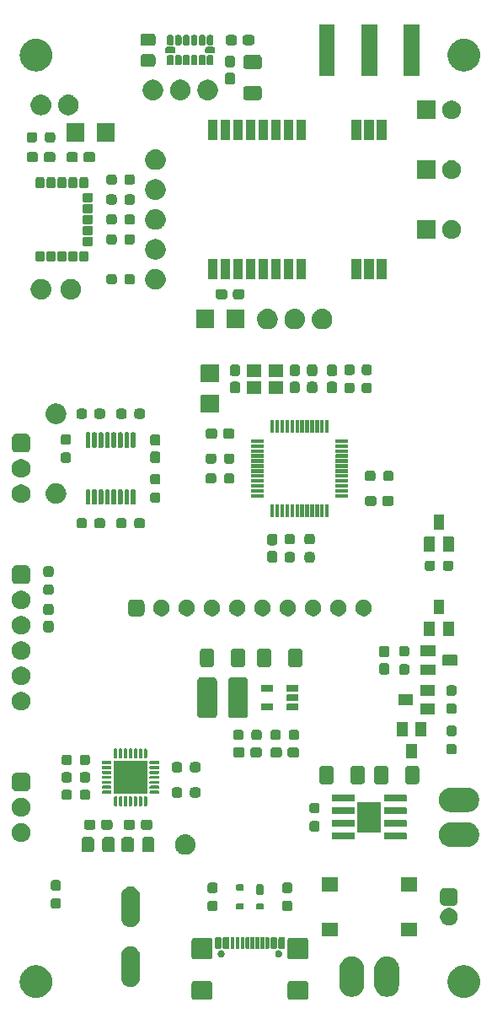
<source format=gbs>
%TF.GenerationSoftware,KiCad,Pcbnew,9.0.4*%
%TF.CreationDate,2025-09-21T10:52:26+02:00*%
%TF.ProjectId,Spoke,53706f6b-652e-46b6-9963-61645f706362,2.0*%
%TF.SameCoordinates,PX5f5e100PY5f5e100*%
%TF.FileFunction,Soldermask,Bot*%
%TF.FilePolarity,Negative*%
%FSLAX46Y46*%
G04 Gerber Fmt 4.6, Leading zero omitted, Abs format (unit mm)*
G04 Created by KiCad (PCBNEW 9.0.4) date 2025-09-21 10:52:26*
%MOMM*%
%LPD*%
G01*
G04 APERTURE LIST*
G04 APERTURE END LIST*
G36*
X-3916575Y-46453594D02*
G01*
X-3845851Y-46500851D01*
X-3798594Y-46571575D01*
X-3782000Y-46655000D01*
X-3782000Y-48095000D01*
X-3798594Y-48178425D01*
X-3845851Y-48249149D01*
X-3916575Y-48296406D01*
X-4000000Y-48313000D01*
X-5640000Y-48313000D01*
X-5723425Y-48296406D01*
X-5794149Y-48249149D01*
X-5841406Y-48178425D01*
X-5858000Y-48095000D01*
X-5858000Y-46655000D01*
X-5841406Y-46571575D01*
X-5794149Y-46500851D01*
X-5723425Y-46453594D01*
X-5640000Y-46437000D01*
X-4000000Y-46437000D01*
X-3916575Y-46453594D01*
G37*
G36*
X5723425Y-46453594D02*
G01*
X5794149Y-46500851D01*
X5841406Y-46571575D01*
X5858000Y-46655000D01*
X5858000Y-48095000D01*
X5841406Y-48178425D01*
X5794149Y-48249149D01*
X5723425Y-48296406D01*
X5640000Y-48313000D01*
X4000000Y-48313000D01*
X3916575Y-48296406D01*
X3845851Y-48249149D01*
X3798594Y-48178425D01*
X3782000Y-48095000D01*
X3782000Y-46655000D01*
X3798594Y-46571575D01*
X3845851Y-46500851D01*
X3916575Y-46453594D01*
X4000000Y-46437000D01*
X5640000Y-46437000D01*
X5723425Y-46453594D01*
G37*
G36*
X-21381975Y-44867049D02*
G01*
X-21371484Y-44867049D01*
X-21319824Y-44875231D01*
X-21180464Y-44893578D01*
X-21146460Y-44902689D01*
X-21117616Y-44907258D01*
X-21062143Y-44925282D01*
X-20973520Y-44949029D01*
X-20916978Y-44972449D01*
X-20873165Y-44986685D01*
X-20832123Y-45007597D01*
X-20775574Y-45031020D01*
X-20696108Y-45076900D01*
X-20644147Y-45103375D01*
X-20620526Y-45120537D01*
X-20590038Y-45138139D01*
X-20478513Y-45223715D01*
X-20436204Y-45254455D01*
X-20428788Y-45261871D01*
X-20420067Y-45268563D01*
X-20268564Y-45420066D01*
X-20261873Y-45428786D01*
X-20254455Y-45436204D01*
X-20223712Y-45478518D01*
X-20138140Y-45590037D01*
X-20120540Y-45620522D01*
X-20103375Y-45644147D01*
X-20076897Y-45696113D01*
X-20031021Y-45775573D01*
X-20007601Y-45832116D01*
X-19986685Y-45873165D01*
X-19972448Y-45916983D01*
X-19949030Y-45973519D01*
X-19925287Y-46062129D01*
X-19907258Y-46117616D01*
X-19902689Y-46146465D01*
X-19893579Y-46180463D01*
X-19875233Y-46319815D01*
X-19867049Y-46371484D01*
X-19867049Y-46381974D01*
X-19865614Y-46392874D01*
X-19865614Y-46607125D01*
X-19867049Y-46618024D01*
X-19867049Y-46628516D01*
X-19875234Y-46680188D01*
X-19893579Y-46819536D01*
X-19902689Y-46853531D01*
X-19907258Y-46882384D01*
X-19925289Y-46937875D01*
X-19949030Y-47026480D01*
X-19972446Y-47083011D01*
X-19986685Y-47126835D01*
X-20007603Y-47167887D01*
X-20031021Y-47224426D01*
X-20076893Y-47303878D01*
X-20103375Y-47355853D01*
X-20120542Y-47379481D01*
X-20138140Y-47409962D01*
X-20223699Y-47521462D01*
X-20254455Y-47563796D01*
X-20261876Y-47571216D01*
X-20268564Y-47579933D01*
X-20420067Y-47731436D01*
X-20428784Y-47738124D01*
X-20436204Y-47745545D01*
X-20478538Y-47776301D01*
X-20590038Y-47861860D01*
X-20620519Y-47879458D01*
X-20644147Y-47896625D01*
X-20696122Y-47923107D01*
X-20775574Y-47968979D01*
X-20832113Y-47992397D01*
X-20873165Y-48013315D01*
X-20916989Y-48027554D01*
X-20973520Y-48050970D01*
X-21062125Y-48074711D01*
X-21117616Y-48092742D01*
X-21146469Y-48097311D01*
X-21180464Y-48106421D01*
X-21319812Y-48124766D01*
X-21371484Y-48132951D01*
X-21381975Y-48132951D01*
X-21392875Y-48134386D01*
X-21607125Y-48134386D01*
X-21618025Y-48132951D01*
X-21628516Y-48132951D01*
X-21680188Y-48124767D01*
X-21819537Y-48106421D01*
X-21853535Y-48097311D01*
X-21882384Y-48092742D01*
X-21937871Y-48074713D01*
X-22026481Y-48050970D01*
X-22083017Y-48027552D01*
X-22126835Y-48013315D01*
X-22167884Y-47992399D01*
X-22224427Y-47968979D01*
X-22303887Y-47923103D01*
X-22355853Y-47896625D01*
X-22379478Y-47879460D01*
X-22409963Y-47861860D01*
X-22521482Y-47776288D01*
X-22563796Y-47745545D01*
X-22571214Y-47738127D01*
X-22579934Y-47731436D01*
X-22731437Y-47579933D01*
X-22738129Y-47571212D01*
X-22745545Y-47563796D01*
X-22776285Y-47521487D01*
X-22861861Y-47409962D01*
X-22879463Y-47379474D01*
X-22896625Y-47355853D01*
X-22923100Y-47303892D01*
X-22968980Y-47224426D01*
X-22992403Y-47167877D01*
X-23013315Y-47126835D01*
X-23027551Y-47083022D01*
X-23050971Y-47026480D01*
X-23074718Y-46937857D01*
X-23092742Y-46882384D01*
X-23097311Y-46853540D01*
X-23106422Y-46819536D01*
X-23124769Y-46680176D01*
X-23132951Y-46628516D01*
X-23132951Y-46618025D01*
X-23134386Y-46607125D01*
X-23134386Y-46392874D01*
X-23132951Y-46381973D01*
X-23132951Y-46371484D01*
X-23124770Y-46319828D01*
X-23106422Y-46180463D01*
X-23097310Y-46146456D01*
X-23092742Y-46117616D01*
X-23074720Y-46062147D01*
X-23050971Y-45973519D01*
X-23027549Y-45916972D01*
X-23013315Y-45873165D01*
X-22992406Y-45832126D01*
X-22968980Y-45775573D01*
X-22923096Y-45696098D01*
X-22896625Y-45644147D01*
X-22879466Y-45620529D01*
X-22861861Y-45590037D01*
X-22776271Y-45478493D01*
X-22745545Y-45436204D01*
X-22738132Y-45428790D01*
X-22731437Y-45420066D01*
X-22579934Y-45268563D01*
X-22571210Y-45261868D01*
X-22563796Y-45254455D01*
X-22521507Y-45223729D01*
X-22409963Y-45138139D01*
X-22379471Y-45120534D01*
X-22355853Y-45103375D01*
X-22303902Y-45076904D01*
X-22224427Y-45031020D01*
X-22167874Y-45007594D01*
X-22126835Y-44986685D01*
X-22083028Y-44972451D01*
X-22026481Y-44949029D01*
X-21937853Y-44925280D01*
X-21882384Y-44907258D01*
X-21853544Y-44902690D01*
X-21819537Y-44893578D01*
X-21680175Y-44875230D01*
X-21628516Y-44867049D01*
X-21618025Y-44867049D01*
X-21607125Y-44865614D01*
X-21392875Y-44865614D01*
X-21381975Y-44867049D01*
G37*
G36*
X21618025Y-44867049D02*
G01*
X21628516Y-44867049D01*
X21680176Y-44875231D01*
X21819536Y-44893578D01*
X21853540Y-44902689D01*
X21882384Y-44907258D01*
X21937857Y-44925282D01*
X22026480Y-44949029D01*
X22083022Y-44972449D01*
X22126835Y-44986685D01*
X22167877Y-45007597D01*
X22224426Y-45031020D01*
X22303892Y-45076900D01*
X22355853Y-45103375D01*
X22379474Y-45120537D01*
X22409962Y-45138139D01*
X22521487Y-45223715D01*
X22563796Y-45254455D01*
X22571212Y-45261871D01*
X22579933Y-45268563D01*
X22731436Y-45420066D01*
X22738127Y-45428786D01*
X22745545Y-45436204D01*
X22776288Y-45478518D01*
X22861860Y-45590037D01*
X22879460Y-45620522D01*
X22896625Y-45644147D01*
X22923103Y-45696113D01*
X22968979Y-45775573D01*
X22992399Y-45832116D01*
X23013315Y-45873165D01*
X23027552Y-45916983D01*
X23050970Y-45973519D01*
X23074713Y-46062129D01*
X23092742Y-46117616D01*
X23097311Y-46146465D01*
X23106421Y-46180463D01*
X23124767Y-46319815D01*
X23132951Y-46371484D01*
X23132951Y-46381974D01*
X23134386Y-46392874D01*
X23134386Y-46607125D01*
X23132951Y-46618024D01*
X23132951Y-46628516D01*
X23124766Y-46680188D01*
X23106421Y-46819536D01*
X23097311Y-46853531D01*
X23092742Y-46882384D01*
X23074711Y-46937875D01*
X23050970Y-47026480D01*
X23027554Y-47083011D01*
X23013315Y-47126835D01*
X22992397Y-47167887D01*
X22968979Y-47224426D01*
X22923107Y-47303878D01*
X22896625Y-47355853D01*
X22879458Y-47379481D01*
X22861860Y-47409962D01*
X22776301Y-47521462D01*
X22745545Y-47563796D01*
X22738124Y-47571216D01*
X22731436Y-47579933D01*
X22579933Y-47731436D01*
X22571216Y-47738124D01*
X22563796Y-47745545D01*
X22521462Y-47776301D01*
X22409962Y-47861860D01*
X22379481Y-47879458D01*
X22355853Y-47896625D01*
X22303878Y-47923107D01*
X22224426Y-47968979D01*
X22167887Y-47992397D01*
X22126835Y-48013315D01*
X22083011Y-48027554D01*
X22026480Y-48050970D01*
X21937875Y-48074711D01*
X21882384Y-48092742D01*
X21853531Y-48097311D01*
X21819536Y-48106421D01*
X21680188Y-48124766D01*
X21628516Y-48132951D01*
X21618025Y-48132951D01*
X21607125Y-48134386D01*
X21392875Y-48134386D01*
X21381975Y-48132951D01*
X21371484Y-48132951D01*
X21319812Y-48124767D01*
X21180463Y-48106421D01*
X21146465Y-48097311D01*
X21117616Y-48092742D01*
X21062129Y-48074713D01*
X20973519Y-48050970D01*
X20916983Y-48027552D01*
X20873165Y-48013315D01*
X20832116Y-47992399D01*
X20775573Y-47968979D01*
X20696113Y-47923103D01*
X20644147Y-47896625D01*
X20620522Y-47879460D01*
X20590037Y-47861860D01*
X20478518Y-47776288D01*
X20436204Y-47745545D01*
X20428786Y-47738127D01*
X20420066Y-47731436D01*
X20268563Y-47579933D01*
X20261871Y-47571212D01*
X20254455Y-47563796D01*
X20223715Y-47521487D01*
X20138139Y-47409962D01*
X20120537Y-47379474D01*
X20103375Y-47355853D01*
X20076900Y-47303892D01*
X20031020Y-47224426D01*
X20007597Y-47167877D01*
X19986685Y-47126835D01*
X19972449Y-47083022D01*
X19949029Y-47026480D01*
X19925282Y-46937857D01*
X19907258Y-46882384D01*
X19902689Y-46853540D01*
X19893578Y-46819536D01*
X19875231Y-46680176D01*
X19867049Y-46628516D01*
X19867049Y-46618025D01*
X19865614Y-46607125D01*
X19865614Y-46392874D01*
X19867049Y-46381973D01*
X19867049Y-46371484D01*
X19875230Y-46319828D01*
X19893578Y-46180463D01*
X19902690Y-46146456D01*
X19907258Y-46117616D01*
X19925280Y-46062147D01*
X19949029Y-45973519D01*
X19972451Y-45916972D01*
X19986685Y-45873165D01*
X20007594Y-45832126D01*
X20031020Y-45775573D01*
X20076904Y-45696098D01*
X20103375Y-45644147D01*
X20120534Y-45620529D01*
X20138139Y-45590037D01*
X20223729Y-45478493D01*
X20254455Y-45436204D01*
X20261868Y-45428790D01*
X20268563Y-45420066D01*
X20420066Y-45268563D01*
X20428790Y-45261868D01*
X20436204Y-45254455D01*
X20478493Y-45223729D01*
X20590037Y-45138139D01*
X20620529Y-45120534D01*
X20644147Y-45103375D01*
X20696098Y-45076904D01*
X20775573Y-45031020D01*
X20832126Y-45007594D01*
X20873165Y-44986685D01*
X20916972Y-44972451D01*
X20973519Y-44949029D01*
X21062147Y-44925280D01*
X21117616Y-44907258D01*
X21146456Y-44902690D01*
X21180463Y-44893578D01*
X21319825Y-44875230D01*
X21371484Y-44867049D01*
X21381975Y-44867049D01*
X21392875Y-44865614D01*
X21607125Y-44865614D01*
X21618025Y-44867049D01*
G37*
G36*
X10539005Y-43996206D02*
G01*
X10723762Y-44056237D01*
X10896853Y-44144431D01*
X11054017Y-44258617D01*
X11191383Y-44395983D01*
X11305569Y-44553147D01*
X11393763Y-44726238D01*
X11453794Y-44910995D01*
X11484184Y-45102868D01*
X11488000Y-45200000D01*
X11488000Y-46800000D01*
X11484184Y-46897132D01*
X11453794Y-47089005D01*
X11393763Y-47273762D01*
X11305569Y-47446853D01*
X11191383Y-47604017D01*
X11054017Y-47741383D01*
X10896853Y-47855569D01*
X10723762Y-47943763D01*
X10539005Y-48003794D01*
X10347132Y-48034184D01*
X10152868Y-48034184D01*
X9960995Y-48003794D01*
X9776238Y-47943763D01*
X9603147Y-47855569D01*
X9445983Y-47741383D01*
X9308617Y-47604017D01*
X9194431Y-47446853D01*
X9106237Y-47273762D01*
X9046206Y-47089005D01*
X9015816Y-46897132D01*
X9012000Y-46800000D01*
X9012000Y-45200000D01*
X9015816Y-45102868D01*
X9046206Y-44910995D01*
X9106237Y-44726238D01*
X9194431Y-44553147D01*
X9308617Y-44395983D01*
X9445983Y-44258617D01*
X9603147Y-44144431D01*
X9776238Y-44056237D01*
X9960995Y-43996206D01*
X10152868Y-43965816D01*
X10347132Y-43965816D01*
X10539005Y-43996206D01*
G37*
G36*
X14039005Y-43996206D02*
G01*
X14223762Y-44056237D01*
X14396853Y-44144431D01*
X14554017Y-44258617D01*
X14691383Y-44395983D01*
X14805569Y-44553147D01*
X14893763Y-44726238D01*
X14953794Y-44910995D01*
X14984184Y-45102868D01*
X14988000Y-45200000D01*
X14988000Y-46800000D01*
X14984184Y-46897132D01*
X14953794Y-47089005D01*
X14893763Y-47273762D01*
X14805569Y-47446853D01*
X14691383Y-47604017D01*
X14554017Y-47741383D01*
X14396853Y-47855569D01*
X14223762Y-47943763D01*
X14039005Y-48003794D01*
X13847132Y-48034184D01*
X13652868Y-48034184D01*
X13460995Y-48003794D01*
X13276238Y-47943763D01*
X13103147Y-47855569D01*
X12945983Y-47741383D01*
X12808617Y-47604017D01*
X12694431Y-47446853D01*
X12606237Y-47273762D01*
X12546206Y-47089005D01*
X12515816Y-46897132D01*
X12512000Y-46800000D01*
X12512000Y-45200000D01*
X12515816Y-45102868D01*
X12546206Y-44910995D01*
X12606237Y-44726238D01*
X12694431Y-44553147D01*
X12808617Y-44395983D01*
X12945983Y-44258617D01*
X13103147Y-44144431D01*
X13276238Y-44056237D01*
X13460995Y-43996206D01*
X13652868Y-43965816D01*
X13847132Y-43965816D01*
X14039005Y-43996206D01*
G37*
G36*
X-11727713Y-43002390D02*
G01*
X-11557830Y-43072758D01*
X-11404939Y-43174916D01*
X-11274916Y-43304939D01*
X-11172758Y-43457830D01*
X-11102390Y-43627713D01*
X-11066517Y-43808060D01*
X-11062000Y-43900000D01*
X-11062000Y-46100000D01*
X-11066517Y-46191940D01*
X-11102390Y-46372287D01*
X-11172758Y-46542170D01*
X-11274916Y-46695061D01*
X-11404939Y-46825084D01*
X-11557830Y-46927242D01*
X-11727713Y-46997610D01*
X-11908060Y-47033483D01*
X-12091940Y-47033483D01*
X-12272287Y-46997610D01*
X-12442170Y-46927242D01*
X-12595061Y-46825084D01*
X-12725084Y-46695061D01*
X-12827242Y-46542170D01*
X-12897610Y-46372287D01*
X-12933483Y-46191940D01*
X-12938000Y-46100000D01*
X-12938000Y-43900000D01*
X-12933483Y-43808060D01*
X-12897610Y-43627713D01*
X-12827242Y-43457830D01*
X-12725084Y-43304939D01*
X-12595061Y-43174916D01*
X-12442170Y-43072758D01*
X-12272287Y-43002390D01*
X-12091940Y-42966517D01*
X-11908060Y-42966517D01*
X-11727713Y-43002390D01*
G37*
G36*
X-4015953Y-42107805D02*
G01*
X-3967339Y-42113445D01*
X-3950729Y-42120779D01*
X-3928921Y-42125117D01*
X-3905575Y-42140716D01*
X-3885988Y-42149365D01*
X-3872610Y-42162743D01*
X-3851709Y-42176709D01*
X-3837744Y-42197609D01*
X-3824366Y-42210987D01*
X-3815719Y-42230572D01*
X-3800117Y-42253921D01*
X-3795779Y-42275731D01*
X-3788446Y-42292338D01*
X-3782808Y-42340942D01*
X-3782000Y-42345000D01*
X-3782000Y-44045000D01*
X-3782808Y-44049059D01*
X-3788446Y-44097661D01*
X-3795779Y-44114266D01*
X-3800117Y-44136079D01*
X-3815720Y-44159429D01*
X-3824366Y-44179012D01*
X-3837742Y-44192387D01*
X-3851709Y-44213291D01*
X-3872613Y-44227258D01*
X-3885988Y-44240634D01*
X-3905571Y-44249280D01*
X-3928921Y-44264883D01*
X-3950734Y-44269221D01*
X-3967339Y-44276554D01*
X-4015941Y-44282192D01*
X-4020000Y-44283000D01*
X-5620000Y-44283000D01*
X-5624058Y-44282192D01*
X-5672662Y-44276554D01*
X-5689269Y-44269221D01*
X-5711079Y-44264883D01*
X-5734428Y-44249281D01*
X-5754013Y-44240634D01*
X-5767391Y-44227256D01*
X-5788291Y-44213291D01*
X-5802257Y-44192390D01*
X-5815635Y-44179012D01*
X-5824284Y-44159425D01*
X-5839883Y-44136079D01*
X-5844221Y-44114271D01*
X-5851555Y-44097661D01*
X-5857195Y-44049047D01*
X-5858000Y-44045000D01*
X-5858000Y-42345000D01*
X-5857196Y-42340954D01*
X-5851555Y-42292338D01*
X-5844221Y-42275727D01*
X-5839883Y-42253921D01*
X-5824285Y-42230576D01*
X-5815635Y-42210987D01*
X-5802255Y-42197606D01*
X-5788291Y-42176709D01*
X-5767394Y-42162745D01*
X-5754013Y-42149365D01*
X-5734424Y-42140715D01*
X-5711079Y-42125117D01*
X-5689273Y-42120779D01*
X-5672662Y-42113445D01*
X-5624046Y-42107804D01*
X-5620000Y-42107000D01*
X-4020000Y-42107000D01*
X-4015953Y-42107805D01*
G37*
G36*
X5624047Y-42107805D02*
G01*
X5672661Y-42113445D01*
X5689271Y-42120779D01*
X5711079Y-42125117D01*
X5734425Y-42140716D01*
X5754012Y-42149365D01*
X5767390Y-42162743D01*
X5788291Y-42176709D01*
X5802256Y-42197609D01*
X5815634Y-42210987D01*
X5824281Y-42230572D01*
X5839883Y-42253921D01*
X5844221Y-42275731D01*
X5851554Y-42292338D01*
X5857192Y-42340942D01*
X5858000Y-42345000D01*
X5858000Y-44045000D01*
X5857192Y-44049059D01*
X5851554Y-44097661D01*
X5844221Y-44114266D01*
X5839883Y-44136079D01*
X5824280Y-44159429D01*
X5815634Y-44179012D01*
X5802258Y-44192387D01*
X5788291Y-44213291D01*
X5767387Y-44227258D01*
X5754012Y-44240634D01*
X5734429Y-44249280D01*
X5711079Y-44264883D01*
X5689266Y-44269221D01*
X5672661Y-44276554D01*
X5624059Y-44282192D01*
X5620000Y-44283000D01*
X4020000Y-44283000D01*
X4015942Y-44282192D01*
X3967338Y-44276554D01*
X3950731Y-44269221D01*
X3928921Y-44264883D01*
X3905572Y-44249281D01*
X3885987Y-44240634D01*
X3872609Y-44227256D01*
X3851709Y-44213291D01*
X3837743Y-44192390D01*
X3824365Y-44179012D01*
X3815716Y-44159425D01*
X3800117Y-44136079D01*
X3795779Y-44114271D01*
X3788445Y-44097661D01*
X3782805Y-44049047D01*
X3782000Y-44045000D01*
X3782000Y-42345000D01*
X3782804Y-42340954D01*
X3788445Y-42292338D01*
X3795779Y-42275727D01*
X3800117Y-42253921D01*
X3815715Y-42230576D01*
X3824365Y-42210987D01*
X3837745Y-42197606D01*
X3851709Y-42176709D01*
X3872606Y-42162745D01*
X3885987Y-42149365D01*
X3905576Y-42140715D01*
X3928921Y-42125117D01*
X3950727Y-42120779D01*
X3967338Y-42113445D01*
X4015954Y-42107804D01*
X4020000Y-42107000D01*
X5620000Y-42107000D01*
X5624047Y-42107805D01*
G37*
G36*
X-2751086Y-43359632D02*
G01*
X-2669020Y-43407013D01*
X-2602013Y-43474020D01*
X-2554632Y-43556086D01*
X-2530106Y-43647619D01*
X-2530106Y-43742381D01*
X-2554632Y-43833914D01*
X-2602013Y-43915980D01*
X-2669020Y-43982987D01*
X-2751086Y-44030368D01*
X-2842619Y-44054894D01*
X-2937381Y-44054894D01*
X-3028914Y-44030368D01*
X-3110980Y-43982987D01*
X-3177987Y-43915980D01*
X-3225368Y-43833914D01*
X-3249894Y-43742381D01*
X-3249894Y-43647619D01*
X-3225368Y-43556086D01*
X-3177987Y-43474020D01*
X-3110980Y-43407013D01*
X-3028914Y-43359632D01*
X-2937381Y-43335106D01*
X-2842619Y-43335106D01*
X-2751086Y-43359632D01*
G37*
G36*
X3028914Y-43359632D02*
G01*
X3110980Y-43407013D01*
X3177987Y-43474020D01*
X3225368Y-43556086D01*
X3249894Y-43647619D01*
X3249894Y-43742381D01*
X3225368Y-43833914D01*
X3177987Y-43915980D01*
X3110980Y-43982987D01*
X3028914Y-44030368D01*
X2937381Y-44054894D01*
X2842619Y-44054894D01*
X2751086Y-44030368D01*
X2669020Y-43982987D01*
X2602013Y-43915980D01*
X2554632Y-43833914D01*
X2530106Y-43742381D01*
X2530106Y-43647619D01*
X2554632Y-43556086D01*
X2602013Y-43474020D01*
X2669020Y-43407013D01*
X2751086Y-43359632D01*
X2842619Y-43335106D01*
X2937381Y-43335106D01*
X3028914Y-43359632D01*
G37*
G36*
X-2978056Y-42021311D02*
G01*
X-2917064Y-42062064D01*
X-2876311Y-42123056D01*
X-2862000Y-42195000D01*
X-2862000Y-43045000D01*
X-2876311Y-43116944D01*
X-2917064Y-43177936D01*
X-2978056Y-43218689D01*
X-3050000Y-43233000D01*
X-3350000Y-43233000D01*
X-3421944Y-43218689D01*
X-3482936Y-43177936D01*
X-3523689Y-43116944D01*
X-3538000Y-43045000D01*
X-3538000Y-42195000D01*
X-3523689Y-42123056D01*
X-3482936Y-42062064D01*
X-3421944Y-42021311D01*
X-3350000Y-42007000D01*
X-3050000Y-42007000D01*
X-2978056Y-42021311D01*
G37*
G36*
X-2178056Y-42021311D02*
G01*
X-2117064Y-42062064D01*
X-2076311Y-42123056D01*
X-2062000Y-42195000D01*
X-2062000Y-43045000D01*
X-2076311Y-43116944D01*
X-2117064Y-43177936D01*
X-2178056Y-43218689D01*
X-2250000Y-43233000D01*
X-2550000Y-43233000D01*
X-2621944Y-43218689D01*
X-2682936Y-43177936D01*
X-2723689Y-43116944D01*
X-2738000Y-43045000D01*
X-2738000Y-42195000D01*
X-2723689Y-42123056D01*
X-2682936Y-42062064D01*
X-2621944Y-42021311D01*
X-2550000Y-42007000D01*
X-2250000Y-42007000D01*
X-2178056Y-42021311D01*
G37*
G36*
X-1631757Y-42015602D02*
G01*
X-1595097Y-42040097D01*
X-1570602Y-42076757D01*
X-1562000Y-42120000D01*
X-1562000Y-43120000D01*
X-1570602Y-43163243D01*
X-1595097Y-43199903D01*
X-1631757Y-43224398D01*
X-1675000Y-43233000D01*
X-1825000Y-43233000D01*
X-1868243Y-43224398D01*
X-1904903Y-43199903D01*
X-1929398Y-43163243D01*
X-1938000Y-43120000D01*
X-1938000Y-42120000D01*
X-1929398Y-42076757D01*
X-1904903Y-42040097D01*
X-1868243Y-42015602D01*
X-1825000Y-42007000D01*
X-1675000Y-42007000D01*
X-1631757Y-42015602D01*
G37*
G36*
X-1131757Y-42015602D02*
G01*
X-1095097Y-42040097D01*
X-1070602Y-42076757D01*
X-1062000Y-42120000D01*
X-1062000Y-43120000D01*
X-1070602Y-43163243D01*
X-1095097Y-43199903D01*
X-1131757Y-43224398D01*
X-1175000Y-43233000D01*
X-1325000Y-43233000D01*
X-1368243Y-43224398D01*
X-1404903Y-43199903D01*
X-1429398Y-43163243D01*
X-1438000Y-43120000D01*
X-1438000Y-42120000D01*
X-1429398Y-42076757D01*
X-1404903Y-42040097D01*
X-1368243Y-42015602D01*
X-1325000Y-42007000D01*
X-1175000Y-42007000D01*
X-1131757Y-42015602D01*
G37*
G36*
X-631757Y-42015602D02*
G01*
X-595097Y-42040097D01*
X-570602Y-42076757D01*
X-562000Y-42120000D01*
X-562000Y-43120000D01*
X-570602Y-43163243D01*
X-595097Y-43199903D01*
X-631757Y-43224398D01*
X-675000Y-43233000D01*
X-825000Y-43233000D01*
X-868243Y-43224398D01*
X-904903Y-43199903D01*
X-929398Y-43163243D01*
X-938000Y-43120000D01*
X-938000Y-42120000D01*
X-929398Y-42076757D01*
X-904903Y-42040097D01*
X-868243Y-42015602D01*
X-825000Y-42007000D01*
X-675000Y-42007000D01*
X-631757Y-42015602D01*
G37*
G36*
X-131757Y-42015602D02*
G01*
X-95097Y-42040097D01*
X-70602Y-42076757D01*
X-62000Y-42120000D01*
X-62000Y-43120000D01*
X-70602Y-43163243D01*
X-95097Y-43199903D01*
X-131757Y-43224398D01*
X-175000Y-43233000D01*
X-325000Y-43233000D01*
X-368243Y-43224398D01*
X-404903Y-43199903D01*
X-429398Y-43163243D01*
X-438000Y-43120000D01*
X-438000Y-42120000D01*
X-429398Y-42076757D01*
X-404903Y-42040097D01*
X-368243Y-42015602D01*
X-325000Y-42007000D01*
X-175000Y-42007000D01*
X-131757Y-42015602D01*
G37*
G36*
X368243Y-42015602D02*
G01*
X404903Y-42040097D01*
X429398Y-42076757D01*
X438000Y-42120000D01*
X438000Y-43120000D01*
X429398Y-43163243D01*
X404903Y-43199903D01*
X368243Y-43224398D01*
X325000Y-43233000D01*
X175000Y-43233000D01*
X131757Y-43224398D01*
X95097Y-43199903D01*
X70602Y-43163243D01*
X62000Y-43120000D01*
X62000Y-42120000D01*
X70602Y-42076757D01*
X95097Y-42040097D01*
X131757Y-42015602D01*
X175000Y-42007000D01*
X325000Y-42007000D01*
X368243Y-42015602D01*
G37*
G36*
X868243Y-42015602D02*
G01*
X904903Y-42040097D01*
X929398Y-42076757D01*
X938000Y-42120000D01*
X938000Y-43120000D01*
X929398Y-43163243D01*
X904903Y-43199903D01*
X868243Y-43224398D01*
X825000Y-43233000D01*
X675000Y-43233000D01*
X631757Y-43224398D01*
X595097Y-43199903D01*
X570602Y-43163243D01*
X562000Y-43120000D01*
X562000Y-42120000D01*
X570602Y-42076757D01*
X595097Y-42040097D01*
X631757Y-42015602D01*
X675000Y-42007000D01*
X825000Y-42007000D01*
X868243Y-42015602D01*
G37*
G36*
X1368243Y-42015602D02*
G01*
X1404903Y-42040097D01*
X1429398Y-42076757D01*
X1438000Y-42120000D01*
X1438000Y-43120000D01*
X1429398Y-43163243D01*
X1404903Y-43199903D01*
X1368243Y-43224398D01*
X1325000Y-43233000D01*
X1175000Y-43233000D01*
X1131757Y-43224398D01*
X1095097Y-43199903D01*
X1070602Y-43163243D01*
X1062000Y-43120000D01*
X1062000Y-42120000D01*
X1070602Y-42076757D01*
X1095097Y-42040097D01*
X1131757Y-42015602D01*
X1175000Y-42007000D01*
X1325000Y-42007000D01*
X1368243Y-42015602D01*
G37*
G36*
X1868243Y-42015602D02*
G01*
X1904903Y-42040097D01*
X1929398Y-42076757D01*
X1938000Y-42120000D01*
X1938000Y-43120000D01*
X1929398Y-43163243D01*
X1904903Y-43199903D01*
X1868243Y-43224398D01*
X1825000Y-43233000D01*
X1675000Y-43233000D01*
X1631757Y-43224398D01*
X1595097Y-43199903D01*
X1570602Y-43163243D01*
X1562000Y-43120000D01*
X1562000Y-42120000D01*
X1570602Y-42076757D01*
X1595097Y-42040097D01*
X1631757Y-42015602D01*
X1675000Y-42007000D01*
X1825000Y-42007000D01*
X1868243Y-42015602D01*
G37*
G36*
X2621944Y-42021311D02*
G01*
X2682936Y-42062064D01*
X2723689Y-42123056D01*
X2738000Y-42195000D01*
X2738000Y-43045000D01*
X2723689Y-43116944D01*
X2682936Y-43177936D01*
X2621944Y-43218689D01*
X2550000Y-43233000D01*
X2250000Y-43233000D01*
X2178056Y-43218689D01*
X2117064Y-43177936D01*
X2076311Y-43116944D01*
X2062000Y-43045000D01*
X2062000Y-42195000D01*
X2076311Y-42123056D01*
X2117064Y-42062064D01*
X2178056Y-42021311D01*
X2250000Y-42007000D01*
X2550000Y-42007000D01*
X2621944Y-42021311D01*
G37*
G36*
X3421944Y-42021311D02*
G01*
X3482936Y-42062064D01*
X3523689Y-42123056D01*
X3538000Y-42195000D01*
X3538000Y-43045000D01*
X3523689Y-43116944D01*
X3482936Y-43177936D01*
X3421944Y-43218689D01*
X3350000Y-43233000D01*
X3050000Y-43233000D01*
X2978056Y-43218689D01*
X2917064Y-43177936D01*
X2876311Y-43116944D01*
X2862000Y-43045000D01*
X2862000Y-42195000D01*
X2876311Y-42123056D01*
X2917064Y-42062064D01*
X2978056Y-42021311D01*
X3050000Y-42007000D01*
X3350000Y-42007000D01*
X3421944Y-42021311D01*
G37*
G36*
X8809542Y-40564893D02*
G01*
X8821870Y-40573130D01*
X8830107Y-40585458D01*
X8833000Y-40600000D01*
X8833000Y-41900000D01*
X8830107Y-41914542D01*
X8821870Y-41926870D01*
X8809542Y-41935107D01*
X8795000Y-41938000D01*
X7245000Y-41938000D01*
X7230458Y-41935107D01*
X7218130Y-41926870D01*
X7209893Y-41914542D01*
X7207000Y-41900000D01*
X7207000Y-40600000D01*
X7209893Y-40585458D01*
X7218130Y-40573130D01*
X7230458Y-40564893D01*
X7245000Y-40562000D01*
X8795000Y-40562000D01*
X8809542Y-40564893D01*
G37*
G36*
X16769542Y-40564893D02*
G01*
X16781870Y-40573130D01*
X16790107Y-40585458D01*
X16793000Y-40600000D01*
X16793000Y-41900000D01*
X16790107Y-41914542D01*
X16781870Y-41926870D01*
X16769542Y-41935107D01*
X16755000Y-41938000D01*
X15205000Y-41938000D01*
X15190458Y-41935107D01*
X15178130Y-41926870D01*
X15169893Y-41914542D01*
X15167000Y-41900000D01*
X15167000Y-40600000D01*
X15169893Y-40585458D01*
X15178130Y-40573130D01*
X15190458Y-40564893D01*
X15205000Y-40562000D01*
X16755000Y-40562000D01*
X16769542Y-40564893D01*
G37*
G36*
X-11727713Y-37002390D02*
G01*
X-11557830Y-37072758D01*
X-11404939Y-37174916D01*
X-11274916Y-37304939D01*
X-11172758Y-37457830D01*
X-11102390Y-37627713D01*
X-11066517Y-37808060D01*
X-11062000Y-37900000D01*
X-11062000Y-40100000D01*
X-11066517Y-40191940D01*
X-11102390Y-40372287D01*
X-11172758Y-40542170D01*
X-11274916Y-40695061D01*
X-11404939Y-40825084D01*
X-11557830Y-40927242D01*
X-11727713Y-40997610D01*
X-11908060Y-41033483D01*
X-12091940Y-41033483D01*
X-12272287Y-40997610D01*
X-12442170Y-40927242D01*
X-12595061Y-40825084D01*
X-12725084Y-40695061D01*
X-12827242Y-40542170D01*
X-12897610Y-40372287D01*
X-12933483Y-40191940D01*
X-12938000Y-40100000D01*
X-12938000Y-37900000D01*
X-12933483Y-37808060D01*
X-12897610Y-37627713D01*
X-12827242Y-37457830D01*
X-12725084Y-37304939D01*
X-12595061Y-37174916D01*
X-12442170Y-37072758D01*
X-12272287Y-37002390D01*
X-12091940Y-36966517D01*
X-11908060Y-36966517D01*
X-11727713Y-37002390D01*
G37*
G36*
X20257773Y-39150237D02*
G01*
X20418600Y-39216854D01*
X20563341Y-39313567D01*
X20686433Y-39436659D01*
X20783146Y-39581400D01*
X20849763Y-39742227D01*
X20883724Y-39912961D01*
X20883724Y-40087039D01*
X20849763Y-40257773D01*
X20783146Y-40418600D01*
X20686433Y-40563341D01*
X20563341Y-40686433D01*
X20418600Y-40783146D01*
X20257773Y-40849763D01*
X20087039Y-40883724D01*
X19912961Y-40883724D01*
X19742227Y-40849763D01*
X19581400Y-40783146D01*
X19436659Y-40686433D01*
X19313567Y-40563341D01*
X19216854Y-40418600D01*
X19150237Y-40257773D01*
X19116276Y-40087039D01*
X19116276Y-39912961D01*
X19150237Y-39742227D01*
X19216854Y-39581400D01*
X19313567Y-39436659D01*
X19436659Y-39313567D01*
X19581400Y-39216854D01*
X19742227Y-39150237D01*
X19912961Y-39116276D01*
X20087039Y-39116276D01*
X20257773Y-39150237D01*
G37*
G36*
X-3506091Y-38388274D02*
G01*
X-3442410Y-38396658D01*
X-3426391Y-38404128D01*
X-3407071Y-38407971D01*
X-3381481Y-38425069D01*
X-3354925Y-38437453D01*
X-3338770Y-38453608D01*
X-3317692Y-38467692D01*
X-3303609Y-38488769D01*
X-3287454Y-38504924D01*
X-3275072Y-38531478D01*
X-3257971Y-38557071D01*
X-3254128Y-38576392D01*
X-3246659Y-38592409D01*
X-3238278Y-38656077D01*
X-3237000Y-38662500D01*
X-3237000Y-39162500D01*
X-3238278Y-39168924D01*
X-3246659Y-39232590D01*
X-3254128Y-39248606D01*
X-3257971Y-39267929D01*
X-3275074Y-39293524D01*
X-3287454Y-39320075D01*
X-3303607Y-39336227D01*
X-3317692Y-39357308D01*
X-3338773Y-39371393D01*
X-3354925Y-39387546D01*
X-3381476Y-39399926D01*
X-3407071Y-39417029D01*
X-3426394Y-39420872D01*
X-3442410Y-39428341D01*
X-3506076Y-39436722D01*
X-3512500Y-39438000D01*
X-3987500Y-39438000D01*
X-3993923Y-39436722D01*
X-4057591Y-39428341D01*
X-4073608Y-39420872D01*
X-4092929Y-39417029D01*
X-4118522Y-39399928D01*
X-4145076Y-39387546D01*
X-4161231Y-39371391D01*
X-4182308Y-39357308D01*
X-4196392Y-39336230D01*
X-4212547Y-39320075D01*
X-4224931Y-39293519D01*
X-4242029Y-39267929D01*
X-4245872Y-39248609D01*
X-4253342Y-39232590D01*
X-4261726Y-39168909D01*
X-4263000Y-39162500D01*
X-4263000Y-38662500D01*
X-4261726Y-38656092D01*
X-4253342Y-38592409D01*
X-4245872Y-38576388D01*
X-4242029Y-38557071D01*
X-4224932Y-38531483D01*
X-4212547Y-38504924D01*
X-4196390Y-38488766D01*
X-4182308Y-38467692D01*
X-4161234Y-38453610D01*
X-4145076Y-38437453D01*
X-4118517Y-38425068D01*
X-4092929Y-38407971D01*
X-4073612Y-38404128D01*
X-4057591Y-38396658D01*
X-3993908Y-38388274D01*
X-3987500Y-38387000D01*
X-3512500Y-38387000D01*
X-3506091Y-38388274D01*
G37*
G36*
X3993909Y-38388274D02*
G01*
X4057590Y-38396658D01*
X4073609Y-38404128D01*
X4092929Y-38407971D01*
X4118519Y-38425069D01*
X4145075Y-38437453D01*
X4161230Y-38453608D01*
X4182308Y-38467692D01*
X4196391Y-38488769D01*
X4212546Y-38504924D01*
X4224928Y-38531478D01*
X4242029Y-38557071D01*
X4245872Y-38576392D01*
X4253341Y-38592409D01*
X4261722Y-38656077D01*
X4263000Y-38662500D01*
X4263000Y-39162500D01*
X4261722Y-39168924D01*
X4253341Y-39232590D01*
X4245872Y-39248606D01*
X4242029Y-39267929D01*
X4224926Y-39293524D01*
X4212546Y-39320075D01*
X4196393Y-39336227D01*
X4182308Y-39357308D01*
X4161227Y-39371393D01*
X4145075Y-39387546D01*
X4118524Y-39399926D01*
X4092929Y-39417029D01*
X4073606Y-39420872D01*
X4057590Y-39428341D01*
X3993924Y-39436722D01*
X3987500Y-39438000D01*
X3512500Y-39438000D01*
X3506077Y-39436722D01*
X3442409Y-39428341D01*
X3426392Y-39420872D01*
X3407071Y-39417029D01*
X3381478Y-39399928D01*
X3354924Y-39387546D01*
X3338769Y-39371391D01*
X3317692Y-39357308D01*
X3303608Y-39336230D01*
X3287453Y-39320075D01*
X3275069Y-39293519D01*
X3257971Y-39267929D01*
X3254128Y-39248609D01*
X3246658Y-39232590D01*
X3238274Y-39168909D01*
X3237000Y-39162500D01*
X3237000Y-38662500D01*
X3238274Y-38656092D01*
X3246658Y-38592409D01*
X3254128Y-38576388D01*
X3257971Y-38557071D01*
X3275068Y-38531483D01*
X3287453Y-38504924D01*
X3303610Y-38488766D01*
X3317692Y-38467692D01*
X3338766Y-38453610D01*
X3354924Y-38437453D01*
X3381483Y-38425068D01*
X3407071Y-38407971D01*
X3426388Y-38404128D01*
X3442409Y-38396658D01*
X3506092Y-38388274D01*
X3512500Y-38387000D01*
X3987500Y-38387000D01*
X3993909Y-38388274D01*
G37*
G36*
X-728056Y-38626311D02*
G01*
X-667064Y-38667064D01*
X-626311Y-38728056D01*
X-612000Y-38800000D01*
X-612000Y-39100000D01*
X-626311Y-39171944D01*
X-667064Y-39232936D01*
X-728056Y-39273689D01*
X-800000Y-39288000D01*
X-1200000Y-39288000D01*
X-1271944Y-39273689D01*
X-1332936Y-39232936D01*
X-1373689Y-39171944D01*
X-1388000Y-39100000D01*
X-1388000Y-38800000D01*
X-1373689Y-38728056D01*
X-1332936Y-38667064D01*
X-1271944Y-38626311D01*
X-1200000Y-38612000D01*
X-800000Y-38612000D01*
X-728056Y-38626311D01*
G37*
G36*
X1271944Y-38626311D02*
G01*
X1332936Y-38667064D01*
X1373689Y-38728056D01*
X1388000Y-38800000D01*
X1388000Y-39100000D01*
X1373689Y-39171944D01*
X1332936Y-39232936D01*
X1271944Y-39273689D01*
X1200000Y-39288000D01*
X800000Y-39288000D01*
X728056Y-39273689D01*
X667064Y-39232936D01*
X626311Y-39171944D01*
X612000Y-39100000D01*
X612000Y-38800000D01*
X626311Y-38728056D01*
X667064Y-38667064D01*
X728056Y-38626311D01*
X800000Y-38612000D01*
X1200000Y-38612000D01*
X1271944Y-38626311D01*
G37*
G36*
X-19256091Y-38138274D02*
G01*
X-19192410Y-38146658D01*
X-19176391Y-38154128D01*
X-19157071Y-38157971D01*
X-19131481Y-38175069D01*
X-19104925Y-38187453D01*
X-19088770Y-38203608D01*
X-19067692Y-38217692D01*
X-19053609Y-38238769D01*
X-19037454Y-38254924D01*
X-19025072Y-38281478D01*
X-19007971Y-38307071D01*
X-19004128Y-38326392D01*
X-18996659Y-38342409D01*
X-18988278Y-38406077D01*
X-18987000Y-38412500D01*
X-18987000Y-38912500D01*
X-18988278Y-38918924D01*
X-18996659Y-38982590D01*
X-19004128Y-38998606D01*
X-19007971Y-39017929D01*
X-19025074Y-39043524D01*
X-19037454Y-39070075D01*
X-19053607Y-39086227D01*
X-19067692Y-39107308D01*
X-19088773Y-39121393D01*
X-19104925Y-39137546D01*
X-19131476Y-39149926D01*
X-19157071Y-39167029D01*
X-19176394Y-39170872D01*
X-19192410Y-39178341D01*
X-19256076Y-39186722D01*
X-19262500Y-39188000D01*
X-19737500Y-39188000D01*
X-19743923Y-39186722D01*
X-19807591Y-39178341D01*
X-19823608Y-39170872D01*
X-19842929Y-39167029D01*
X-19868522Y-39149928D01*
X-19895076Y-39137546D01*
X-19911231Y-39121391D01*
X-19932308Y-39107308D01*
X-19946392Y-39086230D01*
X-19962547Y-39070075D01*
X-19974931Y-39043519D01*
X-19992029Y-39017929D01*
X-19995872Y-38998609D01*
X-20003342Y-38982590D01*
X-20011726Y-38918909D01*
X-20013000Y-38912500D01*
X-20013000Y-38412500D01*
X-20011726Y-38406092D01*
X-20003342Y-38342409D01*
X-19995872Y-38326388D01*
X-19992029Y-38307071D01*
X-19974932Y-38281483D01*
X-19962547Y-38254924D01*
X-19946390Y-38238766D01*
X-19932308Y-38217692D01*
X-19911234Y-38203610D01*
X-19895076Y-38187453D01*
X-19868517Y-38175068D01*
X-19842929Y-38157971D01*
X-19823612Y-38154128D01*
X-19807591Y-38146658D01*
X-19743908Y-38138274D01*
X-19737500Y-38137000D01*
X-19262500Y-38137000D01*
X-19256091Y-38138274D01*
G37*
G36*
X20511077Y-37120072D02*
G01*
X20517143Y-37122194D01*
X20522457Y-37122766D01*
X20578302Y-37143595D01*
X20641345Y-37165655D01*
X20645328Y-37168594D01*
X20646648Y-37169087D01*
X20692317Y-37203274D01*
X20752390Y-37247610D01*
X20796742Y-37307706D01*
X20830912Y-37353351D01*
X20831403Y-37354670D01*
X20834345Y-37358655D01*
X20856414Y-37421725D01*
X20877233Y-37477542D01*
X20877803Y-37482852D01*
X20879928Y-37488923D01*
X20888000Y-37575000D01*
X20888000Y-38425000D01*
X20879928Y-38511077D01*
X20877803Y-38517147D01*
X20877233Y-38522457D01*
X20856419Y-38578258D01*
X20834345Y-38641345D01*
X20831403Y-38645330D01*
X20830912Y-38646648D01*
X20796795Y-38692222D01*
X20752390Y-38752390D01*
X20692222Y-38796795D01*
X20646648Y-38830912D01*
X20645330Y-38831403D01*
X20641345Y-38834345D01*
X20578258Y-38856419D01*
X20522457Y-38877233D01*
X20517147Y-38877803D01*
X20511077Y-38879928D01*
X20425000Y-38888000D01*
X19575000Y-38888000D01*
X19488923Y-38879928D01*
X19482852Y-38877803D01*
X19477542Y-38877233D01*
X19421725Y-38856414D01*
X19358655Y-38834345D01*
X19354670Y-38831403D01*
X19353351Y-38830912D01*
X19307706Y-38796742D01*
X19247610Y-38752390D01*
X19203274Y-38692317D01*
X19169087Y-38646648D01*
X19168594Y-38645328D01*
X19165655Y-38641345D01*
X19143595Y-38578302D01*
X19122766Y-38522457D01*
X19122194Y-38517143D01*
X19120072Y-38511077D01*
X19112000Y-38425000D01*
X19112000Y-37575000D01*
X19120072Y-37488923D01*
X19122194Y-37482856D01*
X19122766Y-37477542D01*
X19143600Y-37421681D01*
X19165655Y-37358655D01*
X19168593Y-37354672D01*
X19169087Y-37353351D01*
X19203326Y-37307611D01*
X19247610Y-37247610D01*
X19307611Y-37203326D01*
X19353351Y-37169087D01*
X19354672Y-37168593D01*
X19358655Y-37165655D01*
X19421681Y-37143600D01*
X19477542Y-37122766D01*
X19482856Y-37122194D01*
X19488923Y-37120072D01*
X19575000Y-37112000D01*
X20425000Y-37112000D01*
X20511077Y-37120072D01*
G37*
G36*
X1256512Y-36728214D02*
G01*
X1325614Y-36774386D01*
X1371786Y-36843488D01*
X1388000Y-36925000D01*
X1388000Y-37575000D01*
X1371786Y-37656512D01*
X1325614Y-37725614D01*
X1256512Y-37771786D01*
X1175000Y-37788000D01*
X825000Y-37788000D01*
X743488Y-37771786D01*
X674386Y-37725614D01*
X628214Y-37656512D01*
X612000Y-37575000D01*
X612000Y-36925000D01*
X628214Y-36843488D01*
X674386Y-36774386D01*
X743488Y-36728214D01*
X825000Y-36712000D01*
X1175000Y-36712000D01*
X1256512Y-36728214D01*
G37*
G36*
X-3506091Y-36563274D02*
G01*
X-3442410Y-36571658D01*
X-3426391Y-36579128D01*
X-3407071Y-36582971D01*
X-3381481Y-36600069D01*
X-3354925Y-36612453D01*
X-3338770Y-36628608D01*
X-3317692Y-36642692D01*
X-3303609Y-36663769D01*
X-3287454Y-36679924D01*
X-3275072Y-36706478D01*
X-3257971Y-36732071D01*
X-3254128Y-36751392D01*
X-3246659Y-36767409D01*
X-3238278Y-36831077D01*
X-3237000Y-36837500D01*
X-3237000Y-37337500D01*
X-3238278Y-37343924D01*
X-3246659Y-37407590D01*
X-3254128Y-37423606D01*
X-3257971Y-37442929D01*
X-3275074Y-37468524D01*
X-3287454Y-37495075D01*
X-3303607Y-37511227D01*
X-3317692Y-37532308D01*
X-3338773Y-37546393D01*
X-3354925Y-37562546D01*
X-3381476Y-37574926D01*
X-3407071Y-37592029D01*
X-3426394Y-37595872D01*
X-3442410Y-37603341D01*
X-3506076Y-37611722D01*
X-3512500Y-37613000D01*
X-3987500Y-37613000D01*
X-3993923Y-37611722D01*
X-4057591Y-37603341D01*
X-4073608Y-37595872D01*
X-4092929Y-37592029D01*
X-4118522Y-37574928D01*
X-4145076Y-37562546D01*
X-4161231Y-37546391D01*
X-4182308Y-37532308D01*
X-4196392Y-37511230D01*
X-4212547Y-37495075D01*
X-4224931Y-37468519D01*
X-4242029Y-37442929D01*
X-4245872Y-37423609D01*
X-4253342Y-37407590D01*
X-4261726Y-37343909D01*
X-4263000Y-37337500D01*
X-4263000Y-36837500D01*
X-4261726Y-36831092D01*
X-4253342Y-36767409D01*
X-4245872Y-36751388D01*
X-4242029Y-36732071D01*
X-4224932Y-36706483D01*
X-4212547Y-36679924D01*
X-4196390Y-36663766D01*
X-4182308Y-36642692D01*
X-4161234Y-36628610D01*
X-4145076Y-36612453D01*
X-4118517Y-36600068D01*
X-4092929Y-36582971D01*
X-4073612Y-36579128D01*
X-4057591Y-36571658D01*
X-3993908Y-36563274D01*
X-3987500Y-36562000D01*
X-3512500Y-36562000D01*
X-3506091Y-36563274D01*
G37*
G36*
X3993909Y-36563274D02*
G01*
X4057590Y-36571658D01*
X4073609Y-36579128D01*
X4092929Y-36582971D01*
X4118519Y-36600069D01*
X4145075Y-36612453D01*
X4161230Y-36628608D01*
X4182308Y-36642692D01*
X4196391Y-36663769D01*
X4212546Y-36679924D01*
X4224928Y-36706478D01*
X4242029Y-36732071D01*
X4245872Y-36751392D01*
X4253341Y-36767409D01*
X4261722Y-36831077D01*
X4263000Y-36837500D01*
X4263000Y-37337500D01*
X4261722Y-37343924D01*
X4253341Y-37407590D01*
X4245872Y-37423606D01*
X4242029Y-37442929D01*
X4224926Y-37468524D01*
X4212546Y-37495075D01*
X4196393Y-37511227D01*
X4182308Y-37532308D01*
X4161227Y-37546393D01*
X4145075Y-37562546D01*
X4118524Y-37574926D01*
X4092929Y-37592029D01*
X4073606Y-37595872D01*
X4057590Y-37603341D01*
X3993924Y-37611722D01*
X3987500Y-37613000D01*
X3512500Y-37613000D01*
X3506077Y-37611722D01*
X3442409Y-37603341D01*
X3426392Y-37595872D01*
X3407071Y-37592029D01*
X3381478Y-37574928D01*
X3354924Y-37562546D01*
X3338769Y-37546391D01*
X3317692Y-37532308D01*
X3303608Y-37511230D01*
X3287453Y-37495075D01*
X3275069Y-37468519D01*
X3257971Y-37442929D01*
X3254128Y-37423609D01*
X3246658Y-37407590D01*
X3238274Y-37343909D01*
X3237000Y-37337500D01*
X3237000Y-36837500D01*
X3238274Y-36831092D01*
X3246658Y-36767409D01*
X3254128Y-36751388D01*
X3257971Y-36732071D01*
X3275068Y-36706483D01*
X3287453Y-36679924D01*
X3303610Y-36663766D01*
X3317692Y-36642692D01*
X3338766Y-36628610D01*
X3354924Y-36612453D01*
X3381483Y-36600068D01*
X3407071Y-36582971D01*
X3426388Y-36579128D01*
X3442409Y-36571658D01*
X3506092Y-36563274D01*
X3512500Y-36562000D01*
X3987500Y-36562000D01*
X3993909Y-36563274D01*
G37*
G36*
X8809542Y-36064893D02*
G01*
X8821870Y-36073130D01*
X8830107Y-36085458D01*
X8833000Y-36100000D01*
X8833000Y-37400000D01*
X8830107Y-37414542D01*
X8821870Y-37426870D01*
X8809542Y-37435107D01*
X8795000Y-37438000D01*
X7245000Y-37438000D01*
X7230458Y-37435107D01*
X7218130Y-37426870D01*
X7209893Y-37414542D01*
X7207000Y-37400000D01*
X7207000Y-36100000D01*
X7209893Y-36085458D01*
X7218130Y-36073130D01*
X7230458Y-36064893D01*
X7245000Y-36062000D01*
X8795000Y-36062000D01*
X8809542Y-36064893D01*
G37*
G36*
X16769542Y-36064893D02*
G01*
X16781870Y-36073130D01*
X16790107Y-36085458D01*
X16793000Y-36100000D01*
X16793000Y-37400000D01*
X16790107Y-37414542D01*
X16781870Y-37426870D01*
X16769542Y-37435107D01*
X16755000Y-37438000D01*
X15205000Y-37438000D01*
X15190458Y-37435107D01*
X15178130Y-37426870D01*
X15169893Y-37414542D01*
X15167000Y-37400000D01*
X15167000Y-36100000D01*
X15169893Y-36085458D01*
X15178130Y-36073130D01*
X15190458Y-36064893D01*
X15205000Y-36062000D01*
X16755000Y-36062000D01*
X16769542Y-36064893D01*
G37*
G36*
X-728056Y-36726311D02*
G01*
X-667064Y-36767064D01*
X-626311Y-36828056D01*
X-612000Y-36900000D01*
X-612000Y-37200000D01*
X-626311Y-37271944D01*
X-667064Y-37332936D01*
X-728056Y-37373689D01*
X-800000Y-37388000D01*
X-1200000Y-37388000D01*
X-1271944Y-37373689D01*
X-1332936Y-37332936D01*
X-1373689Y-37271944D01*
X-1388000Y-37200000D01*
X-1388000Y-36900000D01*
X-1373689Y-36828056D01*
X-1332936Y-36767064D01*
X-1271944Y-36726311D01*
X-1200000Y-36712000D01*
X-800000Y-36712000D01*
X-728056Y-36726311D01*
G37*
G36*
X-19256091Y-36313274D02*
G01*
X-19192410Y-36321658D01*
X-19176391Y-36329128D01*
X-19157071Y-36332971D01*
X-19131481Y-36350069D01*
X-19104925Y-36362453D01*
X-19088770Y-36378608D01*
X-19067692Y-36392692D01*
X-19053609Y-36413769D01*
X-19037454Y-36429924D01*
X-19025072Y-36456478D01*
X-19007971Y-36482071D01*
X-19004128Y-36501392D01*
X-18996659Y-36517409D01*
X-18988278Y-36581077D01*
X-18987000Y-36587500D01*
X-18987000Y-37087500D01*
X-18988278Y-37093924D01*
X-18996659Y-37157590D01*
X-19004128Y-37173606D01*
X-19007971Y-37192929D01*
X-19025074Y-37218524D01*
X-19037454Y-37245075D01*
X-19053607Y-37261227D01*
X-19067692Y-37282308D01*
X-19088773Y-37296393D01*
X-19104925Y-37312546D01*
X-19131476Y-37324926D01*
X-19157071Y-37342029D01*
X-19176394Y-37345872D01*
X-19192410Y-37353341D01*
X-19256076Y-37361722D01*
X-19262500Y-37363000D01*
X-19737500Y-37363000D01*
X-19743923Y-37361722D01*
X-19807591Y-37353341D01*
X-19823608Y-37345872D01*
X-19842929Y-37342029D01*
X-19868522Y-37324928D01*
X-19895076Y-37312546D01*
X-19911231Y-37296391D01*
X-19932308Y-37282308D01*
X-19946392Y-37261230D01*
X-19962547Y-37245075D01*
X-19974931Y-37218519D01*
X-19992029Y-37192929D01*
X-19995872Y-37173609D01*
X-20003342Y-37157590D01*
X-20011726Y-37093909D01*
X-20013000Y-37087500D01*
X-20013000Y-36587500D01*
X-20011726Y-36581092D01*
X-20003342Y-36517409D01*
X-19995872Y-36501388D01*
X-19992029Y-36482071D01*
X-19974932Y-36456483D01*
X-19962547Y-36429924D01*
X-19946390Y-36413766D01*
X-19932308Y-36392692D01*
X-19911234Y-36378610D01*
X-19895076Y-36362453D01*
X-19868517Y-36350068D01*
X-19842929Y-36332971D01*
X-19823612Y-36329128D01*
X-19807591Y-36321658D01*
X-19743908Y-36313274D01*
X-19737500Y-36312000D01*
X-19262500Y-36312000D01*
X-19256091Y-36313274D01*
G37*
G36*
X-6408189Y-31716998D02*
G01*
X-6398258Y-31716998D01*
X-6359460Y-31724715D01*
X-6257725Y-31740828D01*
X-6224997Y-31751462D01*
X-6198685Y-31756696D01*
X-6161554Y-31772076D01*
X-6102830Y-31791157D01*
X-6047815Y-31819188D01*
X-6010690Y-31834566D01*
X-5988389Y-31849467D01*
X-5957731Y-31865088D01*
X-5874397Y-31925634D01*
X-5841500Y-31947615D01*
X-5834479Y-31954636D01*
X-5825976Y-31960814D01*
X-5710815Y-32075975D01*
X-5704638Y-32084477D01*
X-5697615Y-32091500D01*
X-5675631Y-32124401D01*
X-5615089Y-32207730D01*
X-5599470Y-32238385D01*
X-5584566Y-32260690D01*
X-5569187Y-32297819D01*
X-5541158Y-32352829D01*
X-5522080Y-32411545D01*
X-5506696Y-32448685D01*
X-5501462Y-32475001D01*
X-5490829Y-32507724D01*
X-5474717Y-32609454D01*
X-5466998Y-32648258D01*
X-5466998Y-32658188D01*
X-5465354Y-32668568D01*
X-5465354Y-32831431D01*
X-5466998Y-32841810D01*
X-5466998Y-32851742D01*
X-5474718Y-32890549D01*
X-5490829Y-32992275D01*
X-5501461Y-33024995D01*
X-5506696Y-33051315D01*
X-5522082Y-33088457D01*
X-5541158Y-33147170D01*
X-5569185Y-33202174D01*
X-5584566Y-33239310D01*
X-5599472Y-33261617D01*
X-5615089Y-33292269D01*
X-5675623Y-33375586D01*
X-5697615Y-33408500D01*
X-5704641Y-33415525D01*
X-5710815Y-33424024D01*
X-5825976Y-33539185D01*
X-5834475Y-33545359D01*
X-5841500Y-33552385D01*
X-5874414Y-33574377D01*
X-5957731Y-33634911D01*
X-5988383Y-33650528D01*
X-6010690Y-33665434D01*
X-6047826Y-33680815D01*
X-6102830Y-33708842D01*
X-6161543Y-33727918D01*
X-6198685Y-33743304D01*
X-6225005Y-33748539D01*
X-6257725Y-33759171D01*
X-6359451Y-33775282D01*
X-6398258Y-33783002D01*
X-6408189Y-33783002D01*
X-6418569Y-33784646D01*
X-6581431Y-33784646D01*
X-6591811Y-33783002D01*
X-6601742Y-33783002D01*
X-6640549Y-33775282D01*
X-6742276Y-33759171D01*
X-6774999Y-33748538D01*
X-6801315Y-33743304D01*
X-6838455Y-33727920D01*
X-6897171Y-33708842D01*
X-6952181Y-33680813D01*
X-6989310Y-33665434D01*
X-7011615Y-33650530D01*
X-7042270Y-33634911D01*
X-7125599Y-33574369D01*
X-7158500Y-33552385D01*
X-7165523Y-33545362D01*
X-7174025Y-33539185D01*
X-7289186Y-33424024D01*
X-7295364Y-33415521D01*
X-7302385Y-33408500D01*
X-7324366Y-33375603D01*
X-7384912Y-33292269D01*
X-7400533Y-33261611D01*
X-7415434Y-33239310D01*
X-7430812Y-33202185D01*
X-7458843Y-33147170D01*
X-7477924Y-33088446D01*
X-7493304Y-33051315D01*
X-7498538Y-33025003D01*
X-7509172Y-32992275D01*
X-7525285Y-32890540D01*
X-7533002Y-32851742D01*
X-7533002Y-32841811D01*
X-7534646Y-32831431D01*
X-7534646Y-32668568D01*
X-7533002Y-32658187D01*
X-7533002Y-32648258D01*
X-7525286Y-32609463D01*
X-7509172Y-32507724D01*
X-7498538Y-32474993D01*
X-7493304Y-32448685D01*
X-7477926Y-32411557D01*
X-7458843Y-32352829D01*
X-7430810Y-32297809D01*
X-7415434Y-32260690D01*
X-7400535Y-32238391D01*
X-7384912Y-32207730D01*
X-7324358Y-32124384D01*
X-7302385Y-32091500D01*
X-7295366Y-32084480D01*
X-7289186Y-32075975D01*
X-7174025Y-31960814D01*
X-7165520Y-31954634D01*
X-7158500Y-31947615D01*
X-7125616Y-31925642D01*
X-7042270Y-31865088D01*
X-7011609Y-31849465D01*
X-6989310Y-31834566D01*
X-6952191Y-31819190D01*
X-6897171Y-31791157D01*
X-6838443Y-31772074D01*
X-6801315Y-31756696D01*
X-6775007Y-31751462D01*
X-6742276Y-31740828D01*
X-6640540Y-31724715D01*
X-6601742Y-31716998D01*
X-6591811Y-31716998D01*
X-6581431Y-31715354D01*
X-6418569Y-31715354D01*
X-6408189Y-31716998D01*
G37*
G36*
X-15884062Y-31994650D02*
G01*
X-15879347Y-31996732D01*
X-15876674Y-31997084D01*
X-15843230Y-32012679D01*
X-15787241Y-32037401D01*
X-15712401Y-32112241D01*
X-15687670Y-32168251D01*
X-15672085Y-32201673D01*
X-15671734Y-32204343D01*
X-15669650Y-32209062D01*
X-15662000Y-32275000D01*
X-15662000Y-33225000D01*
X-15669650Y-33290938D01*
X-15671734Y-33295656D01*
X-15672085Y-33298326D01*
X-15687662Y-33331730D01*
X-15712401Y-33387759D01*
X-15787241Y-33462599D01*
X-15843270Y-33487338D01*
X-15876674Y-33502915D01*
X-15879344Y-33503266D01*
X-15884062Y-33505350D01*
X-15950000Y-33513000D01*
X-16625000Y-33513000D01*
X-16690938Y-33505350D01*
X-16695657Y-33503266D01*
X-16698327Y-33502915D01*
X-16731749Y-33487330D01*
X-16787759Y-33462599D01*
X-16862599Y-33387759D01*
X-16887321Y-33331770D01*
X-16902916Y-33298326D01*
X-16903268Y-33295653D01*
X-16905350Y-33290938D01*
X-16913000Y-33225000D01*
X-16913000Y-32275000D01*
X-16905350Y-32209062D01*
X-16903268Y-32204346D01*
X-16902916Y-32201673D01*
X-16887313Y-32168210D01*
X-16862599Y-32112241D01*
X-16787759Y-32037401D01*
X-16731790Y-32012687D01*
X-16698327Y-31997084D01*
X-16695654Y-31996732D01*
X-16690938Y-31994650D01*
X-16625000Y-31987000D01*
X-15950000Y-31987000D01*
X-15884062Y-31994650D01*
G37*
G36*
X-13809062Y-31994650D02*
G01*
X-13804347Y-31996732D01*
X-13801674Y-31997084D01*
X-13768230Y-32012679D01*
X-13712241Y-32037401D01*
X-13637401Y-32112241D01*
X-13612670Y-32168251D01*
X-13597085Y-32201673D01*
X-13596734Y-32204343D01*
X-13594650Y-32209062D01*
X-13587000Y-32275000D01*
X-13587000Y-33225000D01*
X-13594650Y-33290938D01*
X-13596734Y-33295656D01*
X-13597085Y-33298326D01*
X-13612662Y-33331730D01*
X-13637401Y-33387759D01*
X-13712241Y-33462599D01*
X-13768270Y-33487338D01*
X-13801674Y-33502915D01*
X-13804344Y-33503266D01*
X-13809062Y-33505350D01*
X-13875000Y-33513000D01*
X-14550000Y-33513000D01*
X-14615938Y-33505350D01*
X-14620657Y-33503266D01*
X-14623327Y-33502915D01*
X-14656749Y-33487330D01*
X-14712759Y-33462599D01*
X-14787599Y-33387759D01*
X-14812321Y-33331770D01*
X-14827916Y-33298326D01*
X-14828268Y-33295653D01*
X-14830350Y-33290938D01*
X-14838000Y-33225000D01*
X-14838000Y-32275000D01*
X-14830350Y-32209062D01*
X-14828268Y-32204346D01*
X-14827916Y-32201673D01*
X-14812313Y-32168210D01*
X-14787599Y-32112241D01*
X-14712759Y-32037401D01*
X-14656790Y-32012687D01*
X-14623327Y-31997084D01*
X-14620654Y-31996732D01*
X-14615938Y-31994650D01*
X-14550000Y-31987000D01*
X-13875000Y-31987000D01*
X-13809062Y-31994650D01*
G37*
G36*
X-11884062Y-31994650D02*
G01*
X-11879347Y-31996732D01*
X-11876674Y-31997084D01*
X-11843230Y-32012679D01*
X-11787241Y-32037401D01*
X-11712401Y-32112241D01*
X-11687670Y-32168251D01*
X-11672085Y-32201673D01*
X-11671734Y-32204343D01*
X-11669650Y-32209062D01*
X-11662000Y-32275000D01*
X-11662000Y-33225000D01*
X-11669650Y-33290938D01*
X-11671734Y-33295656D01*
X-11672085Y-33298326D01*
X-11687662Y-33331730D01*
X-11712401Y-33387759D01*
X-11787241Y-33462599D01*
X-11843270Y-33487338D01*
X-11876674Y-33502915D01*
X-11879344Y-33503266D01*
X-11884062Y-33505350D01*
X-11950000Y-33513000D01*
X-12625000Y-33513000D01*
X-12690938Y-33505350D01*
X-12695657Y-33503266D01*
X-12698327Y-33502915D01*
X-12731749Y-33487330D01*
X-12787759Y-33462599D01*
X-12862599Y-33387759D01*
X-12887321Y-33331770D01*
X-12902916Y-33298326D01*
X-12903268Y-33295653D01*
X-12905350Y-33290938D01*
X-12913000Y-33225000D01*
X-12913000Y-32275000D01*
X-12905350Y-32209062D01*
X-12903268Y-32204346D01*
X-12902916Y-32201673D01*
X-12887313Y-32168210D01*
X-12862599Y-32112241D01*
X-12787759Y-32037401D01*
X-12731790Y-32012687D01*
X-12698327Y-31997084D01*
X-12695654Y-31996732D01*
X-12690938Y-31994650D01*
X-12625000Y-31987000D01*
X-11950000Y-31987000D01*
X-11884062Y-31994650D01*
G37*
G36*
X-9809062Y-31994650D02*
G01*
X-9804347Y-31996732D01*
X-9801674Y-31997084D01*
X-9768230Y-32012679D01*
X-9712241Y-32037401D01*
X-9637401Y-32112241D01*
X-9612670Y-32168251D01*
X-9597085Y-32201673D01*
X-9596734Y-32204343D01*
X-9594650Y-32209062D01*
X-9587000Y-32275000D01*
X-9587000Y-33225000D01*
X-9594650Y-33290938D01*
X-9596734Y-33295656D01*
X-9597085Y-33298326D01*
X-9612662Y-33331730D01*
X-9637401Y-33387759D01*
X-9712241Y-33462599D01*
X-9768270Y-33487338D01*
X-9801674Y-33502915D01*
X-9804344Y-33503266D01*
X-9809062Y-33505350D01*
X-9875000Y-33513000D01*
X-10550000Y-33513000D01*
X-10615938Y-33505350D01*
X-10620657Y-33503266D01*
X-10623327Y-33502915D01*
X-10656749Y-33487330D01*
X-10712759Y-33462599D01*
X-10787599Y-33387759D01*
X-10812321Y-33331770D01*
X-10827916Y-33298326D01*
X-10828268Y-33295653D01*
X-10830350Y-33290938D01*
X-10838000Y-33225000D01*
X-10838000Y-32275000D01*
X-10830350Y-32209062D01*
X-10828268Y-32204346D01*
X-10827916Y-32201673D01*
X-10812313Y-32168210D01*
X-10787599Y-32112241D01*
X-10712759Y-32037401D01*
X-10656790Y-32012687D01*
X-10623327Y-31997084D01*
X-10620654Y-31996732D01*
X-10615938Y-31994650D01*
X-10550000Y-31987000D01*
X-9875000Y-31987000D01*
X-9809062Y-31994650D01*
G37*
G36*
X21897132Y-30515816D02*
G01*
X22089005Y-30546206D01*
X22273762Y-30606237D01*
X22446853Y-30694431D01*
X22604017Y-30808617D01*
X22741383Y-30945983D01*
X22855569Y-31103147D01*
X22943763Y-31276238D01*
X23003794Y-31460995D01*
X23034184Y-31652868D01*
X23034184Y-31847132D01*
X23003794Y-32039005D01*
X22943763Y-32223762D01*
X22855569Y-32396853D01*
X22741383Y-32554017D01*
X22604017Y-32691383D01*
X22446853Y-32805569D01*
X22273762Y-32893763D01*
X22089005Y-32953794D01*
X21897132Y-32984184D01*
X21800000Y-32988000D01*
X21799030Y-32988000D01*
X20200970Y-32988000D01*
X20200000Y-32988000D01*
X20102868Y-32984184D01*
X19910995Y-32953794D01*
X19726238Y-32893763D01*
X19553147Y-32805569D01*
X19395983Y-32691383D01*
X19258617Y-32554017D01*
X19144431Y-32396853D01*
X19056237Y-32223762D01*
X18996206Y-32039005D01*
X18965816Y-31847132D01*
X18965816Y-31652868D01*
X18996206Y-31460995D01*
X19056237Y-31276238D01*
X19144431Y-31103147D01*
X19258617Y-30945983D01*
X19395983Y-30808617D01*
X19553147Y-30694431D01*
X19726238Y-30606237D01*
X19910995Y-30546206D01*
X20102868Y-30515816D01*
X20200000Y-30512000D01*
X21800000Y-30512000D01*
X21897132Y-30515816D01*
G37*
G36*
X-22727713Y-30642390D02*
G01*
X-22557830Y-30712758D01*
X-22404939Y-30814916D01*
X-22274916Y-30944939D01*
X-22172758Y-31097830D01*
X-22102390Y-31267713D01*
X-22066517Y-31448060D01*
X-22066517Y-31631940D01*
X-22102390Y-31812287D01*
X-22172758Y-31982170D01*
X-22274916Y-32135061D01*
X-22404939Y-32265084D01*
X-22557830Y-32367242D01*
X-22727713Y-32437610D01*
X-22908060Y-32473483D01*
X-23091940Y-32473483D01*
X-23272287Y-32437610D01*
X-23442170Y-32367242D01*
X-23595061Y-32265084D01*
X-23725084Y-32135061D01*
X-23827242Y-31982170D01*
X-23897610Y-31812287D01*
X-23933483Y-31631940D01*
X-23933483Y-31448060D01*
X-23897610Y-31267713D01*
X-23827242Y-31097830D01*
X-23725084Y-30944939D01*
X-23595061Y-30814916D01*
X-23442170Y-30712758D01*
X-23272287Y-30642390D01*
X-23091940Y-30606517D01*
X-22908060Y-30606517D01*
X-22727713Y-30642390D01*
G37*
G36*
X10514542Y-31569893D02*
G01*
X10526870Y-31578130D01*
X10535107Y-31590458D01*
X10538000Y-31605000D01*
X10538000Y-32205000D01*
X10535107Y-32219542D01*
X10526870Y-32231870D01*
X10514542Y-32240107D01*
X10500000Y-32243000D01*
X8300000Y-32243000D01*
X8285458Y-32240107D01*
X8273130Y-32231870D01*
X8264893Y-32219542D01*
X8262000Y-32205000D01*
X8262000Y-31605000D01*
X8264893Y-31590458D01*
X8273130Y-31578130D01*
X8285458Y-31569893D01*
X8300000Y-31567000D01*
X10500000Y-31567000D01*
X10514542Y-31569893D01*
G37*
G36*
X15714542Y-31569893D02*
G01*
X15726870Y-31578130D01*
X15735107Y-31590458D01*
X15738000Y-31605000D01*
X15738000Y-32205000D01*
X15735107Y-32219542D01*
X15726870Y-32231870D01*
X15714542Y-32240107D01*
X15700000Y-32243000D01*
X13500000Y-32243000D01*
X13485458Y-32240107D01*
X13473130Y-32231870D01*
X13464893Y-32219542D01*
X13462000Y-32205000D01*
X13462000Y-31605000D01*
X13464893Y-31590458D01*
X13473130Y-31578130D01*
X13485458Y-31569893D01*
X13500000Y-31567000D01*
X15700000Y-31567000D01*
X15714542Y-31569893D01*
G37*
G36*
X13159542Y-28464893D02*
G01*
X13171870Y-28473130D01*
X13180107Y-28485458D01*
X13183000Y-28500000D01*
X13183000Y-31500000D01*
X13180107Y-31514542D01*
X13171870Y-31526870D01*
X13159542Y-31535107D01*
X13145000Y-31538000D01*
X10855000Y-31538000D01*
X10840458Y-31535107D01*
X10828130Y-31526870D01*
X10819893Y-31514542D01*
X10817000Y-31500000D01*
X10817000Y-28500000D01*
X10819893Y-28485458D01*
X10828130Y-28473130D01*
X10840458Y-28464893D01*
X10855000Y-28462000D01*
X13145000Y-28462000D01*
X13159542Y-28464893D01*
G37*
G36*
X6743909Y-30388274D02*
G01*
X6807590Y-30396658D01*
X6823609Y-30404128D01*
X6842929Y-30407971D01*
X6868519Y-30425069D01*
X6895075Y-30437453D01*
X6911230Y-30453608D01*
X6932308Y-30467692D01*
X6946391Y-30488769D01*
X6962546Y-30504924D01*
X6974928Y-30531478D01*
X6992029Y-30557071D01*
X6995872Y-30576392D01*
X7003341Y-30592409D01*
X7011722Y-30656077D01*
X7013000Y-30662500D01*
X7013000Y-31162500D01*
X7011722Y-31168924D01*
X7003341Y-31232590D01*
X6995872Y-31248606D01*
X6992029Y-31267929D01*
X6974926Y-31293524D01*
X6962546Y-31320075D01*
X6946393Y-31336227D01*
X6932308Y-31357308D01*
X6911227Y-31371393D01*
X6895075Y-31387546D01*
X6868524Y-31399926D01*
X6842929Y-31417029D01*
X6823606Y-31420872D01*
X6807590Y-31428341D01*
X6743924Y-31436722D01*
X6737500Y-31438000D01*
X6262500Y-31438000D01*
X6256077Y-31436722D01*
X6192409Y-31428341D01*
X6176392Y-31420872D01*
X6157071Y-31417029D01*
X6131478Y-31399928D01*
X6104924Y-31387546D01*
X6088769Y-31371391D01*
X6067692Y-31357308D01*
X6053608Y-31336230D01*
X6037453Y-31320075D01*
X6025069Y-31293519D01*
X6007971Y-31267929D01*
X6004128Y-31248609D01*
X5996658Y-31232590D01*
X5988274Y-31168909D01*
X5987000Y-31162500D01*
X5987000Y-30662500D01*
X5988274Y-30656092D01*
X5996658Y-30592409D01*
X6004128Y-30576388D01*
X6007971Y-30557071D01*
X6025068Y-30531483D01*
X6037453Y-30504924D01*
X6053610Y-30488766D01*
X6067692Y-30467692D01*
X6088766Y-30453610D01*
X6104924Y-30437453D01*
X6131483Y-30425068D01*
X6157071Y-30407971D01*
X6176388Y-30404128D01*
X6192409Y-30396658D01*
X6256092Y-30388274D01*
X6262500Y-30387000D01*
X6737500Y-30387000D01*
X6743909Y-30388274D01*
G37*
G36*
X-15806091Y-30238274D02*
G01*
X-15742410Y-30246658D01*
X-15726391Y-30254128D01*
X-15707071Y-30257971D01*
X-15681481Y-30275069D01*
X-15654925Y-30287453D01*
X-15638770Y-30303608D01*
X-15617692Y-30317692D01*
X-15603609Y-30338769D01*
X-15587454Y-30354924D01*
X-15575072Y-30381478D01*
X-15557971Y-30407071D01*
X-15554128Y-30426392D01*
X-15546659Y-30442409D01*
X-15538278Y-30506077D01*
X-15537000Y-30512500D01*
X-15537000Y-30987500D01*
X-15538278Y-30993924D01*
X-15546659Y-31057590D01*
X-15554128Y-31073606D01*
X-15557971Y-31092929D01*
X-15575074Y-31118524D01*
X-15587454Y-31145075D01*
X-15603607Y-31161227D01*
X-15617692Y-31182308D01*
X-15638773Y-31196393D01*
X-15654925Y-31212546D01*
X-15681476Y-31224926D01*
X-15707071Y-31242029D01*
X-15726394Y-31245872D01*
X-15742410Y-31253341D01*
X-15806076Y-31261722D01*
X-15812500Y-31263000D01*
X-16412500Y-31263000D01*
X-16418923Y-31261722D01*
X-16482591Y-31253341D01*
X-16498608Y-31245872D01*
X-16517929Y-31242029D01*
X-16543522Y-31224928D01*
X-16570076Y-31212546D01*
X-16586231Y-31196391D01*
X-16607308Y-31182308D01*
X-16621392Y-31161230D01*
X-16637547Y-31145075D01*
X-16649931Y-31118519D01*
X-16667029Y-31092929D01*
X-16670872Y-31073609D01*
X-16678342Y-31057590D01*
X-16686726Y-30993909D01*
X-16688000Y-30987500D01*
X-16688000Y-30512500D01*
X-16686726Y-30506092D01*
X-16678342Y-30442409D01*
X-16670872Y-30426388D01*
X-16667029Y-30407071D01*
X-16649932Y-30381483D01*
X-16637547Y-30354924D01*
X-16621390Y-30338766D01*
X-16607308Y-30317692D01*
X-16586234Y-30303610D01*
X-16570076Y-30287453D01*
X-16543517Y-30275068D01*
X-16517929Y-30257971D01*
X-16498612Y-30254128D01*
X-16482591Y-30246658D01*
X-16418908Y-30238274D01*
X-16412500Y-30237000D01*
X-15812500Y-30237000D01*
X-15806091Y-30238274D01*
G37*
G36*
X-14081091Y-30238274D02*
G01*
X-14017410Y-30246658D01*
X-14001391Y-30254128D01*
X-13982071Y-30257971D01*
X-13956481Y-30275069D01*
X-13929925Y-30287453D01*
X-13913770Y-30303608D01*
X-13892692Y-30317692D01*
X-13878609Y-30338769D01*
X-13862454Y-30354924D01*
X-13850072Y-30381478D01*
X-13832971Y-30407071D01*
X-13829128Y-30426392D01*
X-13821659Y-30442409D01*
X-13813278Y-30506077D01*
X-13812000Y-30512500D01*
X-13812000Y-30987500D01*
X-13813278Y-30993924D01*
X-13821659Y-31057590D01*
X-13829128Y-31073606D01*
X-13832971Y-31092929D01*
X-13850074Y-31118524D01*
X-13862454Y-31145075D01*
X-13878607Y-31161227D01*
X-13892692Y-31182308D01*
X-13913773Y-31196393D01*
X-13929925Y-31212546D01*
X-13956476Y-31224926D01*
X-13982071Y-31242029D01*
X-14001394Y-31245872D01*
X-14017410Y-31253341D01*
X-14081076Y-31261722D01*
X-14087500Y-31263000D01*
X-14687500Y-31263000D01*
X-14693923Y-31261722D01*
X-14757591Y-31253341D01*
X-14773608Y-31245872D01*
X-14792929Y-31242029D01*
X-14818522Y-31224928D01*
X-14845076Y-31212546D01*
X-14861231Y-31196391D01*
X-14882308Y-31182308D01*
X-14896392Y-31161230D01*
X-14912547Y-31145075D01*
X-14924931Y-31118519D01*
X-14942029Y-31092929D01*
X-14945872Y-31073609D01*
X-14953342Y-31057590D01*
X-14961726Y-30993909D01*
X-14963000Y-30987500D01*
X-14963000Y-30512500D01*
X-14961726Y-30506092D01*
X-14953342Y-30442409D01*
X-14945872Y-30426388D01*
X-14942029Y-30407071D01*
X-14924932Y-30381483D01*
X-14912547Y-30354924D01*
X-14896390Y-30338766D01*
X-14882308Y-30317692D01*
X-14861234Y-30303610D01*
X-14845076Y-30287453D01*
X-14818517Y-30275068D01*
X-14792929Y-30257971D01*
X-14773612Y-30254128D01*
X-14757591Y-30246658D01*
X-14693908Y-30238274D01*
X-14687500Y-30237000D01*
X-14087500Y-30237000D01*
X-14081091Y-30238274D01*
G37*
G36*
X-11806091Y-30238274D02*
G01*
X-11742410Y-30246658D01*
X-11726391Y-30254128D01*
X-11707071Y-30257971D01*
X-11681481Y-30275069D01*
X-11654925Y-30287453D01*
X-11638770Y-30303608D01*
X-11617692Y-30317692D01*
X-11603609Y-30338769D01*
X-11587454Y-30354924D01*
X-11575072Y-30381478D01*
X-11557971Y-30407071D01*
X-11554128Y-30426392D01*
X-11546659Y-30442409D01*
X-11538278Y-30506077D01*
X-11537000Y-30512500D01*
X-11537000Y-30987500D01*
X-11538278Y-30993924D01*
X-11546659Y-31057590D01*
X-11554128Y-31073606D01*
X-11557971Y-31092929D01*
X-11575074Y-31118524D01*
X-11587454Y-31145075D01*
X-11603607Y-31161227D01*
X-11617692Y-31182308D01*
X-11638773Y-31196393D01*
X-11654925Y-31212546D01*
X-11681476Y-31224926D01*
X-11707071Y-31242029D01*
X-11726394Y-31245872D01*
X-11742410Y-31253341D01*
X-11806076Y-31261722D01*
X-11812500Y-31263000D01*
X-12412500Y-31263000D01*
X-12418923Y-31261722D01*
X-12482591Y-31253341D01*
X-12498608Y-31245872D01*
X-12517929Y-31242029D01*
X-12543522Y-31224928D01*
X-12570076Y-31212546D01*
X-12586231Y-31196391D01*
X-12607308Y-31182308D01*
X-12621392Y-31161230D01*
X-12637547Y-31145075D01*
X-12649931Y-31118519D01*
X-12667029Y-31092929D01*
X-12670872Y-31073609D01*
X-12678342Y-31057590D01*
X-12686726Y-30993909D01*
X-12688000Y-30987500D01*
X-12688000Y-30512500D01*
X-12686726Y-30506092D01*
X-12678342Y-30442409D01*
X-12670872Y-30426388D01*
X-12667029Y-30407071D01*
X-12649932Y-30381483D01*
X-12637547Y-30354924D01*
X-12621390Y-30338766D01*
X-12607308Y-30317692D01*
X-12586234Y-30303610D01*
X-12570076Y-30287453D01*
X-12543517Y-30275068D01*
X-12517929Y-30257971D01*
X-12498612Y-30254128D01*
X-12482591Y-30246658D01*
X-12418908Y-30238274D01*
X-12412500Y-30237000D01*
X-11812500Y-30237000D01*
X-11806091Y-30238274D01*
G37*
G36*
X-10081091Y-30238274D02*
G01*
X-10017410Y-30246658D01*
X-10001391Y-30254128D01*
X-9982071Y-30257971D01*
X-9956481Y-30275069D01*
X-9929925Y-30287453D01*
X-9913770Y-30303608D01*
X-9892692Y-30317692D01*
X-9878609Y-30338769D01*
X-9862454Y-30354924D01*
X-9850072Y-30381478D01*
X-9832971Y-30407071D01*
X-9829128Y-30426392D01*
X-9821659Y-30442409D01*
X-9813278Y-30506077D01*
X-9812000Y-30512500D01*
X-9812000Y-30987500D01*
X-9813278Y-30993924D01*
X-9821659Y-31057590D01*
X-9829128Y-31073606D01*
X-9832971Y-31092929D01*
X-9850074Y-31118524D01*
X-9862454Y-31145075D01*
X-9878607Y-31161227D01*
X-9892692Y-31182308D01*
X-9913773Y-31196393D01*
X-9929925Y-31212546D01*
X-9956476Y-31224926D01*
X-9982071Y-31242029D01*
X-10001394Y-31245872D01*
X-10017410Y-31253341D01*
X-10081076Y-31261722D01*
X-10087500Y-31263000D01*
X-10687500Y-31263000D01*
X-10693923Y-31261722D01*
X-10757591Y-31253341D01*
X-10773608Y-31245872D01*
X-10792929Y-31242029D01*
X-10818522Y-31224928D01*
X-10845076Y-31212546D01*
X-10861231Y-31196391D01*
X-10882308Y-31182308D01*
X-10896392Y-31161230D01*
X-10912547Y-31145075D01*
X-10924931Y-31118519D01*
X-10942029Y-31092929D01*
X-10945872Y-31073609D01*
X-10953342Y-31057590D01*
X-10961726Y-30993909D01*
X-10963000Y-30987500D01*
X-10963000Y-30512500D01*
X-10961726Y-30506092D01*
X-10953342Y-30442409D01*
X-10945872Y-30426388D01*
X-10942029Y-30407071D01*
X-10924932Y-30381483D01*
X-10912547Y-30354924D01*
X-10896390Y-30338766D01*
X-10882308Y-30317692D01*
X-10861234Y-30303610D01*
X-10845076Y-30287453D01*
X-10818517Y-30275068D01*
X-10792929Y-30257971D01*
X-10773612Y-30254128D01*
X-10757591Y-30246658D01*
X-10693908Y-30238274D01*
X-10687500Y-30237000D01*
X-10087500Y-30237000D01*
X-10081091Y-30238274D01*
G37*
G36*
X10514542Y-30299893D02*
G01*
X10526870Y-30308130D01*
X10535107Y-30320458D01*
X10538000Y-30335000D01*
X10538000Y-30935000D01*
X10535107Y-30949542D01*
X10526870Y-30961870D01*
X10514542Y-30970107D01*
X10500000Y-30973000D01*
X8300000Y-30973000D01*
X8285458Y-30970107D01*
X8273130Y-30961870D01*
X8264893Y-30949542D01*
X8262000Y-30935000D01*
X8262000Y-30335000D01*
X8264893Y-30320458D01*
X8273130Y-30308130D01*
X8285458Y-30299893D01*
X8300000Y-30297000D01*
X10500000Y-30297000D01*
X10514542Y-30299893D01*
G37*
G36*
X15714542Y-30299893D02*
G01*
X15726870Y-30308130D01*
X15735107Y-30320458D01*
X15738000Y-30335000D01*
X15738000Y-30935000D01*
X15735107Y-30949542D01*
X15726870Y-30961870D01*
X15714542Y-30970107D01*
X15700000Y-30973000D01*
X13500000Y-30973000D01*
X13485458Y-30970107D01*
X13473130Y-30961870D01*
X13464893Y-30949542D01*
X13462000Y-30935000D01*
X13462000Y-30335000D01*
X13464893Y-30320458D01*
X13473130Y-30308130D01*
X13485458Y-30299893D01*
X13500000Y-30297000D01*
X15700000Y-30297000D01*
X15714542Y-30299893D01*
G37*
G36*
X-22727713Y-28102390D02*
G01*
X-22557830Y-28172758D01*
X-22404939Y-28274916D01*
X-22274916Y-28404939D01*
X-22172758Y-28557830D01*
X-22102390Y-28727713D01*
X-22066517Y-28908060D01*
X-22066517Y-29091940D01*
X-22102390Y-29272287D01*
X-22172758Y-29442170D01*
X-22274916Y-29595061D01*
X-22404939Y-29725084D01*
X-22557830Y-29827242D01*
X-22727713Y-29897610D01*
X-22908060Y-29933483D01*
X-23091940Y-29933483D01*
X-23272287Y-29897610D01*
X-23442170Y-29827242D01*
X-23595061Y-29725084D01*
X-23725084Y-29595061D01*
X-23827242Y-29442170D01*
X-23897610Y-29272287D01*
X-23933483Y-29091940D01*
X-23933483Y-28908060D01*
X-23897610Y-28727713D01*
X-23827242Y-28557830D01*
X-23725084Y-28404939D01*
X-23595061Y-28274916D01*
X-23442170Y-28172758D01*
X-23272287Y-28102390D01*
X-23091940Y-28066517D01*
X-22908060Y-28066517D01*
X-22727713Y-28102390D01*
G37*
G36*
X10514542Y-29029893D02*
G01*
X10526870Y-29038130D01*
X10535107Y-29050458D01*
X10538000Y-29065000D01*
X10538000Y-29665000D01*
X10535107Y-29679542D01*
X10526870Y-29691870D01*
X10514542Y-29700107D01*
X10500000Y-29703000D01*
X8300000Y-29703000D01*
X8285458Y-29700107D01*
X8273130Y-29691870D01*
X8264893Y-29679542D01*
X8262000Y-29665000D01*
X8262000Y-29065000D01*
X8264893Y-29050458D01*
X8273130Y-29038130D01*
X8285458Y-29029893D01*
X8300000Y-29027000D01*
X10500000Y-29027000D01*
X10514542Y-29029893D01*
G37*
G36*
X15714542Y-29029893D02*
G01*
X15726870Y-29038130D01*
X15735107Y-29050458D01*
X15738000Y-29065000D01*
X15738000Y-29665000D01*
X15735107Y-29679542D01*
X15726870Y-29691870D01*
X15714542Y-29700107D01*
X15700000Y-29703000D01*
X13500000Y-29703000D01*
X13485458Y-29700107D01*
X13473130Y-29691870D01*
X13464893Y-29679542D01*
X13462000Y-29665000D01*
X13462000Y-29065000D01*
X13464893Y-29050458D01*
X13473130Y-29038130D01*
X13485458Y-29029893D01*
X13500000Y-29027000D01*
X15700000Y-29027000D01*
X15714542Y-29029893D01*
G37*
G36*
X6743909Y-28563274D02*
G01*
X6807590Y-28571658D01*
X6823609Y-28579128D01*
X6842929Y-28582971D01*
X6868519Y-28600069D01*
X6895075Y-28612453D01*
X6911230Y-28628608D01*
X6932308Y-28642692D01*
X6946391Y-28663769D01*
X6962546Y-28679924D01*
X6974928Y-28706478D01*
X6992029Y-28732071D01*
X6995872Y-28751392D01*
X7003341Y-28767409D01*
X7011722Y-28831077D01*
X7013000Y-28837500D01*
X7013000Y-29337500D01*
X7011722Y-29343924D01*
X7003341Y-29407590D01*
X6995872Y-29423606D01*
X6992029Y-29442929D01*
X6974926Y-29468524D01*
X6962546Y-29495075D01*
X6946393Y-29511227D01*
X6932308Y-29532308D01*
X6911227Y-29546393D01*
X6895075Y-29562546D01*
X6868524Y-29574926D01*
X6842929Y-29592029D01*
X6823606Y-29595872D01*
X6807590Y-29603341D01*
X6743924Y-29611722D01*
X6737500Y-29613000D01*
X6262500Y-29613000D01*
X6256077Y-29611722D01*
X6192409Y-29603341D01*
X6176392Y-29595872D01*
X6157071Y-29592029D01*
X6131478Y-29574928D01*
X6104924Y-29562546D01*
X6088769Y-29546391D01*
X6067692Y-29532308D01*
X6053608Y-29511230D01*
X6037453Y-29495075D01*
X6025069Y-29468519D01*
X6007971Y-29442929D01*
X6004128Y-29423609D01*
X5996658Y-29407590D01*
X5988274Y-29343909D01*
X5987000Y-29337500D01*
X5987000Y-28837500D01*
X5988274Y-28831092D01*
X5996658Y-28767409D01*
X6004128Y-28751388D01*
X6007971Y-28732071D01*
X6025068Y-28706483D01*
X6037453Y-28679924D01*
X6053610Y-28663766D01*
X6067692Y-28642692D01*
X6088766Y-28628610D01*
X6104924Y-28612453D01*
X6131483Y-28600068D01*
X6157071Y-28582971D01*
X6176388Y-28579128D01*
X6192409Y-28571658D01*
X6256092Y-28563274D01*
X6262500Y-28562000D01*
X6737500Y-28562000D01*
X6743909Y-28563274D01*
G37*
G36*
X21897132Y-27015816D02*
G01*
X22089005Y-27046206D01*
X22273762Y-27106237D01*
X22446853Y-27194431D01*
X22604017Y-27308617D01*
X22741383Y-27445983D01*
X22855569Y-27603147D01*
X22943763Y-27776238D01*
X23003794Y-27960995D01*
X23034184Y-28152868D01*
X23034184Y-28347132D01*
X23003794Y-28539005D01*
X22943763Y-28723762D01*
X22855569Y-28896853D01*
X22741383Y-29054017D01*
X22604017Y-29191383D01*
X22446853Y-29305569D01*
X22273762Y-29393763D01*
X22089005Y-29453794D01*
X21897132Y-29484184D01*
X21800000Y-29488000D01*
X21799030Y-29488000D01*
X20200970Y-29488000D01*
X20200000Y-29488000D01*
X20102868Y-29484184D01*
X19910995Y-29453794D01*
X19726238Y-29393763D01*
X19553147Y-29305569D01*
X19395983Y-29191383D01*
X19258617Y-29054017D01*
X19144431Y-28896853D01*
X19056237Y-28723762D01*
X18996206Y-28539005D01*
X18965816Y-28347132D01*
X18965816Y-28152868D01*
X18996206Y-27960995D01*
X19056237Y-27776238D01*
X19144431Y-27603147D01*
X19258617Y-27445983D01*
X19395983Y-27308617D01*
X19553147Y-27194431D01*
X19726238Y-27106237D01*
X19910995Y-27046206D01*
X20102868Y-27015816D01*
X20200000Y-27012000D01*
X21800000Y-27012000D01*
X21897132Y-27015816D01*
G37*
G36*
X-13399040Y-27919650D02*
G01*
X-13366436Y-27941436D01*
X-13344650Y-27974040D01*
X-13337000Y-28012500D01*
X-13337000Y-28787500D01*
X-13344650Y-28825960D01*
X-13366436Y-28858564D01*
X-13399040Y-28880350D01*
X-13437500Y-28888000D01*
X-13562500Y-28888000D01*
X-13600960Y-28880350D01*
X-13633564Y-28858564D01*
X-13655350Y-28825960D01*
X-13663000Y-28787500D01*
X-13663000Y-28012500D01*
X-13655350Y-27974040D01*
X-13633564Y-27941436D01*
X-13600960Y-27919650D01*
X-13562500Y-27912000D01*
X-13437500Y-27912000D01*
X-13399040Y-27919650D01*
G37*
G36*
X-12899040Y-27919650D02*
G01*
X-12866436Y-27941436D01*
X-12844650Y-27974040D01*
X-12837000Y-28012500D01*
X-12837000Y-28787500D01*
X-12844650Y-28825960D01*
X-12866436Y-28858564D01*
X-12899040Y-28880350D01*
X-12937500Y-28888000D01*
X-13062500Y-28888000D01*
X-13100960Y-28880350D01*
X-13133564Y-28858564D01*
X-13155350Y-28825960D01*
X-13163000Y-28787500D01*
X-13163000Y-28012500D01*
X-13155350Y-27974040D01*
X-13133564Y-27941436D01*
X-13100960Y-27919650D01*
X-13062500Y-27912000D01*
X-12937500Y-27912000D01*
X-12899040Y-27919650D01*
G37*
G36*
X-12399040Y-27919650D02*
G01*
X-12366436Y-27941436D01*
X-12344650Y-27974040D01*
X-12337000Y-28012500D01*
X-12337000Y-28787500D01*
X-12344650Y-28825960D01*
X-12366436Y-28858564D01*
X-12399040Y-28880350D01*
X-12437500Y-28888000D01*
X-12562500Y-28888000D01*
X-12600960Y-28880350D01*
X-12633564Y-28858564D01*
X-12655350Y-28825960D01*
X-12663000Y-28787500D01*
X-12663000Y-28012500D01*
X-12655350Y-27974040D01*
X-12633564Y-27941436D01*
X-12600960Y-27919650D01*
X-12562500Y-27912000D01*
X-12437500Y-27912000D01*
X-12399040Y-27919650D01*
G37*
G36*
X-11899040Y-27919650D02*
G01*
X-11866436Y-27941436D01*
X-11844650Y-27974040D01*
X-11837000Y-28012500D01*
X-11837000Y-28787500D01*
X-11844650Y-28825960D01*
X-11866436Y-28858564D01*
X-11899040Y-28880350D01*
X-11937500Y-28888000D01*
X-12062500Y-28888000D01*
X-12100960Y-28880350D01*
X-12133564Y-28858564D01*
X-12155350Y-28825960D01*
X-12163000Y-28787500D01*
X-12163000Y-28012500D01*
X-12155350Y-27974040D01*
X-12133564Y-27941436D01*
X-12100960Y-27919650D01*
X-12062500Y-27912000D01*
X-11937500Y-27912000D01*
X-11899040Y-27919650D01*
G37*
G36*
X-11399040Y-27919650D02*
G01*
X-11366436Y-27941436D01*
X-11344650Y-27974040D01*
X-11337000Y-28012500D01*
X-11337000Y-28787500D01*
X-11344650Y-28825960D01*
X-11366436Y-28858564D01*
X-11399040Y-28880350D01*
X-11437500Y-28888000D01*
X-11562500Y-28888000D01*
X-11600960Y-28880350D01*
X-11633564Y-28858564D01*
X-11655350Y-28825960D01*
X-11663000Y-28787500D01*
X-11663000Y-28012500D01*
X-11655350Y-27974040D01*
X-11633564Y-27941436D01*
X-11600960Y-27919650D01*
X-11562500Y-27912000D01*
X-11437500Y-27912000D01*
X-11399040Y-27919650D01*
G37*
G36*
X-10899040Y-27919650D02*
G01*
X-10866436Y-27941436D01*
X-10844650Y-27974040D01*
X-10837000Y-28012500D01*
X-10837000Y-28787500D01*
X-10844650Y-28825960D01*
X-10866436Y-28858564D01*
X-10899040Y-28880350D01*
X-10937500Y-28888000D01*
X-11062500Y-28888000D01*
X-11100960Y-28880350D01*
X-11133564Y-28858564D01*
X-11155350Y-28825960D01*
X-11163000Y-28787500D01*
X-11163000Y-28012500D01*
X-11155350Y-27974040D01*
X-11133564Y-27941436D01*
X-11100960Y-27919650D01*
X-11062500Y-27912000D01*
X-10937500Y-27912000D01*
X-10899040Y-27919650D01*
G37*
G36*
X-10399040Y-27919650D02*
G01*
X-10366436Y-27941436D01*
X-10344650Y-27974040D01*
X-10337000Y-28012500D01*
X-10337000Y-28787500D01*
X-10344650Y-28825960D01*
X-10366436Y-28858564D01*
X-10399040Y-28880350D01*
X-10437500Y-28888000D01*
X-10562500Y-28888000D01*
X-10600960Y-28880350D01*
X-10633564Y-28858564D01*
X-10655350Y-28825960D01*
X-10663000Y-28787500D01*
X-10663000Y-28012500D01*
X-10655350Y-27974040D01*
X-10633564Y-27941436D01*
X-10600960Y-27919650D01*
X-10562500Y-27912000D01*
X-10437500Y-27912000D01*
X-10399040Y-27919650D01*
G37*
G36*
X10514542Y-27759893D02*
G01*
X10526870Y-27768130D01*
X10535107Y-27780458D01*
X10538000Y-27795000D01*
X10538000Y-28395000D01*
X10535107Y-28409542D01*
X10526870Y-28421870D01*
X10514542Y-28430107D01*
X10500000Y-28433000D01*
X8300000Y-28433000D01*
X8285458Y-28430107D01*
X8273130Y-28421870D01*
X8264893Y-28409542D01*
X8262000Y-28395000D01*
X8262000Y-27795000D01*
X8264893Y-27780458D01*
X8273130Y-27768130D01*
X8285458Y-27759893D01*
X8300000Y-27757000D01*
X10500000Y-27757000D01*
X10514542Y-27759893D01*
G37*
G36*
X15714542Y-27759893D02*
G01*
X15726870Y-27768130D01*
X15735107Y-27780458D01*
X15738000Y-27795000D01*
X15738000Y-28395000D01*
X15735107Y-28409542D01*
X15726870Y-28421870D01*
X15714542Y-28430107D01*
X15700000Y-28433000D01*
X13500000Y-28433000D01*
X13485458Y-28430107D01*
X13473130Y-28421870D01*
X13464893Y-28409542D01*
X13462000Y-28395000D01*
X13462000Y-27795000D01*
X13464893Y-27780458D01*
X13473130Y-27768130D01*
X13485458Y-27759893D01*
X13500000Y-27757000D01*
X15700000Y-27757000D01*
X15714542Y-27759893D01*
G37*
G36*
X-18156091Y-27238274D02*
G01*
X-18092410Y-27246658D01*
X-18076391Y-27254128D01*
X-18057071Y-27257971D01*
X-18031481Y-27275069D01*
X-18004925Y-27287453D01*
X-17988770Y-27303608D01*
X-17967692Y-27317692D01*
X-17953609Y-27338769D01*
X-17937454Y-27354924D01*
X-17925072Y-27381478D01*
X-17907971Y-27407071D01*
X-17904128Y-27426392D01*
X-17896659Y-27442409D01*
X-17888278Y-27506077D01*
X-17887000Y-27512500D01*
X-17887000Y-27987500D01*
X-17888278Y-27993924D01*
X-17896659Y-28057590D01*
X-17904128Y-28073606D01*
X-17907971Y-28092929D01*
X-17925074Y-28118524D01*
X-17937454Y-28145075D01*
X-17953607Y-28161227D01*
X-17967692Y-28182308D01*
X-17988773Y-28196393D01*
X-18004925Y-28212546D01*
X-18031476Y-28224926D01*
X-18057071Y-28242029D01*
X-18076394Y-28245872D01*
X-18092410Y-28253341D01*
X-18156076Y-28261722D01*
X-18162500Y-28263000D01*
X-18662500Y-28263000D01*
X-18668923Y-28261722D01*
X-18732591Y-28253341D01*
X-18748608Y-28245872D01*
X-18767929Y-28242029D01*
X-18793522Y-28224928D01*
X-18820076Y-28212546D01*
X-18836231Y-28196391D01*
X-18857308Y-28182308D01*
X-18871392Y-28161230D01*
X-18887547Y-28145075D01*
X-18899931Y-28118519D01*
X-18917029Y-28092929D01*
X-18920872Y-28073609D01*
X-18928342Y-28057590D01*
X-18936726Y-27993909D01*
X-18938000Y-27987500D01*
X-18938000Y-27512500D01*
X-18936726Y-27506092D01*
X-18928342Y-27442409D01*
X-18920872Y-27426388D01*
X-18917029Y-27407071D01*
X-18899932Y-27381483D01*
X-18887547Y-27354924D01*
X-18871390Y-27338766D01*
X-18857308Y-27317692D01*
X-18836234Y-27303610D01*
X-18820076Y-27287453D01*
X-18793517Y-27275068D01*
X-18767929Y-27257971D01*
X-18748612Y-27254128D01*
X-18732591Y-27246658D01*
X-18668908Y-27238274D01*
X-18662500Y-27237000D01*
X-18162500Y-27237000D01*
X-18156091Y-27238274D01*
G37*
G36*
X-16331091Y-27238274D02*
G01*
X-16267410Y-27246658D01*
X-16251391Y-27254128D01*
X-16232071Y-27257971D01*
X-16206481Y-27275069D01*
X-16179925Y-27287453D01*
X-16163770Y-27303608D01*
X-16142692Y-27317692D01*
X-16128609Y-27338769D01*
X-16112454Y-27354924D01*
X-16100072Y-27381478D01*
X-16082971Y-27407071D01*
X-16079128Y-27426392D01*
X-16071659Y-27442409D01*
X-16063278Y-27506077D01*
X-16062000Y-27512500D01*
X-16062000Y-27987500D01*
X-16063278Y-27993924D01*
X-16071659Y-28057590D01*
X-16079128Y-28073606D01*
X-16082971Y-28092929D01*
X-16100074Y-28118524D01*
X-16112454Y-28145075D01*
X-16128607Y-28161227D01*
X-16142692Y-28182308D01*
X-16163773Y-28196393D01*
X-16179925Y-28212546D01*
X-16206476Y-28224926D01*
X-16232071Y-28242029D01*
X-16251394Y-28245872D01*
X-16267410Y-28253341D01*
X-16331076Y-28261722D01*
X-16337500Y-28263000D01*
X-16837500Y-28263000D01*
X-16843923Y-28261722D01*
X-16907591Y-28253341D01*
X-16923608Y-28245872D01*
X-16942929Y-28242029D01*
X-16968522Y-28224928D01*
X-16995076Y-28212546D01*
X-17011231Y-28196391D01*
X-17032308Y-28182308D01*
X-17046392Y-28161230D01*
X-17062547Y-28145075D01*
X-17074931Y-28118519D01*
X-17092029Y-28092929D01*
X-17095872Y-28073609D01*
X-17103342Y-28057590D01*
X-17111726Y-27993909D01*
X-17113000Y-27987500D01*
X-17113000Y-27512500D01*
X-17111726Y-27506092D01*
X-17103342Y-27442409D01*
X-17095872Y-27426388D01*
X-17092029Y-27407071D01*
X-17074932Y-27381483D01*
X-17062547Y-27354924D01*
X-17046390Y-27338766D01*
X-17032308Y-27317692D01*
X-17011234Y-27303610D01*
X-16995076Y-27287453D01*
X-16968517Y-27275068D01*
X-16942929Y-27257971D01*
X-16923612Y-27254128D01*
X-16907591Y-27246658D01*
X-16843908Y-27238274D01*
X-16837500Y-27237000D01*
X-16337500Y-27237000D01*
X-16331091Y-27238274D01*
G37*
G36*
X-7068091Y-27012274D02*
G01*
X-7004410Y-27020658D01*
X-6988391Y-27028128D01*
X-6969071Y-27031971D01*
X-6943481Y-27049069D01*
X-6916925Y-27061453D01*
X-6900770Y-27077608D01*
X-6879692Y-27091692D01*
X-6865609Y-27112769D01*
X-6849454Y-27128924D01*
X-6837072Y-27155478D01*
X-6819971Y-27181071D01*
X-6816128Y-27200392D01*
X-6808659Y-27216409D01*
X-6800278Y-27280077D01*
X-6799000Y-27286500D01*
X-6799000Y-27761500D01*
X-6800278Y-27767924D01*
X-6808659Y-27831590D01*
X-6816128Y-27847606D01*
X-6819971Y-27866929D01*
X-6837074Y-27892524D01*
X-6849454Y-27919075D01*
X-6865607Y-27935227D01*
X-6879692Y-27956308D01*
X-6900773Y-27970393D01*
X-6916925Y-27986546D01*
X-6943476Y-27998926D01*
X-6969071Y-28016029D01*
X-6988394Y-28019872D01*
X-7004410Y-28027341D01*
X-7068076Y-28035722D01*
X-7074500Y-28037000D01*
X-7574500Y-28037000D01*
X-7580923Y-28035722D01*
X-7644591Y-28027341D01*
X-7660608Y-28019872D01*
X-7679929Y-28016029D01*
X-7705522Y-27998928D01*
X-7732076Y-27986546D01*
X-7748231Y-27970391D01*
X-7769308Y-27956308D01*
X-7783392Y-27935230D01*
X-7799547Y-27919075D01*
X-7811931Y-27892519D01*
X-7829029Y-27866929D01*
X-7832872Y-27847609D01*
X-7840342Y-27831590D01*
X-7848726Y-27767909D01*
X-7850000Y-27761500D01*
X-7850000Y-27286500D01*
X-7848726Y-27280092D01*
X-7840342Y-27216409D01*
X-7832872Y-27200388D01*
X-7829029Y-27181071D01*
X-7811932Y-27155483D01*
X-7799547Y-27128924D01*
X-7783390Y-27112766D01*
X-7769308Y-27091692D01*
X-7748234Y-27077610D01*
X-7732076Y-27061453D01*
X-7705517Y-27049068D01*
X-7679929Y-27031971D01*
X-7660612Y-27028128D01*
X-7644591Y-27020658D01*
X-7580908Y-27012274D01*
X-7574500Y-27011000D01*
X-7074500Y-27011000D01*
X-7068091Y-27012274D01*
G37*
G36*
X-5243091Y-27012274D02*
G01*
X-5179410Y-27020658D01*
X-5163391Y-27028128D01*
X-5144071Y-27031971D01*
X-5118481Y-27049069D01*
X-5091925Y-27061453D01*
X-5075770Y-27077608D01*
X-5054692Y-27091692D01*
X-5040609Y-27112769D01*
X-5024454Y-27128924D01*
X-5012072Y-27155478D01*
X-4994971Y-27181071D01*
X-4991128Y-27200392D01*
X-4983659Y-27216409D01*
X-4975278Y-27280077D01*
X-4974000Y-27286500D01*
X-4974000Y-27761500D01*
X-4975278Y-27767924D01*
X-4983659Y-27831590D01*
X-4991128Y-27847606D01*
X-4994971Y-27866929D01*
X-5012074Y-27892524D01*
X-5024454Y-27919075D01*
X-5040607Y-27935227D01*
X-5054692Y-27956308D01*
X-5075773Y-27970393D01*
X-5091925Y-27986546D01*
X-5118476Y-27998926D01*
X-5144071Y-28016029D01*
X-5163394Y-28019872D01*
X-5179410Y-28027341D01*
X-5243076Y-28035722D01*
X-5249500Y-28037000D01*
X-5749500Y-28037000D01*
X-5755923Y-28035722D01*
X-5819591Y-28027341D01*
X-5835608Y-28019872D01*
X-5854929Y-28016029D01*
X-5880522Y-27998928D01*
X-5907076Y-27986546D01*
X-5923231Y-27970391D01*
X-5944308Y-27956308D01*
X-5958392Y-27935230D01*
X-5974547Y-27919075D01*
X-5986931Y-27892519D01*
X-6004029Y-27866929D01*
X-6007872Y-27847609D01*
X-6015342Y-27831590D01*
X-6023726Y-27767909D01*
X-6025000Y-27761500D01*
X-6025000Y-27286500D01*
X-6023726Y-27280092D01*
X-6015342Y-27216409D01*
X-6007872Y-27200388D01*
X-6004029Y-27181071D01*
X-5986932Y-27155483D01*
X-5974547Y-27128924D01*
X-5958390Y-27112766D01*
X-5944308Y-27091692D01*
X-5923234Y-27077610D01*
X-5907076Y-27061453D01*
X-5880517Y-27049068D01*
X-5854929Y-27031971D01*
X-5835612Y-27028128D01*
X-5819591Y-27020658D01*
X-5755908Y-27012274D01*
X-5749500Y-27011000D01*
X-5249500Y-27011000D01*
X-5243091Y-27012274D01*
G37*
G36*
X-13974040Y-27344650D02*
G01*
X-13941436Y-27366436D01*
X-13919650Y-27399040D01*
X-13912000Y-27437500D01*
X-13912000Y-27562500D01*
X-13919650Y-27600960D01*
X-13941436Y-27633564D01*
X-13974040Y-27655350D01*
X-14012500Y-27663000D01*
X-14787500Y-27663000D01*
X-14825960Y-27655350D01*
X-14858564Y-27633564D01*
X-14880350Y-27600960D01*
X-14888000Y-27562500D01*
X-14888000Y-27437500D01*
X-14880350Y-27399040D01*
X-14858564Y-27366436D01*
X-14825960Y-27344650D01*
X-14787500Y-27337000D01*
X-14012500Y-27337000D01*
X-13974040Y-27344650D01*
G37*
G36*
X-10360458Y-24339893D02*
G01*
X-10348130Y-24348130D01*
X-10339893Y-24360458D01*
X-10337000Y-24375000D01*
X-10337000Y-27625000D01*
X-10339893Y-27639542D01*
X-10348130Y-27651870D01*
X-10360458Y-27660107D01*
X-10375000Y-27663000D01*
X-13625000Y-27663000D01*
X-13639542Y-27660107D01*
X-13651870Y-27651870D01*
X-13660107Y-27639542D01*
X-13663000Y-27625000D01*
X-13663000Y-24375000D01*
X-13660107Y-24360458D01*
X-13651870Y-24348130D01*
X-13639542Y-24339893D01*
X-13625000Y-24337000D01*
X-10375000Y-24337000D01*
X-10360458Y-24339893D01*
G37*
G36*
X-9174040Y-27344650D02*
G01*
X-9141436Y-27366436D01*
X-9119650Y-27399040D01*
X-9112000Y-27437500D01*
X-9112000Y-27562500D01*
X-9119650Y-27600960D01*
X-9141436Y-27633564D01*
X-9174040Y-27655350D01*
X-9212500Y-27663000D01*
X-9987500Y-27663000D01*
X-10025960Y-27655350D01*
X-10058564Y-27633564D01*
X-10080350Y-27600960D01*
X-10088000Y-27562500D01*
X-10088000Y-27437500D01*
X-10080350Y-27399040D01*
X-10058564Y-27366436D01*
X-10025960Y-27344650D01*
X-9987500Y-27337000D01*
X-9212500Y-27337000D01*
X-9174040Y-27344650D01*
G37*
G36*
X-22446268Y-25533152D02*
G01*
X-22439689Y-25535605D01*
X-22434975Y-25536172D01*
X-22379185Y-25558173D01*
X-22316126Y-25581693D01*
X-22312323Y-25584540D01*
X-22311058Y-25585039D01*
X-22265019Y-25619951D01*
X-22204932Y-25664932D01*
X-22159933Y-25725043D01*
X-22125040Y-25771057D01*
X-22124542Y-25772320D01*
X-22121693Y-25776126D01*
X-22098159Y-25839223D01*
X-22076173Y-25894975D01*
X-22075608Y-25899684D01*
X-22073152Y-25906268D01*
X-22062000Y-26010000D01*
X-22062000Y-26910000D01*
X-22073152Y-27013732D01*
X-22075608Y-27020315D01*
X-22076173Y-27025025D01*
X-22098156Y-27080768D01*
X-22121693Y-27143874D01*
X-22124543Y-27147680D01*
X-22125040Y-27148942D01*
X-22159875Y-27194878D01*
X-22204932Y-27255068D01*
X-22265122Y-27300125D01*
X-22311058Y-27334960D01*
X-22312320Y-27335457D01*
X-22316126Y-27338307D01*
X-22379242Y-27361848D01*
X-22434976Y-27383827D01*
X-22439685Y-27384392D01*
X-22446268Y-27386848D01*
X-22550000Y-27398000D01*
X-23450000Y-27398000D01*
X-23553732Y-27386848D01*
X-23560315Y-27384392D01*
X-23565026Y-27383827D01*
X-23620788Y-27361837D01*
X-23683874Y-27338307D01*
X-23687680Y-27335458D01*
X-23688943Y-27334960D01*
X-23734957Y-27300067D01*
X-23795068Y-27255068D01*
X-23840049Y-27194981D01*
X-23874961Y-27148942D01*
X-23875460Y-27147677D01*
X-23878307Y-27143874D01*
X-23901831Y-27080805D01*
X-23923828Y-27025024D01*
X-23924394Y-27020311D01*
X-23926848Y-27013732D01*
X-23938000Y-26910000D01*
X-23938000Y-26010000D01*
X-23926848Y-25906268D01*
X-23924395Y-25899689D01*
X-23923828Y-25894974D01*
X-23901820Y-25839166D01*
X-23878307Y-25776126D01*
X-23875461Y-25772323D01*
X-23874961Y-25771057D01*
X-23839991Y-25724940D01*
X-23795068Y-25664932D01*
X-23735060Y-25620009D01*
X-23688943Y-25585039D01*
X-23687677Y-25584539D01*
X-23683874Y-25581693D01*
X-23620824Y-25558176D01*
X-23565025Y-25536172D01*
X-23560312Y-25535605D01*
X-23553732Y-25533152D01*
X-23450000Y-25522000D01*
X-22550000Y-25522000D01*
X-22446268Y-25533152D01*
G37*
G36*
X-13974040Y-26844650D02*
G01*
X-13941436Y-26866436D01*
X-13919650Y-26899040D01*
X-13912000Y-26937500D01*
X-13912000Y-27062500D01*
X-13919650Y-27100960D01*
X-13941436Y-27133564D01*
X-13974040Y-27155350D01*
X-14012500Y-27163000D01*
X-14787500Y-27163000D01*
X-14825960Y-27155350D01*
X-14858564Y-27133564D01*
X-14880350Y-27100960D01*
X-14888000Y-27062500D01*
X-14888000Y-26937500D01*
X-14880350Y-26899040D01*
X-14858564Y-26866436D01*
X-14825960Y-26844650D01*
X-14787500Y-26837000D01*
X-14012500Y-26837000D01*
X-13974040Y-26844650D01*
G37*
G36*
X-9174040Y-26844650D02*
G01*
X-9141436Y-26866436D01*
X-9119650Y-26899040D01*
X-9112000Y-26937500D01*
X-9112000Y-27062500D01*
X-9119650Y-27100960D01*
X-9141436Y-27133564D01*
X-9174040Y-27155350D01*
X-9212500Y-27163000D01*
X-9987500Y-27163000D01*
X-10025960Y-27155350D01*
X-10058564Y-27133564D01*
X-10080350Y-27100960D01*
X-10088000Y-27062500D01*
X-10088000Y-26937500D01*
X-10080350Y-26899040D01*
X-10058564Y-26866436D01*
X-10025960Y-26844650D01*
X-9987500Y-26837000D01*
X-9212500Y-26837000D01*
X-9174040Y-26844650D01*
G37*
G36*
X8165938Y-24819650D02*
G01*
X8170653Y-24821732D01*
X8173326Y-24822084D01*
X8206770Y-24837679D01*
X8262759Y-24862401D01*
X8337599Y-24937241D01*
X8362330Y-24993251D01*
X8377915Y-25026673D01*
X8378266Y-25029343D01*
X8380350Y-25034062D01*
X8388000Y-25100000D01*
X8388000Y-26400000D01*
X8380350Y-26465938D01*
X8378266Y-26470656D01*
X8377915Y-26473326D01*
X8362338Y-26506730D01*
X8337599Y-26562759D01*
X8262759Y-26637599D01*
X8206730Y-26662338D01*
X8173326Y-26677915D01*
X8170656Y-26678266D01*
X8165938Y-26680350D01*
X8100000Y-26688000D01*
X7275000Y-26688000D01*
X7209062Y-26680350D01*
X7204343Y-26678266D01*
X7201673Y-26677915D01*
X7168251Y-26662330D01*
X7112241Y-26637599D01*
X7037401Y-26562759D01*
X7012679Y-26506770D01*
X6997084Y-26473326D01*
X6996732Y-26470653D01*
X6994650Y-26465938D01*
X6987000Y-26400000D01*
X6987000Y-25100000D01*
X6994650Y-25034062D01*
X6996732Y-25029346D01*
X6997084Y-25026673D01*
X7012687Y-24993210D01*
X7037401Y-24937241D01*
X7112241Y-24862401D01*
X7168210Y-24837687D01*
X7201673Y-24822084D01*
X7204346Y-24821732D01*
X7209062Y-24819650D01*
X7275000Y-24812000D01*
X8100000Y-24812000D01*
X8165938Y-24819650D01*
G37*
G36*
X11290938Y-24819650D02*
G01*
X11295653Y-24821732D01*
X11298326Y-24822084D01*
X11331770Y-24837679D01*
X11387759Y-24862401D01*
X11462599Y-24937241D01*
X11487330Y-24993251D01*
X11502915Y-25026673D01*
X11503266Y-25029343D01*
X11505350Y-25034062D01*
X11513000Y-25100000D01*
X11513000Y-26400000D01*
X11505350Y-26465938D01*
X11503266Y-26470656D01*
X11502915Y-26473326D01*
X11487338Y-26506730D01*
X11462599Y-26562759D01*
X11387759Y-26637599D01*
X11331730Y-26662338D01*
X11298326Y-26677915D01*
X11295656Y-26678266D01*
X11290938Y-26680350D01*
X11225000Y-26688000D01*
X10400000Y-26688000D01*
X10334062Y-26680350D01*
X10329343Y-26678266D01*
X10326673Y-26677915D01*
X10293251Y-26662330D01*
X10237241Y-26637599D01*
X10162401Y-26562759D01*
X10137679Y-26506770D01*
X10122084Y-26473326D01*
X10121732Y-26470653D01*
X10119650Y-26465938D01*
X10112000Y-26400000D01*
X10112000Y-25100000D01*
X10119650Y-25034062D01*
X10121732Y-25029346D01*
X10122084Y-25026673D01*
X10137687Y-24993210D01*
X10162401Y-24937241D01*
X10237241Y-24862401D01*
X10293210Y-24837687D01*
X10326673Y-24822084D01*
X10329346Y-24821732D01*
X10334062Y-24819650D01*
X10400000Y-24812000D01*
X11225000Y-24812000D01*
X11290938Y-24819650D01*
G37*
G36*
X13665938Y-24819650D02*
G01*
X13670653Y-24821732D01*
X13673326Y-24822084D01*
X13706770Y-24837679D01*
X13762759Y-24862401D01*
X13837599Y-24937241D01*
X13862330Y-24993251D01*
X13877915Y-25026673D01*
X13878266Y-25029343D01*
X13880350Y-25034062D01*
X13888000Y-25100000D01*
X13888000Y-26400000D01*
X13880350Y-26465938D01*
X13878266Y-26470656D01*
X13877915Y-26473326D01*
X13862338Y-26506730D01*
X13837599Y-26562759D01*
X13762759Y-26637599D01*
X13706730Y-26662338D01*
X13673326Y-26677915D01*
X13670656Y-26678266D01*
X13665938Y-26680350D01*
X13600000Y-26688000D01*
X12775000Y-26688000D01*
X12709062Y-26680350D01*
X12704343Y-26678266D01*
X12701673Y-26677915D01*
X12668251Y-26662330D01*
X12612241Y-26637599D01*
X12537401Y-26562759D01*
X12512679Y-26506770D01*
X12497084Y-26473326D01*
X12496732Y-26470653D01*
X12494650Y-26465938D01*
X12487000Y-26400000D01*
X12487000Y-25100000D01*
X12494650Y-25034062D01*
X12496732Y-25029346D01*
X12497084Y-25026673D01*
X12512687Y-24993210D01*
X12537401Y-24937241D01*
X12612241Y-24862401D01*
X12668210Y-24837687D01*
X12701673Y-24822084D01*
X12704346Y-24821732D01*
X12709062Y-24819650D01*
X12775000Y-24812000D01*
X13600000Y-24812000D01*
X13665938Y-24819650D01*
G37*
G36*
X16790938Y-24819650D02*
G01*
X16795653Y-24821732D01*
X16798326Y-24822084D01*
X16831770Y-24837679D01*
X16887759Y-24862401D01*
X16962599Y-24937241D01*
X16987330Y-24993251D01*
X17002915Y-25026673D01*
X17003266Y-25029343D01*
X17005350Y-25034062D01*
X17013000Y-25100000D01*
X17013000Y-26400000D01*
X17005350Y-26465938D01*
X17003266Y-26470656D01*
X17002915Y-26473326D01*
X16987338Y-26506730D01*
X16962599Y-26562759D01*
X16887759Y-26637599D01*
X16831730Y-26662338D01*
X16798326Y-26677915D01*
X16795656Y-26678266D01*
X16790938Y-26680350D01*
X16725000Y-26688000D01*
X15900000Y-26688000D01*
X15834062Y-26680350D01*
X15829343Y-26678266D01*
X15826673Y-26677915D01*
X15793251Y-26662330D01*
X15737241Y-26637599D01*
X15662401Y-26562759D01*
X15637679Y-26506770D01*
X15622084Y-26473326D01*
X15621732Y-26470653D01*
X15619650Y-26465938D01*
X15612000Y-26400000D01*
X15612000Y-25100000D01*
X15619650Y-25034062D01*
X15621732Y-25029346D01*
X15622084Y-25026673D01*
X15637687Y-24993210D01*
X15662401Y-24937241D01*
X15737241Y-24862401D01*
X15793210Y-24837687D01*
X15826673Y-24822084D01*
X15829346Y-24821732D01*
X15834062Y-24819650D01*
X15900000Y-24812000D01*
X16725000Y-24812000D01*
X16790938Y-24819650D01*
G37*
G36*
X-13974040Y-26344650D02*
G01*
X-13941436Y-26366436D01*
X-13919650Y-26399040D01*
X-13912000Y-26437500D01*
X-13912000Y-26562500D01*
X-13919650Y-26600960D01*
X-13941436Y-26633564D01*
X-13974040Y-26655350D01*
X-14012500Y-26663000D01*
X-14787500Y-26663000D01*
X-14825960Y-26655350D01*
X-14858564Y-26633564D01*
X-14880350Y-26600960D01*
X-14888000Y-26562500D01*
X-14888000Y-26437500D01*
X-14880350Y-26399040D01*
X-14858564Y-26366436D01*
X-14825960Y-26344650D01*
X-14787500Y-26337000D01*
X-14012500Y-26337000D01*
X-13974040Y-26344650D01*
G37*
G36*
X-9174040Y-26344650D02*
G01*
X-9141436Y-26366436D01*
X-9119650Y-26399040D01*
X-9112000Y-26437500D01*
X-9112000Y-26562500D01*
X-9119650Y-26600960D01*
X-9141436Y-26633564D01*
X-9174040Y-26655350D01*
X-9212500Y-26663000D01*
X-9987500Y-26663000D01*
X-10025960Y-26655350D01*
X-10058564Y-26633564D01*
X-10080350Y-26600960D01*
X-10088000Y-26562500D01*
X-10088000Y-26437500D01*
X-10080350Y-26399040D01*
X-10058564Y-26366436D01*
X-10025960Y-26344650D01*
X-9987500Y-26337000D01*
X-9212500Y-26337000D01*
X-9174040Y-26344650D01*
G37*
G36*
X-18156091Y-25488274D02*
G01*
X-18092410Y-25496658D01*
X-18076391Y-25504128D01*
X-18057071Y-25507971D01*
X-18031481Y-25525069D01*
X-18004925Y-25537453D01*
X-17988770Y-25553608D01*
X-17967692Y-25567692D01*
X-17953609Y-25588769D01*
X-17937454Y-25604924D01*
X-17925072Y-25631478D01*
X-17907971Y-25657071D01*
X-17904128Y-25676392D01*
X-17896659Y-25692409D01*
X-17888278Y-25756077D01*
X-17887000Y-25762500D01*
X-17887000Y-26237500D01*
X-17888278Y-26243924D01*
X-17896659Y-26307590D01*
X-17904128Y-26323606D01*
X-17907971Y-26342929D01*
X-17925074Y-26368524D01*
X-17937454Y-26395075D01*
X-17953607Y-26411227D01*
X-17967692Y-26432308D01*
X-17988773Y-26446393D01*
X-18004925Y-26462546D01*
X-18031476Y-26474926D01*
X-18057071Y-26492029D01*
X-18076394Y-26495872D01*
X-18092410Y-26503341D01*
X-18156076Y-26511722D01*
X-18162500Y-26513000D01*
X-18662500Y-26513000D01*
X-18668923Y-26511722D01*
X-18732591Y-26503341D01*
X-18748608Y-26495872D01*
X-18767929Y-26492029D01*
X-18793522Y-26474928D01*
X-18820076Y-26462546D01*
X-18836231Y-26446391D01*
X-18857308Y-26432308D01*
X-18871392Y-26411230D01*
X-18887547Y-26395075D01*
X-18899931Y-26368519D01*
X-18917029Y-26342929D01*
X-18920872Y-26323609D01*
X-18928342Y-26307590D01*
X-18936726Y-26243909D01*
X-18938000Y-26237500D01*
X-18938000Y-25762500D01*
X-18936726Y-25756092D01*
X-18928342Y-25692409D01*
X-18920872Y-25676388D01*
X-18917029Y-25657071D01*
X-18899932Y-25631483D01*
X-18887547Y-25604924D01*
X-18871390Y-25588766D01*
X-18857308Y-25567692D01*
X-18836234Y-25553610D01*
X-18820076Y-25537453D01*
X-18793517Y-25525068D01*
X-18767929Y-25507971D01*
X-18748612Y-25504128D01*
X-18732591Y-25496658D01*
X-18668908Y-25488274D01*
X-18662500Y-25487000D01*
X-18162500Y-25487000D01*
X-18156091Y-25488274D01*
G37*
G36*
X-16331091Y-25488274D02*
G01*
X-16267410Y-25496658D01*
X-16251391Y-25504128D01*
X-16232071Y-25507971D01*
X-16206481Y-25525069D01*
X-16179925Y-25537453D01*
X-16163770Y-25553608D01*
X-16142692Y-25567692D01*
X-16128609Y-25588769D01*
X-16112454Y-25604924D01*
X-16100072Y-25631478D01*
X-16082971Y-25657071D01*
X-16079128Y-25676392D01*
X-16071659Y-25692409D01*
X-16063278Y-25756077D01*
X-16062000Y-25762500D01*
X-16062000Y-26237500D01*
X-16063278Y-26243924D01*
X-16071659Y-26307590D01*
X-16079128Y-26323606D01*
X-16082971Y-26342929D01*
X-16100074Y-26368524D01*
X-16112454Y-26395075D01*
X-16128607Y-26411227D01*
X-16142692Y-26432308D01*
X-16163773Y-26446393D01*
X-16179925Y-26462546D01*
X-16206476Y-26474926D01*
X-16232071Y-26492029D01*
X-16251394Y-26495872D01*
X-16267410Y-26503341D01*
X-16331076Y-26511722D01*
X-16337500Y-26513000D01*
X-16837500Y-26513000D01*
X-16843923Y-26511722D01*
X-16907591Y-26503341D01*
X-16923608Y-26495872D01*
X-16942929Y-26492029D01*
X-16968522Y-26474928D01*
X-16995076Y-26462546D01*
X-17011231Y-26446391D01*
X-17032308Y-26432308D01*
X-17046392Y-26411230D01*
X-17062547Y-26395075D01*
X-17074931Y-26368519D01*
X-17092029Y-26342929D01*
X-17095872Y-26323609D01*
X-17103342Y-26307590D01*
X-17111726Y-26243909D01*
X-17113000Y-26237500D01*
X-17113000Y-25762500D01*
X-17111726Y-25756092D01*
X-17103342Y-25692409D01*
X-17095872Y-25676388D01*
X-17092029Y-25657071D01*
X-17074932Y-25631483D01*
X-17062547Y-25604924D01*
X-17046390Y-25588766D01*
X-17032308Y-25567692D01*
X-17011234Y-25553610D01*
X-16995076Y-25537453D01*
X-16968517Y-25525068D01*
X-16942929Y-25507971D01*
X-16923612Y-25504128D01*
X-16907591Y-25496658D01*
X-16843908Y-25488274D01*
X-16837500Y-25487000D01*
X-16337500Y-25487000D01*
X-16331091Y-25488274D01*
G37*
G36*
X-13974040Y-25844650D02*
G01*
X-13941436Y-25866436D01*
X-13919650Y-25899040D01*
X-13912000Y-25937500D01*
X-13912000Y-26062500D01*
X-13919650Y-26100960D01*
X-13941436Y-26133564D01*
X-13974040Y-26155350D01*
X-14012500Y-26163000D01*
X-14787500Y-26163000D01*
X-14825960Y-26155350D01*
X-14858564Y-26133564D01*
X-14880350Y-26100960D01*
X-14888000Y-26062500D01*
X-14888000Y-25937500D01*
X-14880350Y-25899040D01*
X-14858564Y-25866436D01*
X-14825960Y-25844650D01*
X-14787500Y-25837000D01*
X-14012500Y-25837000D01*
X-13974040Y-25844650D01*
G37*
G36*
X-9174040Y-25844650D02*
G01*
X-9141436Y-25866436D01*
X-9119650Y-25899040D01*
X-9112000Y-25937500D01*
X-9112000Y-26062500D01*
X-9119650Y-26100960D01*
X-9141436Y-26133564D01*
X-9174040Y-26155350D01*
X-9212500Y-26163000D01*
X-9987500Y-26163000D01*
X-10025960Y-26155350D01*
X-10058564Y-26133564D01*
X-10080350Y-26100960D01*
X-10088000Y-26062500D01*
X-10088000Y-25937500D01*
X-10080350Y-25899040D01*
X-10058564Y-25866436D01*
X-10025960Y-25844650D01*
X-9987500Y-25837000D01*
X-9212500Y-25837000D01*
X-9174040Y-25844650D01*
G37*
G36*
X-13974040Y-25344650D02*
G01*
X-13941436Y-25366436D01*
X-13919650Y-25399040D01*
X-13912000Y-25437500D01*
X-13912000Y-25562500D01*
X-13919650Y-25600960D01*
X-13941436Y-25633564D01*
X-13974040Y-25655350D01*
X-14012500Y-25663000D01*
X-14787500Y-25663000D01*
X-14825960Y-25655350D01*
X-14858564Y-25633564D01*
X-14880350Y-25600960D01*
X-14888000Y-25562500D01*
X-14888000Y-25437500D01*
X-14880350Y-25399040D01*
X-14858564Y-25366436D01*
X-14825960Y-25344650D01*
X-14787500Y-25337000D01*
X-14012500Y-25337000D01*
X-13974040Y-25344650D01*
G37*
G36*
X-9174040Y-25344650D02*
G01*
X-9141436Y-25366436D01*
X-9119650Y-25399040D01*
X-9112000Y-25437500D01*
X-9112000Y-25562500D01*
X-9119650Y-25600960D01*
X-9141436Y-25633564D01*
X-9174040Y-25655350D01*
X-9212500Y-25663000D01*
X-9987500Y-25663000D01*
X-10025960Y-25655350D01*
X-10058564Y-25633564D01*
X-10080350Y-25600960D01*
X-10088000Y-25562500D01*
X-10088000Y-25437500D01*
X-10080350Y-25399040D01*
X-10058564Y-25366436D01*
X-10025960Y-25344650D01*
X-9987500Y-25337000D01*
X-9212500Y-25337000D01*
X-9174040Y-25344650D01*
G37*
G36*
X-7068091Y-24472274D02*
G01*
X-7004410Y-24480658D01*
X-6988391Y-24488128D01*
X-6969071Y-24491971D01*
X-6943481Y-24509069D01*
X-6916925Y-24521453D01*
X-6900770Y-24537608D01*
X-6879692Y-24551692D01*
X-6865609Y-24572769D01*
X-6849454Y-24588924D01*
X-6837072Y-24615478D01*
X-6819971Y-24641071D01*
X-6816128Y-24660392D01*
X-6808659Y-24676409D01*
X-6800278Y-24740077D01*
X-6799000Y-24746500D01*
X-6799000Y-25221500D01*
X-6800278Y-25227924D01*
X-6808659Y-25291590D01*
X-6816128Y-25307606D01*
X-6819971Y-25326929D01*
X-6837074Y-25352524D01*
X-6849454Y-25379075D01*
X-6865607Y-25395227D01*
X-6879692Y-25416308D01*
X-6900773Y-25430393D01*
X-6916925Y-25446546D01*
X-6943476Y-25458926D01*
X-6969071Y-25476029D01*
X-6988394Y-25479872D01*
X-7004410Y-25487341D01*
X-7068076Y-25495722D01*
X-7074500Y-25497000D01*
X-7574500Y-25497000D01*
X-7580923Y-25495722D01*
X-7644591Y-25487341D01*
X-7660608Y-25479872D01*
X-7679929Y-25476029D01*
X-7705522Y-25458928D01*
X-7732076Y-25446546D01*
X-7748231Y-25430391D01*
X-7769308Y-25416308D01*
X-7783392Y-25395230D01*
X-7799547Y-25379075D01*
X-7811931Y-25352519D01*
X-7829029Y-25326929D01*
X-7832872Y-25307609D01*
X-7840342Y-25291590D01*
X-7848726Y-25227909D01*
X-7850000Y-25221500D01*
X-7850000Y-24746500D01*
X-7848726Y-24740092D01*
X-7840342Y-24676409D01*
X-7832872Y-24660388D01*
X-7829029Y-24641071D01*
X-7811932Y-24615483D01*
X-7799547Y-24588924D01*
X-7783390Y-24572766D01*
X-7769308Y-24551692D01*
X-7748234Y-24537610D01*
X-7732076Y-24521453D01*
X-7705517Y-24509068D01*
X-7679929Y-24491971D01*
X-7660612Y-24488128D01*
X-7644591Y-24480658D01*
X-7580908Y-24472274D01*
X-7574500Y-24471000D01*
X-7074500Y-24471000D01*
X-7068091Y-24472274D01*
G37*
G36*
X-5243091Y-24472274D02*
G01*
X-5179410Y-24480658D01*
X-5163391Y-24488128D01*
X-5144071Y-24491971D01*
X-5118481Y-24509069D01*
X-5091925Y-24521453D01*
X-5075770Y-24537608D01*
X-5054692Y-24551692D01*
X-5040609Y-24572769D01*
X-5024454Y-24588924D01*
X-5012072Y-24615478D01*
X-4994971Y-24641071D01*
X-4991128Y-24660392D01*
X-4983659Y-24676409D01*
X-4975278Y-24740077D01*
X-4974000Y-24746500D01*
X-4974000Y-25221500D01*
X-4975278Y-25227924D01*
X-4983659Y-25291590D01*
X-4991128Y-25307606D01*
X-4994971Y-25326929D01*
X-5012074Y-25352524D01*
X-5024454Y-25379075D01*
X-5040607Y-25395227D01*
X-5054692Y-25416308D01*
X-5075773Y-25430393D01*
X-5091925Y-25446546D01*
X-5118476Y-25458926D01*
X-5144071Y-25476029D01*
X-5163394Y-25479872D01*
X-5179410Y-25487341D01*
X-5243076Y-25495722D01*
X-5249500Y-25497000D01*
X-5749500Y-25497000D01*
X-5755923Y-25495722D01*
X-5819591Y-25487341D01*
X-5835608Y-25479872D01*
X-5854929Y-25476029D01*
X-5880522Y-25458928D01*
X-5907076Y-25446546D01*
X-5923231Y-25430391D01*
X-5944308Y-25416308D01*
X-5958392Y-25395230D01*
X-5974547Y-25379075D01*
X-5986931Y-25352519D01*
X-6004029Y-25326929D01*
X-6007872Y-25307609D01*
X-6015342Y-25291590D01*
X-6023726Y-25227909D01*
X-6025000Y-25221500D01*
X-6025000Y-24746500D01*
X-6023726Y-24740092D01*
X-6015342Y-24676409D01*
X-6007872Y-24660388D01*
X-6004029Y-24641071D01*
X-5986932Y-24615483D01*
X-5974547Y-24588924D01*
X-5958390Y-24572766D01*
X-5944308Y-24551692D01*
X-5923234Y-24537610D01*
X-5907076Y-24521453D01*
X-5880517Y-24509068D01*
X-5854929Y-24491971D01*
X-5835612Y-24488128D01*
X-5819591Y-24480658D01*
X-5755908Y-24472274D01*
X-5749500Y-24471000D01*
X-5249500Y-24471000D01*
X-5243091Y-24472274D01*
G37*
G36*
X-13974040Y-24844650D02*
G01*
X-13941436Y-24866436D01*
X-13919650Y-24899040D01*
X-13912000Y-24937500D01*
X-13912000Y-25062500D01*
X-13919650Y-25100960D01*
X-13941436Y-25133564D01*
X-13974040Y-25155350D01*
X-14012500Y-25163000D01*
X-14787500Y-25163000D01*
X-14825960Y-25155350D01*
X-14858564Y-25133564D01*
X-14880350Y-25100960D01*
X-14888000Y-25062500D01*
X-14888000Y-24937500D01*
X-14880350Y-24899040D01*
X-14858564Y-24866436D01*
X-14825960Y-24844650D01*
X-14787500Y-24837000D01*
X-14012500Y-24837000D01*
X-13974040Y-24844650D01*
G37*
G36*
X-9174040Y-24844650D02*
G01*
X-9141436Y-24866436D01*
X-9119650Y-24899040D01*
X-9112000Y-24937500D01*
X-9112000Y-25062500D01*
X-9119650Y-25100960D01*
X-9141436Y-25133564D01*
X-9174040Y-25155350D01*
X-9212500Y-25163000D01*
X-9987500Y-25163000D01*
X-10025960Y-25155350D01*
X-10058564Y-25133564D01*
X-10080350Y-25100960D01*
X-10088000Y-25062500D01*
X-10088000Y-24937500D01*
X-10080350Y-24899040D01*
X-10058564Y-24866436D01*
X-10025960Y-24844650D01*
X-9987500Y-24837000D01*
X-9212500Y-24837000D01*
X-9174040Y-24844650D01*
G37*
G36*
X-18156091Y-23738274D02*
G01*
X-18092410Y-23746658D01*
X-18076391Y-23754128D01*
X-18057071Y-23757971D01*
X-18031481Y-23775069D01*
X-18004925Y-23787453D01*
X-17988770Y-23803608D01*
X-17967692Y-23817692D01*
X-17953609Y-23838769D01*
X-17937454Y-23854924D01*
X-17925072Y-23881478D01*
X-17907971Y-23907071D01*
X-17904128Y-23926392D01*
X-17896659Y-23942409D01*
X-17888278Y-24006077D01*
X-17887000Y-24012500D01*
X-17887000Y-24487500D01*
X-17888278Y-24493924D01*
X-17896659Y-24557590D01*
X-17904128Y-24573606D01*
X-17907971Y-24592929D01*
X-17925074Y-24618524D01*
X-17937454Y-24645075D01*
X-17953607Y-24661227D01*
X-17967692Y-24682308D01*
X-17988773Y-24696393D01*
X-18004925Y-24712546D01*
X-18031476Y-24724926D01*
X-18057071Y-24742029D01*
X-18076394Y-24745872D01*
X-18092410Y-24753341D01*
X-18156076Y-24761722D01*
X-18162500Y-24763000D01*
X-18662500Y-24763000D01*
X-18668923Y-24761722D01*
X-18732591Y-24753341D01*
X-18748608Y-24745872D01*
X-18767929Y-24742029D01*
X-18793522Y-24724928D01*
X-18820076Y-24712546D01*
X-18836231Y-24696391D01*
X-18857308Y-24682308D01*
X-18871392Y-24661230D01*
X-18887547Y-24645075D01*
X-18899931Y-24618519D01*
X-18917029Y-24592929D01*
X-18920872Y-24573609D01*
X-18928342Y-24557590D01*
X-18936726Y-24493909D01*
X-18938000Y-24487500D01*
X-18938000Y-24012500D01*
X-18936726Y-24006092D01*
X-18928342Y-23942409D01*
X-18920872Y-23926388D01*
X-18917029Y-23907071D01*
X-18899932Y-23881483D01*
X-18887547Y-23854924D01*
X-18871390Y-23838766D01*
X-18857308Y-23817692D01*
X-18836234Y-23803610D01*
X-18820076Y-23787453D01*
X-18793517Y-23775068D01*
X-18767929Y-23757971D01*
X-18748612Y-23754128D01*
X-18732591Y-23746658D01*
X-18668908Y-23738274D01*
X-18662500Y-23737000D01*
X-18162500Y-23737000D01*
X-18156091Y-23738274D01*
G37*
G36*
X-16331091Y-23738274D02*
G01*
X-16267410Y-23746658D01*
X-16251391Y-23754128D01*
X-16232071Y-23757971D01*
X-16206481Y-23775069D01*
X-16179925Y-23787453D01*
X-16163770Y-23803608D01*
X-16142692Y-23817692D01*
X-16128609Y-23838769D01*
X-16112454Y-23854924D01*
X-16100072Y-23881478D01*
X-16082971Y-23907071D01*
X-16079128Y-23926392D01*
X-16071659Y-23942409D01*
X-16063278Y-24006077D01*
X-16062000Y-24012500D01*
X-16062000Y-24487500D01*
X-16063278Y-24493924D01*
X-16071659Y-24557590D01*
X-16079128Y-24573606D01*
X-16082971Y-24592929D01*
X-16100074Y-24618524D01*
X-16112454Y-24645075D01*
X-16128607Y-24661227D01*
X-16142692Y-24682308D01*
X-16163773Y-24696393D01*
X-16179925Y-24712546D01*
X-16206476Y-24724926D01*
X-16232071Y-24742029D01*
X-16251394Y-24745872D01*
X-16267410Y-24753341D01*
X-16331076Y-24761722D01*
X-16337500Y-24763000D01*
X-16837500Y-24763000D01*
X-16843923Y-24761722D01*
X-16907591Y-24753341D01*
X-16923608Y-24745872D01*
X-16942929Y-24742029D01*
X-16968522Y-24724928D01*
X-16995076Y-24712546D01*
X-17011231Y-24696391D01*
X-17032308Y-24682308D01*
X-17046392Y-24661230D01*
X-17062547Y-24645075D01*
X-17074931Y-24618519D01*
X-17092029Y-24592929D01*
X-17095872Y-24573609D01*
X-17103342Y-24557590D01*
X-17111726Y-24493909D01*
X-17113000Y-24487500D01*
X-17113000Y-24012500D01*
X-17111726Y-24006092D01*
X-17103342Y-23942409D01*
X-17095872Y-23926388D01*
X-17092029Y-23907071D01*
X-17074932Y-23881483D01*
X-17062547Y-23854924D01*
X-17046390Y-23838766D01*
X-17032308Y-23817692D01*
X-17011234Y-23803610D01*
X-16995076Y-23787453D01*
X-16968517Y-23775068D01*
X-16942929Y-23757971D01*
X-16923612Y-23754128D01*
X-16907591Y-23746658D01*
X-16843908Y-23738274D01*
X-16837500Y-23737000D01*
X-16337500Y-23737000D01*
X-16331091Y-23738274D01*
G37*
G36*
X-13974040Y-24344650D02*
G01*
X-13941436Y-24366436D01*
X-13919650Y-24399040D01*
X-13912000Y-24437500D01*
X-13912000Y-24562500D01*
X-13919650Y-24600960D01*
X-13941436Y-24633564D01*
X-13974040Y-24655350D01*
X-14012500Y-24663000D01*
X-14787500Y-24663000D01*
X-14825960Y-24655350D01*
X-14858564Y-24633564D01*
X-14880350Y-24600960D01*
X-14888000Y-24562500D01*
X-14888000Y-24437500D01*
X-14880350Y-24399040D01*
X-14858564Y-24366436D01*
X-14825960Y-24344650D01*
X-14787500Y-24337000D01*
X-14012500Y-24337000D01*
X-13974040Y-24344650D01*
G37*
G36*
X-9174040Y-24344650D02*
G01*
X-9141436Y-24366436D01*
X-9119650Y-24399040D01*
X-9112000Y-24437500D01*
X-9112000Y-24562500D01*
X-9119650Y-24600960D01*
X-9141436Y-24633564D01*
X-9174040Y-24655350D01*
X-9212500Y-24663000D01*
X-9987500Y-24663000D01*
X-10025960Y-24655350D01*
X-10058564Y-24633564D01*
X-10080350Y-24600960D01*
X-10088000Y-24562500D01*
X-10088000Y-24437500D01*
X-10080350Y-24399040D01*
X-10058564Y-24366436D01*
X-10025960Y-24344650D01*
X-9987500Y-24337000D01*
X-9212500Y-24337000D01*
X-9174040Y-24344650D01*
G37*
G36*
X-13399040Y-23119650D02*
G01*
X-13366436Y-23141436D01*
X-13344650Y-23174040D01*
X-13337000Y-23212500D01*
X-13337000Y-23987500D01*
X-13344650Y-24025960D01*
X-13366436Y-24058564D01*
X-13399040Y-24080350D01*
X-13437500Y-24088000D01*
X-13562500Y-24088000D01*
X-13600960Y-24080350D01*
X-13633564Y-24058564D01*
X-13655350Y-24025960D01*
X-13663000Y-23987500D01*
X-13663000Y-23212500D01*
X-13655350Y-23174040D01*
X-13633564Y-23141436D01*
X-13600960Y-23119650D01*
X-13562500Y-23112000D01*
X-13437500Y-23112000D01*
X-13399040Y-23119650D01*
G37*
G36*
X-12899040Y-23119650D02*
G01*
X-12866436Y-23141436D01*
X-12844650Y-23174040D01*
X-12837000Y-23212500D01*
X-12837000Y-23987500D01*
X-12844650Y-24025960D01*
X-12866436Y-24058564D01*
X-12899040Y-24080350D01*
X-12937500Y-24088000D01*
X-13062500Y-24088000D01*
X-13100960Y-24080350D01*
X-13133564Y-24058564D01*
X-13155350Y-24025960D01*
X-13163000Y-23987500D01*
X-13163000Y-23212500D01*
X-13155350Y-23174040D01*
X-13133564Y-23141436D01*
X-13100960Y-23119650D01*
X-13062500Y-23112000D01*
X-12937500Y-23112000D01*
X-12899040Y-23119650D01*
G37*
G36*
X-12399040Y-23119650D02*
G01*
X-12366436Y-23141436D01*
X-12344650Y-23174040D01*
X-12337000Y-23212500D01*
X-12337000Y-23987500D01*
X-12344650Y-24025960D01*
X-12366436Y-24058564D01*
X-12399040Y-24080350D01*
X-12437500Y-24088000D01*
X-12562500Y-24088000D01*
X-12600960Y-24080350D01*
X-12633564Y-24058564D01*
X-12655350Y-24025960D01*
X-12663000Y-23987500D01*
X-12663000Y-23212500D01*
X-12655350Y-23174040D01*
X-12633564Y-23141436D01*
X-12600960Y-23119650D01*
X-12562500Y-23112000D01*
X-12437500Y-23112000D01*
X-12399040Y-23119650D01*
G37*
G36*
X-11899040Y-23119650D02*
G01*
X-11866436Y-23141436D01*
X-11844650Y-23174040D01*
X-11837000Y-23212500D01*
X-11837000Y-23987500D01*
X-11844650Y-24025960D01*
X-11866436Y-24058564D01*
X-11899040Y-24080350D01*
X-11937500Y-24088000D01*
X-12062500Y-24088000D01*
X-12100960Y-24080350D01*
X-12133564Y-24058564D01*
X-12155350Y-24025960D01*
X-12163000Y-23987500D01*
X-12163000Y-23212500D01*
X-12155350Y-23174040D01*
X-12133564Y-23141436D01*
X-12100960Y-23119650D01*
X-12062500Y-23112000D01*
X-11937500Y-23112000D01*
X-11899040Y-23119650D01*
G37*
G36*
X-11399040Y-23119650D02*
G01*
X-11366436Y-23141436D01*
X-11344650Y-23174040D01*
X-11337000Y-23212500D01*
X-11337000Y-23987500D01*
X-11344650Y-24025960D01*
X-11366436Y-24058564D01*
X-11399040Y-24080350D01*
X-11437500Y-24088000D01*
X-11562500Y-24088000D01*
X-11600960Y-24080350D01*
X-11633564Y-24058564D01*
X-11655350Y-24025960D01*
X-11663000Y-23987500D01*
X-11663000Y-23212500D01*
X-11655350Y-23174040D01*
X-11633564Y-23141436D01*
X-11600960Y-23119650D01*
X-11562500Y-23112000D01*
X-11437500Y-23112000D01*
X-11399040Y-23119650D01*
G37*
G36*
X-10899040Y-23119650D02*
G01*
X-10866436Y-23141436D01*
X-10844650Y-23174040D01*
X-10837000Y-23212500D01*
X-10837000Y-23987500D01*
X-10844650Y-24025960D01*
X-10866436Y-24058564D01*
X-10899040Y-24080350D01*
X-10937500Y-24088000D01*
X-11062500Y-24088000D01*
X-11100960Y-24080350D01*
X-11133564Y-24058564D01*
X-11155350Y-24025960D01*
X-11163000Y-23987500D01*
X-11163000Y-23212500D01*
X-11155350Y-23174040D01*
X-11133564Y-23141436D01*
X-11100960Y-23119650D01*
X-11062500Y-23112000D01*
X-10937500Y-23112000D01*
X-10899040Y-23119650D01*
G37*
G36*
X-10399040Y-23119650D02*
G01*
X-10366436Y-23141436D01*
X-10344650Y-23174040D01*
X-10337000Y-23212500D01*
X-10337000Y-23987500D01*
X-10344650Y-24025960D01*
X-10366436Y-24058564D01*
X-10399040Y-24080350D01*
X-10437500Y-24088000D01*
X-10562500Y-24088000D01*
X-10600960Y-24080350D01*
X-10633564Y-24058564D01*
X-10655350Y-24025960D01*
X-10663000Y-23987500D01*
X-10663000Y-23212500D01*
X-10655350Y-23174040D01*
X-10633564Y-23141436D01*
X-10600960Y-23119650D01*
X-10562500Y-23112000D01*
X-10437500Y-23112000D01*
X-10399040Y-23119650D01*
G37*
G36*
X16764542Y-22614893D02*
G01*
X16776870Y-22623130D01*
X16785107Y-22635458D01*
X16788000Y-22650000D01*
X16788000Y-24050000D01*
X16785107Y-24064542D01*
X16776870Y-24076870D01*
X16764542Y-24085107D01*
X16750000Y-24088000D01*
X15750000Y-24088000D01*
X15735458Y-24085107D01*
X15723130Y-24076870D01*
X15714893Y-24064542D01*
X15712000Y-24050000D01*
X15712000Y-22650000D01*
X15714893Y-22635458D01*
X15723130Y-22623130D01*
X15735458Y-22614893D01*
X15750000Y-22612000D01*
X16750000Y-22612000D01*
X16764542Y-22614893D01*
G37*
G36*
X-806091Y-22988274D02*
G01*
X-742410Y-22996658D01*
X-726391Y-23004128D01*
X-707071Y-23007971D01*
X-681481Y-23025069D01*
X-654925Y-23037453D01*
X-638770Y-23053608D01*
X-617692Y-23067692D01*
X-603609Y-23088769D01*
X-587454Y-23104924D01*
X-575072Y-23131478D01*
X-557971Y-23157071D01*
X-554128Y-23176392D01*
X-546659Y-23192409D01*
X-538278Y-23256077D01*
X-537000Y-23262500D01*
X-537000Y-23737500D01*
X-538278Y-23743924D01*
X-546659Y-23807590D01*
X-554128Y-23823606D01*
X-557971Y-23842929D01*
X-575074Y-23868524D01*
X-587454Y-23895075D01*
X-603607Y-23911227D01*
X-617692Y-23932308D01*
X-638773Y-23946393D01*
X-654925Y-23962546D01*
X-681476Y-23974926D01*
X-707071Y-23992029D01*
X-726394Y-23995872D01*
X-742410Y-24003341D01*
X-806076Y-24011722D01*
X-812500Y-24013000D01*
X-1412500Y-24013000D01*
X-1418923Y-24011722D01*
X-1482591Y-24003341D01*
X-1498608Y-23995872D01*
X-1517929Y-23992029D01*
X-1543522Y-23974928D01*
X-1570076Y-23962546D01*
X-1586231Y-23946391D01*
X-1607308Y-23932308D01*
X-1621392Y-23911230D01*
X-1637547Y-23895075D01*
X-1649931Y-23868519D01*
X-1667029Y-23842929D01*
X-1670872Y-23823609D01*
X-1678342Y-23807590D01*
X-1686726Y-23743909D01*
X-1688000Y-23737500D01*
X-1688000Y-23262500D01*
X-1686726Y-23256092D01*
X-1678342Y-23192409D01*
X-1670872Y-23176388D01*
X-1667029Y-23157071D01*
X-1649932Y-23131483D01*
X-1637547Y-23104924D01*
X-1621390Y-23088766D01*
X-1607308Y-23067692D01*
X-1586234Y-23053610D01*
X-1570076Y-23037453D01*
X-1543517Y-23025068D01*
X-1517929Y-23007971D01*
X-1498612Y-23004128D01*
X-1482591Y-22996658D01*
X-1418908Y-22988274D01*
X-1412500Y-22987000D01*
X-812500Y-22987000D01*
X-806091Y-22988274D01*
G37*
G36*
X918909Y-22988274D02*
G01*
X982590Y-22996658D01*
X998609Y-23004128D01*
X1017929Y-23007971D01*
X1043519Y-23025069D01*
X1070075Y-23037453D01*
X1086230Y-23053608D01*
X1107308Y-23067692D01*
X1121391Y-23088769D01*
X1137546Y-23104924D01*
X1149928Y-23131478D01*
X1167029Y-23157071D01*
X1170872Y-23176392D01*
X1178341Y-23192409D01*
X1186722Y-23256077D01*
X1188000Y-23262500D01*
X1188000Y-23737500D01*
X1186722Y-23743924D01*
X1178341Y-23807590D01*
X1170872Y-23823606D01*
X1167029Y-23842929D01*
X1149926Y-23868524D01*
X1137546Y-23895075D01*
X1121393Y-23911227D01*
X1107308Y-23932308D01*
X1086227Y-23946393D01*
X1070075Y-23962546D01*
X1043524Y-23974926D01*
X1017929Y-23992029D01*
X998606Y-23995872D01*
X982590Y-24003341D01*
X918924Y-24011722D01*
X912500Y-24013000D01*
X312500Y-24013000D01*
X306077Y-24011722D01*
X242409Y-24003341D01*
X226392Y-23995872D01*
X207071Y-23992029D01*
X181478Y-23974928D01*
X154924Y-23962546D01*
X138769Y-23946391D01*
X117692Y-23932308D01*
X103608Y-23911230D01*
X87453Y-23895075D01*
X75069Y-23868519D01*
X57971Y-23842929D01*
X54128Y-23823609D01*
X46658Y-23807590D01*
X38274Y-23743909D01*
X37000Y-23737500D01*
X37000Y-23262500D01*
X38274Y-23256092D01*
X46658Y-23192409D01*
X54128Y-23176388D01*
X57971Y-23157071D01*
X75068Y-23131483D01*
X87453Y-23104924D01*
X103610Y-23088766D01*
X117692Y-23067692D01*
X138766Y-23053610D01*
X154924Y-23037453D01*
X181483Y-23025068D01*
X207071Y-23007971D01*
X226388Y-23004128D01*
X242409Y-22996658D01*
X306092Y-22988274D01*
X312500Y-22987000D01*
X912500Y-22987000D01*
X918909Y-22988274D01*
G37*
G36*
X2943909Y-22988274D02*
G01*
X3007590Y-22996658D01*
X3023609Y-23004128D01*
X3042929Y-23007971D01*
X3068519Y-23025069D01*
X3095075Y-23037453D01*
X3111230Y-23053608D01*
X3132308Y-23067692D01*
X3146391Y-23088769D01*
X3162546Y-23104924D01*
X3174928Y-23131478D01*
X3192029Y-23157071D01*
X3195872Y-23176392D01*
X3203341Y-23192409D01*
X3211722Y-23256077D01*
X3213000Y-23262500D01*
X3213000Y-23737500D01*
X3211722Y-23743924D01*
X3203341Y-23807590D01*
X3195872Y-23823606D01*
X3192029Y-23842929D01*
X3174926Y-23868524D01*
X3162546Y-23895075D01*
X3146393Y-23911227D01*
X3132308Y-23932308D01*
X3111227Y-23946393D01*
X3095075Y-23962546D01*
X3068524Y-23974926D01*
X3042929Y-23992029D01*
X3023606Y-23995872D01*
X3007590Y-24003341D01*
X2943924Y-24011722D01*
X2937500Y-24013000D01*
X2337500Y-24013000D01*
X2331077Y-24011722D01*
X2267409Y-24003341D01*
X2251392Y-23995872D01*
X2232071Y-23992029D01*
X2206478Y-23974928D01*
X2179924Y-23962546D01*
X2163769Y-23946391D01*
X2142692Y-23932308D01*
X2128608Y-23911230D01*
X2112453Y-23895075D01*
X2100069Y-23868519D01*
X2082971Y-23842929D01*
X2079128Y-23823609D01*
X2071658Y-23807590D01*
X2063274Y-23743909D01*
X2062000Y-23737500D01*
X2062000Y-23262500D01*
X2063274Y-23256092D01*
X2071658Y-23192409D01*
X2079128Y-23176388D01*
X2082971Y-23157071D01*
X2100068Y-23131483D01*
X2112453Y-23104924D01*
X2128610Y-23088766D01*
X2142692Y-23067692D01*
X2163766Y-23053610D01*
X2179924Y-23037453D01*
X2206483Y-23025068D01*
X2232071Y-23007971D01*
X2251388Y-23004128D01*
X2267409Y-22996658D01*
X2331092Y-22988274D01*
X2337500Y-22987000D01*
X2937500Y-22987000D01*
X2943909Y-22988274D01*
G37*
G36*
X4668909Y-22988274D02*
G01*
X4732590Y-22996658D01*
X4748609Y-23004128D01*
X4767929Y-23007971D01*
X4793519Y-23025069D01*
X4820075Y-23037453D01*
X4836230Y-23053608D01*
X4857308Y-23067692D01*
X4871391Y-23088769D01*
X4887546Y-23104924D01*
X4899928Y-23131478D01*
X4917029Y-23157071D01*
X4920872Y-23176392D01*
X4928341Y-23192409D01*
X4936722Y-23256077D01*
X4938000Y-23262500D01*
X4938000Y-23737500D01*
X4936722Y-23743924D01*
X4928341Y-23807590D01*
X4920872Y-23823606D01*
X4917029Y-23842929D01*
X4899926Y-23868524D01*
X4887546Y-23895075D01*
X4871393Y-23911227D01*
X4857308Y-23932308D01*
X4836227Y-23946393D01*
X4820075Y-23962546D01*
X4793524Y-23974926D01*
X4767929Y-23992029D01*
X4748606Y-23995872D01*
X4732590Y-24003341D01*
X4668924Y-24011722D01*
X4662500Y-24013000D01*
X4062500Y-24013000D01*
X4056077Y-24011722D01*
X3992409Y-24003341D01*
X3976392Y-23995872D01*
X3957071Y-23992029D01*
X3931478Y-23974928D01*
X3904924Y-23962546D01*
X3888769Y-23946391D01*
X3867692Y-23932308D01*
X3853608Y-23911230D01*
X3837453Y-23895075D01*
X3825069Y-23868519D01*
X3807971Y-23842929D01*
X3804128Y-23823609D01*
X3796658Y-23807590D01*
X3788274Y-23743909D01*
X3787000Y-23737500D01*
X3787000Y-23262500D01*
X3788274Y-23256092D01*
X3796658Y-23192409D01*
X3804128Y-23176388D01*
X3807971Y-23157071D01*
X3825068Y-23131483D01*
X3837453Y-23104924D01*
X3853610Y-23088766D01*
X3867692Y-23067692D01*
X3888766Y-23053610D01*
X3904924Y-23037453D01*
X3931483Y-23025068D01*
X3957071Y-23007971D01*
X3976388Y-23004128D01*
X3992409Y-22996658D01*
X4056092Y-22988274D01*
X4062500Y-22987000D01*
X4662500Y-22987000D01*
X4668909Y-22988274D01*
G37*
G36*
X20493909Y-22638274D02*
G01*
X20557590Y-22646658D01*
X20573609Y-22654128D01*
X20592929Y-22657971D01*
X20618519Y-22675069D01*
X20645075Y-22687453D01*
X20661230Y-22703608D01*
X20682308Y-22717692D01*
X20696391Y-22738769D01*
X20712546Y-22754924D01*
X20724928Y-22781478D01*
X20742029Y-22807071D01*
X20745872Y-22826392D01*
X20753341Y-22842409D01*
X20761722Y-22906077D01*
X20763000Y-22912500D01*
X20763000Y-23412500D01*
X20761722Y-23418924D01*
X20753341Y-23482590D01*
X20745872Y-23498606D01*
X20742029Y-23517929D01*
X20724926Y-23543524D01*
X20712546Y-23570075D01*
X20696393Y-23586227D01*
X20682308Y-23607308D01*
X20661227Y-23621393D01*
X20645075Y-23637546D01*
X20618524Y-23649926D01*
X20592929Y-23667029D01*
X20573606Y-23670872D01*
X20557590Y-23678341D01*
X20493924Y-23686722D01*
X20487500Y-23688000D01*
X20012500Y-23688000D01*
X20006077Y-23686722D01*
X19942409Y-23678341D01*
X19926392Y-23670872D01*
X19907071Y-23667029D01*
X19881478Y-23649928D01*
X19854924Y-23637546D01*
X19838769Y-23621391D01*
X19817692Y-23607308D01*
X19803608Y-23586230D01*
X19787453Y-23570075D01*
X19775069Y-23543519D01*
X19757971Y-23517929D01*
X19754128Y-23498609D01*
X19746658Y-23482590D01*
X19738274Y-23418909D01*
X19737000Y-23412500D01*
X19737000Y-22912500D01*
X19738274Y-22906092D01*
X19746658Y-22842409D01*
X19754128Y-22826388D01*
X19757971Y-22807071D01*
X19775068Y-22781483D01*
X19787453Y-22754924D01*
X19803610Y-22738766D01*
X19817692Y-22717692D01*
X19838766Y-22703610D01*
X19854924Y-22687453D01*
X19881483Y-22675068D01*
X19907071Y-22657971D01*
X19926388Y-22654128D01*
X19942409Y-22646658D01*
X20006092Y-22638274D01*
X20012500Y-22637000D01*
X20487500Y-22637000D01*
X20493909Y-22638274D01*
G37*
G36*
X-906091Y-21238274D02*
G01*
X-842410Y-21246658D01*
X-826391Y-21254128D01*
X-807071Y-21257971D01*
X-781481Y-21275069D01*
X-754925Y-21287453D01*
X-738770Y-21303608D01*
X-717692Y-21317692D01*
X-703609Y-21338769D01*
X-687454Y-21354924D01*
X-675072Y-21381478D01*
X-657971Y-21407071D01*
X-654128Y-21426392D01*
X-646659Y-21442409D01*
X-638278Y-21506077D01*
X-637000Y-21512500D01*
X-637000Y-21987500D01*
X-638278Y-21993924D01*
X-646659Y-22057590D01*
X-654128Y-22073606D01*
X-657971Y-22092929D01*
X-675074Y-22118524D01*
X-687454Y-22145075D01*
X-703607Y-22161227D01*
X-717692Y-22182308D01*
X-738773Y-22196393D01*
X-754925Y-22212546D01*
X-781476Y-22224926D01*
X-807071Y-22242029D01*
X-826394Y-22245872D01*
X-842410Y-22253341D01*
X-906076Y-22261722D01*
X-912500Y-22263000D01*
X-1412500Y-22263000D01*
X-1418923Y-22261722D01*
X-1482591Y-22253341D01*
X-1498608Y-22245872D01*
X-1517929Y-22242029D01*
X-1543522Y-22224928D01*
X-1570076Y-22212546D01*
X-1586231Y-22196391D01*
X-1607308Y-22182308D01*
X-1621392Y-22161230D01*
X-1637547Y-22145075D01*
X-1649931Y-22118519D01*
X-1667029Y-22092929D01*
X-1670872Y-22073609D01*
X-1678342Y-22057590D01*
X-1686726Y-21993909D01*
X-1688000Y-21987500D01*
X-1688000Y-21512500D01*
X-1686726Y-21506092D01*
X-1678342Y-21442409D01*
X-1670872Y-21426388D01*
X-1667029Y-21407071D01*
X-1649932Y-21381483D01*
X-1637547Y-21354924D01*
X-1621390Y-21338766D01*
X-1607308Y-21317692D01*
X-1586234Y-21303610D01*
X-1570076Y-21287453D01*
X-1543517Y-21275068D01*
X-1517929Y-21257971D01*
X-1498612Y-21254128D01*
X-1482591Y-21246658D01*
X-1418908Y-21238274D01*
X-1412500Y-21237000D01*
X-912500Y-21237000D01*
X-906091Y-21238274D01*
G37*
G36*
X918909Y-21238274D02*
G01*
X982590Y-21246658D01*
X998609Y-21254128D01*
X1017929Y-21257971D01*
X1043519Y-21275069D01*
X1070075Y-21287453D01*
X1086230Y-21303608D01*
X1107308Y-21317692D01*
X1121391Y-21338769D01*
X1137546Y-21354924D01*
X1149928Y-21381478D01*
X1167029Y-21407071D01*
X1170872Y-21426392D01*
X1178341Y-21442409D01*
X1186722Y-21506077D01*
X1188000Y-21512500D01*
X1188000Y-21987500D01*
X1186722Y-21993924D01*
X1178341Y-22057590D01*
X1170872Y-22073606D01*
X1167029Y-22092929D01*
X1149926Y-22118524D01*
X1137546Y-22145075D01*
X1121393Y-22161227D01*
X1107308Y-22182308D01*
X1086227Y-22196393D01*
X1070075Y-22212546D01*
X1043524Y-22224926D01*
X1017929Y-22242029D01*
X998606Y-22245872D01*
X982590Y-22253341D01*
X918924Y-22261722D01*
X912500Y-22263000D01*
X412500Y-22263000D01*
X406077Y-22261722D01*
X342409Y-22253341D01*
X326392Y-22245872D01*
X307071Y-22242029D01*
X281478Y-22224928D01*
X254924Y-22212546D01*
X238769Y-22196391D01*
X217692Y-22182308D01*
X203608Y-22161230D01*
X187453Y-22145075D01*
X175069Y-22118519D01*
X157971Y-22092929D01*
X154128Y-22073609D01*
X146658Y-22057590D01*
X138274Y-21993909D01*
X137000Y-21987500D01*
X137000Y-21512500D01*
X138274Y-21506092D01*
X146658Y-21442409D01*
X154128Y-21426388D01*
X157971Y-21407071D01*
X175068Y-21381483D01*
X187453Y-21354924D01*
X203610Y-21338766D01*
X217692Y-21317692D01*
X238766Y-21303610D01*
X254924Y-21287453D01*
X281483Y-21275068D01*
X307071Y-21257971D01*
X326388Y-21254128D01*
X342409Y-21246658D01*
X406092Y-21238274D01*
X412500Y-21237000D01*
X912500Y-21237000D01*
X918909Y-21238274D01*
G37*
G36*
X2843909Y-21238274D02*
G01*
X2907590Y-21246658D01*
X2923609Y-21254128D01*
X2942929Y-21257971D01*
X2968519Y-21275069D01*
X2995075Y-21287453D01*
X3011230Y-21303608D01*
X3032308Y-21317692D01*
X3046391Y-21338769D01*
X3062546Y-21354924D01*
X3074928Y-21381478D01*
X3092029Y-21407071D01*
X3095872Y-21426392D01*
X3103341Y-21442409D01*
X3111722Y-21506077D01*
X3113000Y-21512500D01*
X3113000Y-21987500D01*
X3111722Y-21993924D01*
X3103341Y-22057590D01*
X3095872Y-22073606D01*
X3092029Y-22092929D01*
X3074926Y-22118524D01*
X3062546Y-22145075D01*
X3046393Y-22161227D01*
X3032308Y-22182308D01*
X3011227Y-22196393D01*
X2995075Y-22212546D01*
X2968524Y-22224926D01*
X2942929Y-22242029D01*
X2923606Y-22245872D01*
X2907590Y-22253341D01*
X2843924Y-22261722D01*
X2837500Y-22263000D01*
X2337500Y-22263000D01*
X2331077Y-22261722D01*
X2267409Y-22253341D01*
X2251392Y-22245872D01*
X2232071Y-22242029D01*
X2206478Y-22224928D01*
X2179924Y-22212546D01*
X2163769Y-22196391D01*
X2142692Y-22182308D01*
X2128608Y-22161230D01*
X2112453Y-22145075D01*
X2100069Y-22118519D01*
X2082971Y-22092929D01*
X2079128Y-22073609D01*
X2071658Y-22057590D01*
X2063274Y-21993909D01*
X2062000Y-21987500D01*
X2062000Y-21512500D01*
X2063274Y-21506092D01*
X2071658Y-21442409D01*
X2079128Y-21426388D01*
X2082971Y-21407071D01*
X2100068Y-21381483D01*
X2112453Y-21354924D01*
X2128610Y-21338766D01*
X2142692Y-21317692D01*
X2163766Y-21303610D01*
X2179924Y-21287453D01*
X2206483Y-21275068D01*
X2232071Y-21257971D01*
X2251388Y-21254128D01*
X2267409Y-21246658D01*
X2331092Y-21238274D01*
X2337500Y-21237000D01*
X2837500Y-21237000D01*
X2843909Y-21238274D01*
G37*
G36*
X4668909Y-21238274D02*
G01*
X4732590Y-21246658D01*
X4748609Y-21254128D01*
X4767929Y-21257971D01*
X4793519Y-21275069D01*
X4820075Y-21287453D01*
X4836230Y-21303608D01*
X4857308Y-21317692D01*
X4871391Y-21338769D01*
X4887546Y-21354924D01*
X4899928Y-21381478D01*
X4917029Y-21407071D01*
X4920872Y-21426392D01*
X4928341Y-21442409D01*
X4936722Y-21506077D01*
X4938000Y-21512500D01*
X4938000Y-21987500D01*
X4936722Y-21993924D01*
X4928341Y-22057590D01*
X4920872Y-22073606D01*
X4917029Y-22092929D01*
X4899926Y-22118524D01*
X4887546Y-22145075D01*
X4871393Y-22161227D01*
X4857308Y-22182308D01*
X4836227Y-22196393D01*
X4820075Y-22212546D01*
X4793524Y-22224926D01*
X4767929Y-22242029D01*
X4748606Y-22245872D01*
X4732590Y-22253341D01*
X4668924Y-22261722D01*
X4662500Y-22263000D01*
X4162500Y-22263000D01*
X4156077Y-22261722D01*
X4092409Y-22253341D01*
X4076392Y-22245872D01*
X4057071Y-22242029D01*
X4031478Y-22224928D01*
X4004924Y-22212546D01*
X3988769Y-22196391D01*
X3967692Y-22182308D01*
X3953608Y-22161230D01*
X3937453Y-22145075D01*
X3925069Y-22118519D01*
X3907971Y-22092929D01*
X3904128Y-22073609D01*
X3896658Y-22057590D01*
X3888274Y-21993909D01*
X3887000Y-21987500D01*
X3887000Y-21512500D01*
X3888274Y-21506092D01*
X3896658Y-21442409D01*
X3904128Y-21426388D01*
X3907971Y-21407071D01*
X3925068Y-21381483D01*
X3937453Y-21354924D01*
X3953610Y-21338766D01*
X3967692Y-21317692D01*
X3988766Y-21303610D01*
X4004924Y-21287453D01*
X4031483Y-21275068D01*
X4057071Y-21257971D01*
X4076388Y-21254128D01*
X4092409Y-21246658D01*
X4156092Y-21238274D01*
X4162500Y-21237000D01*
X4662500Y-21237000D01*
X4668909Y-21238274D01*
G37*
G36*
X15814542Y-20414893D02*
G01*
X15826870Y-20423130D01*
X15835107Y-20435458D01*
X15838000Y-20450000D01*
X15838000Y-21850000D01*
X15835107Y-21864542D01*
X15826870Y-21876870D01*
X15814542Y-21885107D01*
X15800000Y-21888000D01*
X14800000Y-21888000D01*
X14785458Y-21885107D01*
X14773130Y-21876870D01*
X14764893Y-21864542D01*
X14762000Y-21850000D01*
X14762000Y-20450000D01*
X14764893Y-20435458D01*
X14773130Y-20423130D01*
X14785458Y-20414893D01*
X14800000Y-20412000D01*
X15800000Y-20412000D01*
X15814542Y-20414893D01*
G37*
G36*
X17714542Y-20414893D02*
G01*
X17726870Y-20423130D01*
X17735107Y-20435458D01*
X17738000Y-20450000D01*
X17738000Y-21850000D01*
X17735107Y-21864542D01*
X17726870Y-21876870D01*
X17714542Y-21885107D01*
X17700000Y-21888000D01*
X16700000Y-21888000D01*
X16685458Y-21885107D01*
X16673130Y-21876870D01*
X16664893Y-21864542D01*
X16662000Y-21850000D01*
X16662000Y-20450000D01*
X16664893Y-20435458D01*
X16673130Y-20423130D01*
X16685458Y-20414893D01*
X16700000Y-20412000D01*
X17700000Y-20412000D01*
X17714542Y-20414893D01*
G37*
G36*
X20493909Y-20813274D02*
G01*
X20557590Y-20821658D01*
X20573609Y-20829128D01*
X20592929Y-20832971D01*
X20618519Y-20850069D01*
X20645075Y-20862453D01*
X20661230Y-20878608D01*
X20682308Y-20892692D01*
X20696391Y-20913769D01*
X20712546Y-20929924D01*
X20724928Y-20956478D01*
X20742029Y-20982071D01*
X20745872Y-21001392D01*
X20753341Y-21017409D01*
X20761722Y-21081077D01*
X20763000Y-21087500D01*
X20763000Y-21587500D01*
X20761722Y-21593924D01*
X20753341Y-21657590D01*
X20745872Y-21673606D01*
X20742029Y-21692929D01*
X20724926Y-21718524D01*
X20712546Y-21745075D01*
X20696393Y-21761227D01*
X20682308Y-21782308D01*
X20661227Y-21796393D01*
X20645075Y-21812546D01*
X20618524Y-21824926D01*
X20592929Y-21842029D01*
X20573606Y-21845872D01*
X20557590Y-21853341D01*
X20493924Y-21861722D01*
X20487500Y-21863000D01*
X20012500Y-21863000D01*
X20006077Y-21861722D01*
X19942409Y-21853341D01*
X19926392Y-21845872D01*
X19907071Y-21842029D01*
X19881478Y-21824928D01*
X19854924Y-21812546D01*
X19838769Y-21796391D01*
X19817692Y-21782308D01*
X19803608Y-21761230D01*
X19787453Y-21745075D01*
X19775069Y-21718519D01*
X19757971Y-21692929D01*
X19754128Y-21673609D01*
X19746658Y-21657590D01*
X19738274Y-21593909D01*
X19737000Y-21587500D01*
X19737000Y-21087500D01*
X19738274Y-21081092D01*
X19746658Y-21017409D01*
X19754128Y-21001388D01*
X19757971Y-20982071D01*
X19775068Y-20956483D01*
X19787453Y-20929924D01*
X19803610Y-20913766D01*
X19817692Y-20892692D01*
X19838766Y-20878610D01*
X19854924Y-20862453D01*
X19881483Y-20850068D01*
X19907071Y-20832971D01*
X19926388Y-20829128D01*
X19942409Y-20821658D01*
X20006092Y-20813274D01*
X20012500Y-20812000D01*
X20487500Y-20812000D01*
X20493909Y-20813274D01*
G37*
G36*
X-3551401Y-15973006D02*
G01*
X-3546092Y-15975481D01*
X-3543510Y-15975858D01*
X-3506808Y-15993800D01*
X-3449735Y-16020414D01*
X-3370414Y-16099735D01*
X-3343791Y-16156829D01*
X-3325859Y-16193509D01*
X-3325484Y-16196088D01*
X-3323006Y-16201401D01*
X-3312000Y-16285000D01*
X-3312000Y-19715000D01*
X-3323006Y-19798599D01*
X-3325484Y-19803911D01*
X-3325859Y-19806490D01*
X-3343781Y-19843148D01*
X-3370414Y-19900265D01*
X-3449735Y-19979586D01*
X-3506852Y-20006219D01*
X-3543510Y-20024141D01*
X-3546089Y-20024516D01*
X-3551401Y-20026994D01*
X-3635000Y-20038000D01*
X-4965000Y-20038000D01*
X-5048599Y-20026994D01*
X-5053912Y-20024516D01*
X-5056491Y-20024141D01*
X-5093171Y-20006209D01*
X-5150265Y-19979586D01*
X-5229586Y-19900265D01*
X-5256200Y-19843192D01*
X-5274142Y-19806490D01*
X-5274519Y-19803908D01*
X-5276994Y-19798599D01*
X-5288000Y-19715000D01*
X-5288000Y-16285000D01*
X-5276994Y-16201401D01*
X-5274519Y-16196091D01*
X-5274142Y-16193509D01*
X-5256190Y-16156785D01*
X-5229586Y-16099735D01*
X-5150265Y-16020414D01*
X-5093215Y-15993810D01*
X-5056491Y-15975858D01*
X-5053909Y-15975481D01*
X-5048599Y-15973006D01*
X-4965000Y-15962000D01*
X-3635000Y-15962000D01*
X-3551401Y-15973006D01*
G37*
G36*
X-451401Y-15973006D02*
G01*
X-446092Y-15975481D01*
X-443510Y-15975858D01*
X-406808Y-15993800D01*
X-349735Y-16020414D01*
X-270414Y-16099735D01*
X-243791Y-16156829D01*
X-225859Y-16193509D01*
X-225484Y-16196088D01*
X-223006Y-16201401D01*
X-212000Y-16285000D01*
X-212000Y-19715000D01*
X-223006Y-19798599D01*
X-225484Y-19803911D01*
X-225859Y-19806490D01*
X-243781Y-19843148D01*
X-270414Y-19900265D01*
X-349735Y-19979586D01*
X-406852Y-20006219D01*
X-443510Y-20024141D01*
X-446089Y-20024516D01*
X-451401Y-20026994D01*
X-535000Y-20038000D01*
X-1865000Y-20038000D01*
X-1948599Y-20026994D01*
X-1953912Y-20024516D01*
X-1956491Y-20024141D01*
X-1993171Y-20006209D01*
X-2050265Y-19979586D01*
X-2129586Y-19900265D01*
X-2156200Y-19843192D01*
X-2174142Y-19806490D01*
X-2174519Y-19803908D01*
X-2176994Y-19798599D01*
X-2188000Y-19715000D01*
X-2188000Y-16285000D01*
X-2176994Y-16201401D01*
X-2174519Y-16196091D01*
X-2174142Y-16193509D01*
X-2156190Y-16156785D01*
X-2129586Y-16099735D01*
X-2050265Y-16020414D01*
X-1993215Y-15993810D01*
X-1956491Y-15975858D01*
X-1953909Y-15975481D01*
X-1948599Y-15973006D01*
X-1865000Y-15962000D01*
X-535000Y-15962000D01*
X-451401Y-15973006D01*
G37*
G36*
X18564542Y-18614893D02*
G01*
X18576870Y-18623130D01*
X18585107Y-18635458D01*
X18588000Y-18650000D01*
X18588000Y-19650000D01*
X18585107Y-19664542D01*
X18576870Y-19676870D01*
X18564542Y-19685107D01*
X18550000Y-19688000D01*
X17150000Y-19688000D01*
X17135458Y-19685107D01*
X17123130Y-19676870D01*
X17114893Y-19664542D01*
X17112000Y-19650000D01*
X17112000Y-18650000D01*
X17114893Y-18635458D01*
X17123130Y-18623130D01*
X17135458Y-18614893D01*
X17150000Y-18612000D01*
X18550000Y-18612000D01*
X18564542Y-18614893D01*
G37*
G36*
X20493909Y-18588274D02*
G01*
X20557590Y-18596658D01*
X20573609Y-18604128D01*
X20592929Y-18607971D01*
X20618519Y-18625069D01*
X20645075Y-18637453D01*
X20661230Y-18653608D01*
X20682308Y-18667692D01*
X20696391Y-18688769D01*
X20712546Y-18704924D01*
X20724928Y-18731478D01*
X20742029Y-18757071D01*
X20745872Y-18776392D01*
X20753341Y-18792409D01*
X20761722Y-18856077D01*
X20763000Y-18862500D01*
X20763000Y-19362500D01*
X20761722Y-19368924D01*
X20753341Y-19432590D01*
X20745872Y-19448606D01*
X20742029Y-19467929D01*
X20724926Y-19493524D01*
X20712546Y-19520075D01*
X20696393Y-19536227D01*
X20682308Y-19557308D01*
X20661227Y-19571393D01*
X20645075Y-19587546D01*
X20618524Y-19599926D01*
X20592929Y-19617029D01*
X20573606Y-19620872D01*
X20557590Y-19628341D01*
X20493924Y-19636722D01*
X20487500Y-19638000D01*
X20012500Y-19638000D01*
X20006077Y-19636722D01*
X19942409Y-19628341D01*
X19926392Y-19620872D01*
X19907071Y-19617029D01*
X19881478Y-19599928D01*
X19854924Y-19587546D01*
X19838769Y-19571391D01*
X19817692Y-19557308D01*
X19803608Y-19536230D01*
X19787453Y-19520075D01*
X19775069Y-19493519D01*
X19757971Y-19467929D01*
X19754128Y-19448609D01*
X19746658Y-19432590D01*
X19738274Y-19368909D01*
X19737000Y-19362500D01*
X19737000Y-18862500D01*
X19738274Y-18856092D01*
X19746658Y-18792409D01*
X19754128Y-18776388D01*
X19757971Y-18757071D01*
X19775068Y-18731483D01*
X19787453Y-18704924D01*
X19803610Y-18688766D01*
X19817692Y-18667692D01*
X19838766Y-18653610D01*
X19854924Y-18637453D01*
X19881483Y-18625068D01*
X19907071Y-18607971D01*
X19926388Y-18604128D01*
X19942409Y-18596658D01*
X20006092Y-18588274D01*
X20012500Y-18587000D01*
X20487500Y-18587000D01*
X20493909Y-18588274D01*
G37*
G36*
X2264542Y-18614893D02*
G01*
X2276870Y-18623130D01*
X2285107Y-18635458D01*
X2288000Y-18650000D01*
X2288000Y-19250000D01*
X2285107Y-19264542D01*
X2276870Y-19276870D01*
X2264542Y-19285107D01*
X2250000Y-19288000D01*
X1150000Y-19288000D01*
X1135458Y-19285107D01*
X1123130Y-19276870D01*
X1114893Y-19264542D01*
X1112000Y-19250000D01*
X1112000Y-18650000D01*
X1114893Y-18635458D01*
X1123130Y-18623130D01*
X1135458Y-18614893D01*
X1150000Y-18612000D01*
X2250000Y-18612000D01*
X2264542Y-18614893D01*
G37*
G36*
X4864542Y-18614893D02*
G01*
X4876870Y-18623130D01*
X4885107Y-18635458D01*
X4888000Y-18650000D01*
X4888000Y-19250000D01*
X4885107Y-19264542D01*
X4876870Y-19276870D01*
X4864542Y-19285107D01*
X4850000Y-19288000D01*
X3750000Y-19288000D01*
X3735458Y-19285107D01*
X3723130Y-19276870D01*
X3714893Y-19264542D01*
X3712000Y-19250000D01*
X3712000Y-18650000D01*
X3714893Y-18635458D01*
X3723130Y-18623130D01*
X3735458Y-18614893D01*
X3750000Y-18612000D01*
X4850000Y-18612000D01*
X4864542Y-18614893D01*
G37*
G36*
X-22727713Y-17452390D02*
G01*
X-22557830Y-17522758D01*
X-22404939Y-17624916D01*
X-22274916Y-17754939D01*
X-22172758Y-17907830D01*
X-22102390Y-18077713D01*
X-22066517Y-18258060D01*
X-22066517Y-18441940D01*
X-22102390Y-18622287D01*
X-22172758Y-18792170D01*
X-22274916Y-18945061D01*
X-22404939Y-19075084D01*
X-22557830Y-19177242D01*
X-22727713Y-19247610D01*
X-22908060Y-19283483D01*
X-23091940Y-19283483D01*
X-23272287Y-19247610D01*
X-23442170Y-19177242D01*
X-23595061Y-19075084D01*
X-23725084Y-18945061D01*
X-23827242Y-18792170D01*
X-23897610Y-18622287D01*
X-23933483Y-18441940D01*
X-23933483Y-18258060D01*
X-23897610Y-18077713D01*
X-23827242Y-17907830D01*
X-23725084Y-17754939D01*
X-23595061Y-17624916D01*
X-23442170Y-17522758D01*
X-23272287Y-17452390D01*
X-23091940Y-17416517D01*
X-22908060Y-17416517D01*
X-22727713Y-17452390D01*
G37*
G36*
X16364542Y-17664893D02*
G01*
X16376870Y-17673130D01*
X16385107Y-17685458D01*
X16388000Y-17700000D01*
X16388000Y-18700000D01*
X16385107Y-18714542D01*
X16376870Y-18726870D01*
X16364542Y-18735107D01*
X16350000Y-18738000D01*
X14950000Y-18738000D01*
X14935458Y-18735107D01*
X14923130Y-18726870D01*
X14914893Y-18714542D01*
X14912000Y-18700000D01*
X14912000Y-17700000D01*
X14914893Y-17685458D01*
X14923130Y-17673130D01*
X14935458Y-17664893D01*
X14950000Y-17662000D01*
X16350000Y-17662000D01*
X16364542Y-17664893D01*
G37*
G36*
X4864542Y-17664893D02*
G01*
X4876870Y-17673130D01*
X4885107Y-17685458D01*
X4888000Y-17700000D01*
X4888000Y-18300000D01*
X4885107Y-18314542D01*
X4876870Y-18326870D01*
X4864542Y-18335107D01*
X4850000Y-18338000D01*
X3750000Y-18338000D01*
X3735458Y-18335107D01*
X3723130Y-18326870D01*
X3714893Y-18314542D01*
X3712000Y-18300000D01*
X3712000Y-17700000D01*
X3714893Y-17685458D01*
X3723130Y-17673130D01*
X3735458Y-17664893D01*
X3750000Y-17662000D01*
X4850000Y-17662000D01*
X4864542Y-17664893D01*
G37*
G36*
X20493909Y-16763274D02*
G01*
X20557590Y-16771658D01*
X20573609Y-16779128D01*
X20592929Y-16782971D01*
X20618519Y-16800069D01*
X20645075Y-16812453D01*
X20661230Y-16828608D01*
X20682308Y-16842692D01*
X20696391Y-16863769D01*
X20712546Y-16879924D01*
X20724928Y-16906478D01*
X20742029Y-16932071D01*
X20745872Y-16951392D01*
X20753341Y-16967409D01*
X20761722Y-17031077D01*
X20763000Y-17037500D01*
X20763000Y-17537500D01*
X20761722Y-17543924D01*
X20753341Y-17607590D01*
X20745872Y-17623606D01*
X20742029Y-17642929D01*
X20724926Y-17668524D01*
X20712546Y-17695075D01*
X20696393Y-17711227D01*
X20682308Y-17732308D01*
X20661227Y-17746393D01*
X20645075Y-17762546D01*
X20618524Y-17774926D01*
X20592929Y-17792029D01*
X20573606Y-17795872D01*
X20557590Y-17803341D01*
X20493924Y-17811722D01*
X20487500Y-17813000D01*
X20012500Y-17813000D01*
X20006077Y-17811722D01*
X19942409Y-17803341D01*
X19926392Y-17795872D01*
X19907071Y-17792029D01*
X19881478Y-17774928D01*
X19854924Y-17762546D01*
X19838769Y-17746391D01*
X19817692Y-17732308D01*
X19803608Y-17711230D01*
X19787453Y-17695075D01*
X19775069Y-17668519D01*
X19757971Y-17642929D01*
X19754128Y-17623609D01*
X19746658Y-17607590D01*
X19738274Y-17543909D01*
X19737000Y-17537500D01*
X19737000Y-17037500D01*
X19738274Y-17031092D01*
X19746658Y-16967409D01*
X19754128Y-16951388D01*
X19757971Y-16932071D01*
X19775068Y-16906483D01*
X19787453Y-16879924D01*
X19803610Y-16863766D01*
X19817692Y-16842692D01*
X19838766Y-16828610D01*
X19854924Y-16812453D01*
X19881483Y-16800068D01*
X19907071Y-16782971D01*
X19926388Y-16779128D01*
X19942409Y-16771658D01*
X20006092Y-16763274D01*
X20012500Y-16762000D01*
X20487500Y-16762000D01*
X20493909Y-16763274D01*
G37*
G36*
X18564542Y-16714893D02*
G01*
X18576870Y-16723130D01*
X18585107Y-16735458D01*
X18588000Y-16750000D01*
X18588000Y-17750000D01*
X18585107Y-17764542D01*
X18576870Y-17776870D01*
X18564542Y-17785107D01*
X18550000Y-17788000D01*
X17150000Y-17788000D01*
X17135458Y-17785107D01*
X17123130Y-17776870D01*
X17114893Y-17764542D01*
X17112000Y-17750000D01*
X17112000Y-16750000D01*
X17114893Y-16735458D01*
X17123130Y-16723130D01*
X17135458Y-16714893D01*
X17150000Y-16712000D01*
X18550000Y-16712000D01*
X18564542Y-16714893D01*
G37*
G36*
X2264542Y-16714893D02*
G01*
X2276870Y-16723130D01*
X2285107Y-16735458D01*
X2288000Y-16750000D01*
X2288000Y-17350000D01*
X2285107Y-17364542D01*
X2276870Y-17376870D01*
X2264542Y-17385107D01*
X2250000Y-17388000D01*
X1150000Y-17388000D01*
X1135458Y-17385107D01*
X1123130Y-17376870D01*
X1114893Y-17364542D01*
X1112000Y-17350000D01*
X1112000Y-16750000D01*
X1114893Y-16735458D01*
X1123130Y-16723130D01*
X1135458Y-16714893D01*
X1150000Y-16712000D01*
X2250000Y-16712000D01*
X2264542Y-16714893D01*
G37*
G36*
X4864542Y-16714893D02*
G01*
X4876870Y-16723130D01*
X4885107Y-16735458D01*
X4888000Y-16750000D01*
X4888000Y-17350000D01*
X4885107Y-17364542D01*
X4876870Y-17376870D01*
X4864542Y-17385107D01*
X4850000Y-17388000D01*
X3750000Y-17388000D01*
X3735458Y-17385107D01*
X3723130Y-17376870D01*
X3714893Y-17364542D01*
X3712000Y-17350000D01*
X3712000Y-16750000D01*
X3714893Y-16735458D01*
X3723130Y-16723130D01*
X3735458Y-16714893D01*
X3750000Y-16712000D01*
X4850000Y-16712000D01*
X4864542Y-16714893D01*
G37*
G36*
X-22727713Y-14912390D02*
G01*
X-22557830Y-14982758D01*
X-22404939Y-15084916D01*
X-22274916Y-15214939D01*
X-22172758Y-15367830D01*
X-22102390Y-15537713D01*
X-22066517Y-15718060D01*
X-22066517Y-15901940D01*
X-22102390Y-16082287D01*
X-22172758Y-16252170D01*
X-22274916Y-16405061D01*
X-22404939Y-16535084D01*
X-22557830Y-16637242D01*
X-22727713Y-16707610D01*
X-22908060Y-16743483D01*
X-23091940Y-16743483D01*
X-23272287Y-16707610D01*
X-23442170Y-16637242D01*
X-23595061Y-16535084D01*
X-23725084Y-16405061D01*
X-23827242Y-16252170D01*
X-23897610Y-16082287D01*
X-23933483Y-15901940D01*
X-23933483Y-15718060D01*
X-23897610Y-15537713D01*
X-23827242Y-15367830D01*
X-23725084Y-15214939D01*
X-23595061Y-15084916D01*
X-23442170Y-14982758D01*
X-23272287Y-14912390D01*
X-23091940Y-14876517D01*
X-22908060Y-14876517D01*
X-22727713Y-14912390D01*
G37*
G36*
X18614542Y-14664893D02*
G01*
X18626870Y-14673130D01*
X18635107Y-14685458D01*
X18638000Y-14700000D01*
X18638000Y-15700000D01*
X18635107Y-15714542D01*
X18626870Y-15726870D01*
X18614542Y-15735107D01*
X18600000Y-15738000D01*
X17200000Y-15738000D01*
X17185458Y-15735107D01*
X17173130Y-15726870D01*
X17164893Y-15714542D01*
X17162000Y-15700000D01*
X17162000Y-14700000D01*
X17164893Y-14685458D01*
X17173130Y-14673130D01*
X17185458Y-14664893D01*
X17200000Y-14662000D01*
X18600000Y-14662000D01*
X18614542Y-14664893D01*
G37*
G36*
X13743909Y-14538274D02*
G01*
X13807590Y-14546658D01*
X13823609Y-14554128D01*
X13842929Y-14557971D01*
X13868519Y-14575069D01*
X13895075Y-14587453D01*
X13911230Y-14603608D01*
X13932308Y-14617692D01*
X13946391Y-14638769D01*
X13962546Y-14654924D01*
X13974928Y-14681478D01*
X13992029Y-14707071D01*
X13995872Y-14726392D01*
X14003341Y-14742409D01*
X14011722Y-14806077D01*
X14013000Y-14812500D01*
X14013000Y-15412500D01*
X14011722Y-15418924D01*
X14003341Y-15482590D01*
X13995872Y-15498606D01*
X13992029Y-15517929D01*
X13974926Y-15543524D01*
X13962546Y-15570075D01*
X13946393Y-15586227D01*
X13932308Y-15607308D01*
X13911227Y-15621393D01*
X13895075Y-15637546D01*
X13868524Y-15649926D01*
X13842929Y-15667029D01*
X13823606Y-15670872D01*
X13807590Y-15678341D01*
X13743924Y-15686722D01*
X13737500Y-15688000D01*
X13262500Y-15688000D01*
X13256077Y-15686722D01*
X13192409Y-15678341D01*
X13176392Y-15670872D01*
X13157071Y-15667029D01*
X13131478Y-15649928D01*
X13104924Y-15637546D01*
X13088769Y-15621391D01*
X13067692Y-15607308D01*
X13053608Y-15586230D01*
X13037453Y-15570075D01*
X13025069Y-15543519D01*
X13007971Y-15517929D01*
X13004128Y-15498609D01*
X12996658Y-15482590D01*
X12988274Y-15418909D01*
X12987000Y-15412500D01*
X12987000Y-14812500D01*
X12988274Y-14806092D01*
X12996658Y-14742409D01*
X13004128Y-14726388D01*
X13007971Y-14707071D01*
X13025068Y-14681483D01*
X13037453Y-14654924D01*
X13053610Y-14638766D01*
X13067692Y-14617692D01*
X13088766Y-14603610D01*
X13104924Y-14587453D01*
X13131483Y-14575068D01*
X13157071Y-14557971D01*
X13176388Y-14554128D01*
X13192409Y-14546658D01*
X13256092Y-14538274D01*
X13262500Y-14537000D01*
X13737500Y-14537000D01*
X13743909Y-14538274D01*
G37*
G36*
X15743909Y-14638274D02*
G01*
X15807590Y-14646658D01*
X15823609Y-14654128D01*
X15842929Y-14657971D01*
X15868519Y-14675069D01*
X15895075Y-14687453D01*
X15911230Y-14703608D01*
X15932308Y-14717692D01*
X15946391Y-14738769D01*
X15962546Y-14754924D01*
X15974928Y-14781478D01*
X15992029Y-14807071D01*
X15995872Y-14826392D01*
X16003341Y-14842409D01*
X16011722Y-14906077D01*
X16013000Y-14912500D01*
X16013000Y-15412500D01*
X16011722Y-15418924D01*
X16003341Y-15482590D01*
X15995872Y-15498606D01*
X15992029Y-15517929D01*
X15974926Y-15543524D01*
X15962546Y-15570075D01*
X15946393Y-15586227D01*
X15932308Y-15607308D01*
X15911227Y-15621393D01*
X15895075Y-15637546D01*
X15868524Y-15649926D01*
X15842929Y-15667029D01*
X15823606Y-15670872D01*
X15807590Y-15678341D01*
X15743924Y-15686722D01*
X15737500Y-15688000D01*
X15262500Y-15688000D01*
X15256077Y-15686722D01*
X15192409Y-15678341D01*
X15176392Y-15670872D01*
X15157071Y-15667029D01*
X15131478Y-15649928D01*
X15104924Y-15637546D01*
X15088769Y-15621391D01*
X15067692Y-15607308D01*
X15053608Y-15586230D01*
X15037453Y-15570075D01*
X15025069Y-15543519D01*
X15007971Y-15517929D01*
X15004128Y-15498609D01*
X14996658Y-15482590D01*
X14988274Y-15418909D01*
X14987000Y-15412500D01*
X14987000Y-14912500D01*
X14988274Y-14906092D01*
X14996658Y-14842409D01*
X15004128Y-14826388D01*
X15007971Y-14807071D01*
X15025068Y-14781483D01*
X15037453Y-14754924D01*
X15053610Y-14738766D01*
X15067692Y-14717692D01*
X15088766Y-14703610D01*
X15104924Y-14687453D01*
X15131483Y-14675068D01*
X15157071Y-14657971D01*
X15176388Y-14654128D01*
X15192409Y-14646658D01*
X15256092Y-14638274D01*
X15262500Y-14637000D01*
X15737500Y-14637000D01*
X15743909Y-14638274D01*
G37*
G36*
X-3834062Y-13069650D02*
G01*
X-3829347Y-13071732D01*
X-3826674Y-13072084D01*
X-3793230Y-13087679D01*
X-3737241Y-13112401D01*
X-3662401Y-13187241D01*
X-3637670Y-13243251D01*
X-3622085Y-13276673D01*
X-3621734Y-13279343D01*
X-3619650Y-13284062D01*
X-3612000Y-13350000D01*
X-3612000Y-14650000D01*
X-3619650Y-14715938D01*
X-3621734Y-14720656D01*
X-3622085Y-14723326D01*
X-3637662Y-14756730D01*
X-3662401Y-14812759D01*
X-3737241Y-14887599D01*
X-3793270Y-14912338D01*
X-3826674Y-14927915D01*
X-3829344Y-14928266D01*
X-3834062Y-14930350D01*
X-3900000Y-14938000D01*
X-4725000Y-14938000D01*
X-4790938Y-14930350D01*
X-4795657Y-14928266D01*
X-4798327Y-14927915D01*
X-4831749Y-14912330D01*
X-4887759Y-14887599D01*
X-4962599Y-14812759D01*
X-4987321Y-14756770D01*
X-5002916Y-14723326D01*
X-5003268Y-14720653D01*
X-5005350Y-14715938D01*
X-5013000Y-14650000D01*
X-5013000Y-13350000D01*
X-5005350Y-13284062D01*
X-5003268Y-13279346D01*
X-5002916Y-13276673D01*
X-4987313Y-13243210D01*
X-4962599Y-13187241D01*
X-4887759Y-13112401D01*
X-4831790Y-13087687D01*
X-4798327Y-13072084D01*
X-4795654Y-13071732D01*
X-4790938Y-13069650D01*
X-4725000Y-13062000D01*
X-3900000Y-13062000D01*
X-3834062Y-13069650D01*
G37*
G36*
X-709062Y-13069650D02*
G01*
X-704347Y-13071732D01*
X-701674Y-13072084D01*
X-668230Y-13087679D01*
X-612241Y-13112401D01*
X-537401Y-13187241D01*
X-512670Y-13243251D01*
X-497085Y-13276673D01*
X-496734Y-13279343D01*
X-494650Y-13284062D01*
X-487000Y-13350000D01*
X-487000Y-14650000D01*
X-494650Y-14715938D01*
X-496734Y-14720656D01*
X-497085Y-14723326D01*
X-512662Y-14756730D01*
X-537401Y-14812759D01*
X-612241Y-14887599D01*
X-668270Y-14912338D01*
X-701674Y-14927915D01*
X-704344Y-14928266D01*
X-709062Y-14930350D01*
X-775000Y-14938000D01*
X-1600000Y-14938000D01*
X-1665938Y-14930350D01*
X-1670657Y-14928266D01*
X-1673327Y-14927915D01*
X-1706749Y-14912330D01*
X-1762759Y-14887599D01*
X-1837599Y-14812759D01*
X-1862321Y-14756770D01*
X-1877916Y-14723326D01*
X-1878268Y-14720653D01*
X-1880350Y-14715938D01*
X-1888000Y-14650000D01*
X-1888000Y-13350000D01*
X-1880350Y-13284062D01*
X-1878268Y-13279346D01*
X-1877916Y-13276673D01*
X-1862313Y-13243210D01*
X-1837599Y-13187241D01*
X-1762759Y-13112401D01*
X-1706790Y-13087687D01*
X-1673327Y-13072084D01*
X-1670654Y-13071732D01*
X-1665938Y-13069650D01*
X-1600000Y-13062000D01*
X-775000Y-13062000D01*
X-709062Y-13069650D01*
G37*
G36*
X1915938Y-13069650D02*
G01*
X1920653Y-13071732D01*
X1923326Y-13072084D01*
X1956770Y-13087679D01*
X2012759Y-13112401D01*
X2087599Y-13187241D01*
X2112330Y-13243251D01*
X2127915Y-13276673D01*
X2128266Y-13279343D01*
X2130350Y-13284062D01*
X2138000Y-13350000D01*
X2138000Y-14650000D01*
X2130350Y-14715938D01*
X2128266Y-14720656D01*
X2127915Y-14723326D01*
X2112338Y-14756730D01*
X2087599Y-14812759D01*
X2012759Y-14887599D01*
X1956730Y-14912338D01*
X1923326Y-14927915D01*
X1920656Y-14928266D01*
X1915938Y-14930350D01*
X1850000Y-14938000D01*
X1025000Y-14938000D01*
X959062Y-14930350D01*
X954343Y-14928266D01*
X951673Y-14927915D01*
X918251Y-14912330D01*
X862241Y-14887599D01*
X787401Y-14812759D01*
X762679Y-14756770D01*
X747084Y-14723326D01*
X746732Y-14720653D01*
X744650Y-14715938D01*
X737000Y-14650000D01*
X737000Y-13350000D01*
X744650Y-13284062D01*
X746732Y-13279346D01*
X747084Y-13276673D01*
X762687Y-13243210D01*
X787401Y-13187241D01*
X862241Y-13112401D01*
X918210Y-13087687D01*
X951673Y-13072084D01*
X954346Y-13071732D01*
X959062Y-13069650D01*
X1025000Y-13062000D01*
X1850000Y-13062000D01*
X1915938Y-13069650D01*
G37*
G36*
X5040938Y-13069650D02*
G01*
X5045653Y-13071732D01*
X5048326Y-13072084D01*
X5081770Y-13087679D01*
X5137759Y-13112401D01*
X5212599Y-13187241D01*
X5237330Y-13243251D01*
X5252915Y-13276673D01*
X5253266Y-13279343D01*
X5255350Y-13284062D01*
X5263000Y-13350000D01*
X5263000Y-14650000D01*
X5255350Y-14715938D01*
X5253266Y-14720656D01*
X5252915Y-14723326D01*
X5237338Y-14756730D01*
X5212599Y-14812759D01*
X5137759Y-14887599D01*
X5081730Y-14912338D01*
X5048326Y-14927915D01*
X5045656Y-14928266D01*
X5040938Y-14930350D01*
X4975000Y-14938000D01*
X4150000Y-14938000D01*
X4084062Y-14930350D01*
X4079343Y-14928266D01*
X4076673Y-14927915D01*
X4043251Y-14912330D01*
X3987241Y-14887599D01*
X3912401Y-14812759D01*
X3887679Y-14756770D01*
X3872084Y-14723326D01*
X3871732Y-14720653D01*
X3869650Y-14715938D01*
X3862000Y-14650000D01*
X3862000Y-13350000D01*
X3869650Y-13284062D01*
X3871732Y-13279346D01*
X3872084Y-13276673D01*
X3887687Y-13243210D01*
X3912401Y-13187241D01*
X3987241Y-13112401D01*
X4043210Y-13087687D01*
X4076673Y-13072084D01*
X4079346Y-13071732D01*
X4084062Y-13069650D01*
X4150000Y-13062000D01*
X4975000Y-13062000D01*
X5040938Y-13069650D01*
G37*
G36*
X20814542Y-13714893D02*
G01*
X20826870Y-13723130D01*
X20835107Y-13735458D01*
X20838000Y-13750000D01*
X20838000Y-14750000D01*
X20835107Y-14764542D01*
X20826870Y-14776870D01*
X20814542Y-14785107D01*
X20800000Y-14788000D01*
X19400000Y-14788000D01*
X19385458Y-14785107D01*
X19373130Y-14776870D01*
X19364893Y-14764542D01*
X19362000Y-14750000D01*
X19362000Y-13750000D01*
X19364893Y-13735458D01*
X19373130Y-13723130D01*
X19385458Y-13714893D01*
X19400000Y-13712000D01*
X20800000Y-13712000D01*
X20814542Y-13714893D01*
G37*
G36*
X-22727713Y-12372390D02*
G01*
X-22557830Y-12442758D01*
X-22404939Y-12544916D01*
X-22274916Y-12674939D01*
X-22172758Y-12827830D01*
X-22102390Y-12997713D01*
X-22066517Y-13178060D01*
X-22066517Y-13361940D01*
X-22102390Y-13542287D01*
X-22172758Y-13712170D01*
X-22274916Y-13865061D01*
X-22404939Y-13995084D01*
X-22557830Y-14097242D01*
X-22727713Y-14167610D01*
X-22908060Y-14203483D01*
X-23091940Y-14203483D01*
X-23272287Y-14167610D01*
X-23442170Y-14097242D01*
X-23595061Y-13995084D01*
X-23725084Y-13865061D01*
X-23827242Y-13712170D01*
X-23897610Y-13542287D01*
X-23933483Y-13361940D01*
X-23933483Y-13178060D01*
X-23897610Y-12997713D01*
X-23827242Y-12827830D01*
X-23725084Y-12674939D01*
X-23595061Y-12544916D01*
X-23442170Y-12442758D01*
X-23272287Y-12372390D01*
X-23091940Y-12336517D01*
X-22908060Y-12336517D01*
X-22727713Y-12372390D01*
G37*
G36*
X13743909Y-12813274D02*
G01*
X13807590Y-12821658D01*
X13823609Y-12829128D01*
X13842929Y-12832971D01*
X13868519Y-12850069D01*
X13895075Y-12862453D01*
X13911230Y-12878608D01*
X13932308Y-12892692D01*
X13946391Y-12913769D01*
X13962546Y-12929924D01*
X13974928Y-12956478D01*
X13992029Y-12982071D01*
X13995872Y-13001392D01*
X14003341Y-13017409D01*
X14011722Y-13081077D01*
X14013000Y-13087500D01*
X14013000Y-13687500D01*
X14011722Y-13693924D01*
X14003341Y-13757590D01*
X13995872Y-13773606D01*
X13992029Y-13792929D01*
X13974926Y-13818524D01*
X13962546Y-13845075D01*
X13946393Y-13861227D01*
X13932308Y-13882308D01*
X13911227Y-13896393D01*
X13895075Y-13912546D01*
X13868524Y-13924926D01*
X13842929Y-13942029D01*
X13823606Y-13945872D01*
X13807590Y-13953341D01*
X13743924Y-13961722D01*
X13737500Y-13963000D01*
X13262500Y-13963000D01*
X13256077Y-13961722D01*
X13192409Y-13953341D01*
X13176392Y-13945872D01*
X13157071Y-13942029D01*
X13131478Y-13924928D01*
X13104924Y-13912546D01*
X13088769Y-13896391D01*
X13067692Y-13882308D01*
X13053608Y-13861230D01*
X13037453Y-13845075D01*
X13025069Y-13818519D01*
X13007971Y-13792929D01*
X13004128Y-13773609D01*
X12996658Y-13757590D01*
X12988274Y-13693909D01*
X12987000Y-13687500D01*
X12987000Y-13087500D01*
X12988274Y-13081092D01*
X12996658Y-13017409D01*
X13004128Y-13001388D01*
X13007971Y-12982071D01*
X13025068Y-12956483D01*
X13037453Y-12929924D01*
X13053610Y-12913766D01*
X13067692Y-12892692D01*
X13088766Y-12878610D01*
X13104924Y-12862453D01*
X13131483Y-12850068D01*
X13157071Y-12832971D01*
X13176388Y-12829128D01*
X13192409Y-12821658D01*
X13256092Y-12813274D01*
X13262500Y-12812000D01*
X13737500Y-12812000D01*
X13743909Y-12813274D01*
G37*
G36*
X15743909Y-12813274D02*
G01*
X15807590Y-12821658D01*
X15823609Y-12829128D01*
X15842929Y-12832971D01*
X15868519Y-12850069D01*
X15895075Y-12862453D01*
X15911230Y-12878608D01*
X15932308Y-12892692D01*
X15946391Y-12913769D01*
X15962546Y-12929924D01*
X15974928Y-12956478D01*
X15992029Y-12982071D01*
X15995872Y-13001392D01*
X16003341Y-13017409D01*
X16011722Y-13081077D01*
X16013000Y-13087500D01*
X16013000Y-13587500D01*
X16011722Y-13593924D01*
X16003341Y-13657590D01*
X15995872Y-13673606D01*
X15992029Y-13692929D01*
X15974926Y-13718524D01*
X15962546Y-13745075D01*
X15946393Y-13761227D01*
X15932308Y-13782308D01*
X15911227Y-13796393D01*
X15895075Y-13812546D01*
X15868524Y-13824926D01*
X15842929Y-13842029D01*
X15823606Y-13845872D01*
X15807590Y-13853341D01*
X15743924Y-13861722D01*
X15737500Y-13863000D01*
X15262500Y-13863000D01*
X15256077Y-13861722D01*
X15192409Y-13853341D01*
X15176392Y-13845872D01*
X15157071Y-13842029D01*
X15131478Y-13824928D01*
X15104924Y-13812546D01*
X15088769Y-13796391D01*
X15067692Y-13782308D01*
X15053608Y-13761230D01*
X15037453Y-13745075D01*
X15025069Y-13718519D01*
X15007971Y-13692929D01*
X15004128Y-13673609D01*
X14996658Y-13657590D01*
X14988274Y-13593909D01*
X14987000Y-13587500D01*
X14987000Y-13087500D01*
X14988274Y-13081092D01*
X14996658Y-13017409D01*
X15004128Y-13001388D01*
X15007971Y-12982071D01*
X15025068Y-12956483D01*
X15037453Y-12929924D01*
X15053610Y-12913766D01*
X15067692Y-12892692D01*
X15088766Y-12878610D01*
X15104924Y-12862453D01*
X15131483Y-12850068D01*
X15157071Y-12832971D01*
X15176388Y-12829128D01*
X15192409Y-12821658D01*
X15256092Y-12813274D01*
X15262500Y-12812000D01*
X15737500Y-12812000D01*
X15743909Y-12813274D01*
G37*
G36*
X18614542Y-12764893D02*
G01*
X18626870Y-12773130D01*
X18635107Y-12785458D01*
X18638000Y-12800000D01*
X18638000Y-13800000D01*
X18635107Y-13814542D01*
X18626870Y-13826870D01*
X18614542Y-13835107D01*
X18600000Y-13838000D01*
X17200000Y-13838000D01*
X17185458Y-13835107D01*
X17173130Y-13826870D01*
X17164893Y-13814542D01*
X17162000Y-13800000D01*
X17162000Y-12800000D01*
X17164893Y-12785458D01*
X17173130Y-12773130D01*
X17185458Y-12764893D01*
X17200000Y-12762000D01*
X18600000Y-12762000D01*
X18614542Y-12764893D01*
G37*
G36*
X18564542Y-10364893D02*
G01*
X18576870Y-10373130D01*
X18585107Y-10385458D01*
X18588000Y-10400000D01*
X18588000Y-11800000D01*
X18585107Y-11814542D01*
X18576870Y-11826870D01*
X18564542Y-11835107D01*
X18550000Y-11838000D01*
X17550000Y-11838000D01*
X17535458Y-11835107D01*
X17523130Y-11826870D01*
X17514893Y-11814542D01*
X17512000Y-11800000D01*
X17512000Y-10400000D01*
X17514893Y-10385458D01*
X17523130Y-10373130D01*
X17535458Y-10364893D01*
X17550000Y-10362000D01*
X18550000Y-10362000D01*
X18564542Y-10364893D01*
G37*
G36*
X20464542Y-10364893D02*
G01*
X20476870Y-10373130D01*
X20485107Y-10385458D01*
X20488000Y-10400000D01*
X20488000Y-11800000D01*
X20485107Y-11814542D01*
X20476870Y-11826870D01*
X20464542Y-11835107D01*
X20450000Y-11838000D01*
X19450000Y-11838000D01*
X19435458Y-11835107D01*
X19423130Y-11826870D01*
X19414893Y-11814542D01*
X19412000Y-11800000D01*
X19412000Y-10400000D01*
X19414893Y-10385458D01*
X19423130Y-10373130D01*
X19435458Y-10364893D01*
X19450000Y-10362000D01*
X20450000Y-10362000D01*
X20464542Y-10364893D01*
G37*
G36*
X-22727713Y-9832390D02*
G01*
X-22557830Y-9902758D01*
X-22404939Y-10004916D01*
X-22274916Y-10134939D01*
X-22172758Y-10287830D01*
X-22102390Y-10457713D01*
X-22066517Y-10638060D01*
X-22066517Y-10821940D01*
X-22102390Y-11002287D01*
X-22172758Y-11172170D01*
X-22274916Y-11325061D01*
X-22404939Y-11455084D01*
X-22557830Y-11557242D01*
X-22727713Y-11627610D01*
X-22908060Y-11663483D01*
X-23091940Y-11663483D01*
X-23272287Y-11627610D01*
X-23442170Y-11557242D01*
X-23595061Y-11455084D01*
X-23725084Y-11325061D01*
X-23827242Y-11172170D01*
X-23897610Y-11002287D01*
X-23933483Y-10821940D01*
X-23933483Y-10638060D01*
X-23897610Y-10457713D01*
X-23827242Y-10287830D01*
X-23725084Y-10134939D01*
X-23595061Y-10004916D01*
X-23442170Y-9902758D01*
X-23272287Y-9832390D01*
X-23091940Y-9796517D01*
X-22908060Y-9796517D01*
X-22727713Y-9832390D01*
G37*
G36*
X-20006091Y-10288274D02*
G01*
X-19942410Y-10296658D01*
X-19926391Y-10304128D01*
X-19907071Y-10307971D01*
X-19881481Y-10325069D01*
X-19854925Y-10337453D01*
X-19838770Y-10353608D01*
X-19817692Y-10367692D01*
X-19803609Y-10388769D01*
X-19787454Y-10404924D01*
X-19775072Y-10431478D01*
X-19757971Y-10457071D01*
X-19754128Y-10476392D01*
X-19746659Y-10492409D01*
X-19738278Y-10556077D01*
X-19737000Y-10562500D01*
X-19737000Y-11162500D01*
X-19738278Y-11168924D01*
X-19746659Y-11232590D01*
X-19754128Y-11248606D01*
X-19757971Y-11267929D01*
X-19775074Y-11293524D01*
X-19787454Y-11320075D01*
X-19803607Y-11336227D01*
X-19817692Y-11357308D01*
X-19838773Y-11371393D01*
X-19854925Y-11387546D01*
X-19881476Y-11399926D01*
X-19907071Y-11417029D01*
X-19926394Y-11420872D01*
X-19942410Y-11428341D01*
X-20006076Y-11436722D01*
X-20012500Y-11438000D01*
X-20487500Y-11438000D01*
X-20493923Y-11436722D01*
X-20557591Y-11428341D01*
X-20573608Y-11420872D01*
X-20592929Y-11417029D01*
X-20618522Y-11399928D01*
X-20645076Y-11387546D01*
X-20661231Y-11371391D01*
X-20682308Y-11357308D01*
X-20696392Y-11336230D01*
X-20712547Y-11320075D01*
X-20724931Y-11293519D01*
X-20742029Y-11267929D01*
X-20745872Y-11248609D01*
X-20753342Y-11232590D01*
X-20761726Y-11168909D01*
X-20763000Y-11162500D01*
X-20763000Y-10562500D01*
X-20761726Y-10556092D01*
X-20753342Y-10492409D01*
X-20745872Y-10476388D01*
X-20742029Y-10457071D01*
X-20724932Y-10431483D01*
X-20712547Y-10404924D01*
X-20696390Y-10388766D01*
X-20682308Y-10367692D01*
X-20661234Y-10353610D01*
X-20645076Y-10337453D01*
X-20618517Y-10325068D01*
X-20592929Y-10307971D01*
X-20573612Y-10304128D01*
X-20557591Y-10296658D01*
X-20493908Y-10288274D01*
X-20487500Y-10287000D01*
X-20012500Y-10287000D01*
X-20006091Y-10288274D01*
G37*
G36*
X-10948571Y-8169636D02*
G01*
X-10942772Y-8171665D01*
X-10937854Y-8172194D01*
X-10886211Y-8191456D01*
X-10825336Y-8212757D01*
X-10821488Y-8215597D01*
X-10820336Y-8216027D01*
X-10780514Y-8245837D01*
X-10720287Y-8290287D01*
X-10675820Y-8350537D01*
X-10646028Y-8390335D01*
X-10645599Y-8391485D01*
X-10642757Y-8395336D01*
X-10621439Y-8456262D01*
X-10602196Y-8507853D01*
X-10601669Y-8512763D01*
X-10599636Y-8518571D01*
X-10592000Y-8600000D01*
X-10592000Y-9400000D01*
X-10599636Y-9481429D01*
X-10601667Y-9487232D01*
X-10602195Y-9492146D01*
X-10621442Y-9543745D01*
X-10642757Y-9604664D01*
X-10645600Y-9608515D01*
X-10646028Y-9609664D01*
X-10675768Y-9649391D01*
X-10720287Y-9709713D01*
X-10780609Y-9754232D01*
X-10820336Y-9783972D01*
X-10821485Y-9784400D01*
X-10825336Y-9787243D01*
X-10886279Y-9808567D01*
X-10937854Y-9827804D01*
X-10942764Y-9828331D01*
X-10948571Y-9830364D01*
X-11030000Y-9838000D01*
X-11830000Y-9838000D01*
X-11911429Y-9830364D01*
X-11917233Y-9828333D01*
X-11922147Y-9827805D01*
X-11973762Y-9808553D01*
X-12034664Y-9787243D01*
X-12038515Y-9784401D01*
X-12039665Y-9783972D01*
X-12079463Y-9754180D01*
X-12139713Y-9709713D01*
X-12184163Y-9649486D01*
X-12213973Y-9609664D01*
X-12214403Y-9608512D01*
X-12217243Y-9604664D01*
X-12238553Y-9543764D01*
X-12257805Y-9492146D01*
X-12258334Y-9487232D01*
X-12260364Y-9481429D01*
X-12268000Y-9400000D01*
X-12268000Y-8600000D01*
X-12260364Y-8518571D01*
X-12258335Y-8512771D01*
X-12257806Y-8507853D01*
X-12238539Y-8456194D01*
X-12217243Y-8395336D01*
X-12214404Y-8391488D01*
X-12213973Y-8390335D01*
X-12184111Y-8350443D01*
X-12139713Y-8290287D01*
X-12079557Y-8245889D01*
X-12039665Y-8216027D01*
X-12038512Y-8215596D01*
X-12034664Y-8212757D01*
X-11973781Y-8191453D01*
X-11922147Y-8172195D01*
X-11917233Y-8171666D01*
X-11911429Y-8169636D01*
X-11830000Y-8162000D01*
X-11030000Y-8162000D01*
X-10948571Y-8169636D01*
G37*
G36*
X-8646741Y-8198084D02*
G01*
X-8494970Y-8260950D01*
X-8358378Y-8352217D01*
X-8242217Y-8468378D01*
X-8150950Y-8604970D01*
X-8088084Y-8756741D01*
X-8056035Y-8917862D01*
X-8056035Y-9082138D01*
X-8088084Y-9243259D01*
X-8150950Y-9395030D01*
X-8242217Y-9531622D01*
X-8358378Y-9647783D01*
X-8494970Y-9739050D01*
X-8646741Y-9801916D01*
X-8807862Y-9833965D01*
X-8972138Y-9833965D01*
X-9133259Y-9801916D01*
X-9285030Y-9739050D01*
X-9421622Y-9647783D01*
X-9537783Y-9531622D01*
X-9629050Y-9395030D01*
X-9691916Y-9243259D01*
X-9723965Y-9082138D01*
X-9723965Y-8917862D01*
X-9691916Y-8756741D01*
X-9629050Y-8604970D01*
X-9537783Y-8468378D01*
X-9421622Y-8352217D01*
X-9285030Y-8260950D01*
X-9133259Y-8198084D01*
X-8972138Y-8166035D01*
X-8807862Y-8166035D01*
X-8646741Y-8198084D01*
G37*
G36*
X-6106741Y-8198084D02*
G01*
X-5954970Y-8260950D01*
X-5818378Y-8352217D01*
X-5702217Y-8468378D01*
X-5610950Y-8604970D01*
X-5548084Y-8756741D01*
X-5516035Y-8917862D01*
X-5516035Y-9082138D01*
X-5548084Y-9243259D01*
X-5610950Y-9395030D01*
X-5702217Y-9531622D01*
X-5818378Y-9647783D01*
X-5954970Y-9739050D01*
X-6106741Y-9801916D01*
X-6267862Y-9833965D01*
X-6432138Y-9833965D01*
X-6593259Y-9801916D01*
X-6745030Y-9739050D01*
X-6881622Y-9647783D01*
X-6997783Y-9531622D01*
X-7089050Y-9395030D01*
X-7151916Y-9243259D01*
X-7183965Y-9082138D01*
X-7183965Y-8917862D01*
X-7151916Y-8756741D01*
X-7089050Y-8604970D01*
X-6997783Y-8468378D01*
X-6881622Y-8352217D01*
X-6745030Y-8260950D01*
X-6593259Y-8198084D01*
X-6432138Y-8166035D01*
X-6267862Y-8166035D01*
X-6106741Y-8198084D01*
G37*
G36*
X-3566741Y-8198084D02*
G01*
X-3414970Y-8260950D01*
X-3278378Y-8352217D01*
X-3162217Y-8468378D01*
X-3070950Y-8604970D01*
X-3008084Y-8756741D01*
X-2976035Y-8917862D01*
X-2976035Y-9082138D01*
X-3008084Y-9243259D01*
X-3070950Y-9395030D01*
X-3162217Y-9531622D01*
X-3278378Y-9647783D01*
X-3414970Y-9739050D01*
X-3566741Y-9801916D01*
X-3727862Y-9833965D01*
X-3892138Y-9833965D01*
X-4053259Y-9801916D01*
X-4205030Y-9739050D01*
X-4341622Y-9647783D01*
X-4457783Y-9531622D01*
X-4549050Y-9395030D01*
X-4611916Y-9243259D01*
X-4643965Y-9082138D01*
X-4643965Y-8917862D01*
X-4611916Y-8756741D01*
X-4549050Y-8604970D01*
X-4457783Y-8468378D01*
X-4341622Y-8352217D01*
X-4205030Y-8260950D01*
X-4053259Y-8198084D01*
X-3892138Y-8166035D01*
X-3727862Y-8166035D01*
X-3566741Y-8198084D01*
G37*
G36*
X-1026741Y-8198084D02*
G01*
X-874970Y-8260950D01*
X-738378Y-8352217D01*
X-622217Y-8468378D01*
X-530950Y-8604970D01*
X-468084Y-8756741D01*
X-436035Y-8917862D01*
X-436035Y-9082138D01*
X-468084Y-9243259D01*
X-530950Y-9395030D01*
X-622217Y-9531622D01*
X-738378Y-9647783D01*
X-874970Y-9739050D01*
X-1026741Y-9801916D01*
X-1187862Y-9833965D01*
X-1352138Y-9833965D01*
X-1513259Y-9801916D01*
X-1665030Y-9739050D01*
X-1801622Y-9647783D01*
X-1917783Y-9531622D01*
X-2009050Y-9395030D01*
X-2071916Y-9243259D01*
X-2103965Y-9082138D01*
X-2103965Y-8917862D01*
X-2071916Y-8756741D01*
X-2009050Y-8604970D01*
X-1917783Y-8468378D01*
X-1801622Y-8352217D01*
X-1665030Y-8260950D01*
X-1513259Y-8198084D01*
X-1352138Y-8166035D01*
X-1187862Y-8166035D01*
X-1026741Y-8198084D01*
G37*
G36*
X1513259Y-8198084D02*
G01*
X1665030Y-8260950D01*
X1801622Y-8352217D01*
X1917783Y-8468378D01*
X2009050Y-8604970D01*
X2071916Y-8756741D01*
X2103965Y-8917862D01*
X2103965Y-9082138D01*
X2071916Y-9243259D01*
X2009050Y-9395030D01*
X1917783Y-9531622D01*
X1801622Y-9647783D01*
X1665030Y-9739050D01*
X1513259Y-9801916D01*
X1352138Y-9833965D01*
X1187862Y-9833965D01*
X1026741Y-9801916D01*
X874970Y-9739050D01*
X738378Y-9647783D01*
X622217Y-9531622D01*
X530950Y-9395030D01*
X468084Y-9243259D01*
X436035Y-9082138D01*
X436035Y-8917862D01*
X468084Y-8756741D01*
X530950Y-8604970D01*
X622217Y-8468378D01*
X738378Y-8352217D01*
X874970Y-8260950D01*
X1026741Y-8198084D01*
X1187862Y-8166035D01*
X1352138Y-8166035D01*
X1513259Y-8198084D01*
G37*
G36*
X4053259Y-8198084D02*
G01*
X4205030Y-8260950D01*
X4341622Y-8352217D01*
X4457783Y-8468378D01*
X4549050Y-8604970D01*
X4611916Y-8756741D01*
X4643965Y-8917862D01*
X4643965Y-9082138D01*
X4611916Y-9243259D01*
X4549050Y-9395030D01*
X4457783Y-9531622D01*
X4341622Y-9647783D01*
X4205030Y-9739050D01*
X4053259Y-9801916D01*
X3892138Y-9833965D01*
X3727862Y-9833965D01*
X3566741Y-9801916D01*
X3414970Y-9739050D01*
X3278378Y-9647783D01*
X3162217Y-9531622D01*
X3070950Y-9395030D01*
X3008084Y-9243259D01*
X2976035Y-9082138D01*
X2976035Y-8917862D01*
X3008084Y-8756741D01*
X3070950Y-8604970D01*
X3162217Y-8468378D01*
X3278378Y-8352217D01*
X3414970Y-8260950D01*
X3566741Y-8198084D01*
X3727862Y-8166035D01*
X3892138Y-8166035D01*
X4053259Y-8198084D01*
G37*
G36*
X6593259Y-8198084D02*
G01*
X6745030Y-8260950D01*
X6881622Y-8352217D01*
X6997783Y-8468378D01*
X7089050Y-8604970D01*
X7151916Y-8756741D01*
X7183965Y-8917862D01*
X7183965Y-9082138D01*
X7151916Y-9243259D01*
X7089050Y-9395030D01*
X6997783Y-9531622D01*
X6881622Y-9647783D01*
X6745030Y-9739050D01*
X6593259Y-9801916D01*
X6432138Y-9833965D01*
X6267862Y-9833965D01*
X6106741Y-9801916D01*
X5954970Y-9739050D01*
X5818378Y-9647783D01*
X5702217Y-9531622D01*
X5610950Y-9395030D01*
X5548084Y-9243259D01*
X5516035Y-9082138D01*
X5516035Y-8917862D01*
X5548084Y-8756741D01*
X5610950Y-8604970D01*
X5702217Y-8468378D01*
X5818378Y-8352217D01*
X5954970Y-8260950D01*
X6106741Y-8198084D01*
X6267862Y-8166035D01*
X6432138Y-8166035D01*
X6593259Y-8198084D01*
G37*
G36*
X9133259Y-8198084D02*
G01*
X9285030Y-8260950D01*
X9421622Y-8352217D01*
X9537783Y-8468378D01*
X9629050Y-8604970D01*
X9691916Y-8756741D01*
X9723965Y-8917862D01*
X9723965Y-9082138D01*
X9691916Y-9243259D01*
X9629050Y-9395030D01*
X9537783Y-9531622D01*
X9421622Y-9647783D01*
X9285030Y-9739050D01*
X9133259Y-9801916D01*
X8972138Y-9833965D01*
X8807862Y-9833965D01*
X8646741Y-9801916D01*
X8494970Y-9739050D01*
X8358378Y-9647783D01*
X8242217Y-9531622D01*
X8150950Y-9395030D01*
X8088084Y-9243259D01*
X8056035Y-9082138D01*
X8056035Y-8917862D01*
X8088084Y-8756741D01*
X8150950Y-8604970D01*
X8242217Y-8468378D01*
X8358378Y-8352217D01*
X8494970Y-8260950D01*
X8646741Y-8198084D01*
X8807862Y-8166035D01*
X8972138Y-8166035D01*
X9133259Y-8198084D01*
G37*
G36*
X11673259Y-8198084D02*
G01*
X11825030Y-8260950D01*
X11961622Y-8352217D01*
X12077783Y-8468378D01*
X12169050Y-8604970D01*
X12231916Y-8756741D01*
X12263965Y-8917862D01*
X12263965Y-9082138D01*
X12231916Y-9243259D01*
X12169050Y-9395030D01*
X12077783Y-9531622D01*
X11961622Y-9647783D01*
X11825030Y-9739050D01*
X11673259Y-9801916D01*
X11512138Y-9833965D01*
X11347862Y-9833965D01*
X11186741Y-9801916D01*
X11034970Y-9739050D01*
X10898378Y-9647783D01*
X10782217Y-9531622D01*
X10690950Y-9395030D01*
X10628084Y-9243259D01*
X10596035Y-9082138D01*
X10596035Y-8917862D01*
X10628084Y-8756741D01*
X10690950Y-8604970D01*
X10782217Y-8468378D01*
X10898378Y-8352217D01*
X11034970Y-8260950D01*
X11186741Y-8198084D01*
X11347862Y-8166035D01*
X11512138Y-8166035D01*
X11673259Y-8198084D01*
G37*
G36*
X-20006091Y-8563274D02*
G01*
X-19942410Y-8571658D01*
X-19926391Y-8579128D01*
X-19907071Y-8582971D01*
X-19881481Y-8600069D01*
X-19854925Y-8612453D01*
X-19838770Y-8628608D01*
X-19817692Y-8642692D01*
X-19803609Y-8663769D01*
X-19787454Y-8679924D01*
X-19775072Y-8706478D01*
X-19757971Y-8732071D01*
X-19754128Y-8751392D01*
X-19746659Y-8767409D01*
X-19738278Y-8831077D01*
X-19737000Y-8837500D01*
X-19737000Y-9437500D01*
X-19738278Y-9443924D01*
X-19746659Y-9507590D01*
X-19754128Y-9523606D01*
X-19757971Y-9542929D01*
X-19775074Y-9568524D01*
X-19787454Y-9595075D01*
X-19803607Y-9611227D01*
X-19817692Y-9632308D01*
X-19838773Y-9646393D01*
X-19854925Y-9662546D01*
X-19881476Y-9674926D01*
X-19907071Y-9692029D01*
X-19926394Y-9695872D01*
X-19942410Y-9703341D01*
X-20006076Y-9711722D01*
X-20012500Y-9713000D01*
X-20487500Y-9713000D01*
X-20493923Y-9711722D01*
X-20557591Y-9703341D01*
X-20573608Y-9695872D01*
X-20592929Y-9692029D01*
X-20618522Y-9674928D01*
X-20645076Y-9662546D01*
X-20661231Y-9646391D01*
X-20682308Y-9632308D01*
X-20696392Y-9611230D01*
X-20712547Y-9595075D01*
X-20724931Y-9568519D01*
X-20742029Y-9542929D01*
X-20745872Y-9523609D01*
X-20753342Y-9507590D01*
X-20761726Y-9443909D01*
X-20763000Y-9437500D01*
X-20763000Y-8837500D01*
X-20761726Y-8831092D01*
X-20753342Y-8767409D01*
X-20745872Y-8751388D01*
X-20742029Y-8732071D01*
X-20724932Y-8706483D01*
X-20712547Y-8679924D01*
X-20696390Y-8663766D01*
X-20682308Y-8642692D01*
X-20661234Y-8628610D01*
X-20645076Y-8612453D01*
X-20618517Y-8600068D01*
X-20592929Y-8582971D01*
X-20573612Y-8579128D01*
X-20557591Y-8571658D01*
X-20493908Y-8563274D01*
X-20487500Y-8562000D01*
X-20012500Y-8562000D01*
X-20006091Y-8563274D01*
G37*
G36*
X19514542Y-8164893D02*
G01*
X19526870Y-8173130D01*
X19535107Y-8185458D01*
X19538000Y-8200000D01*
X19538000Y-9600000D01*
X19535107Y-9614542D01*
X19526870Y-9626870D01*
X19514542Y-9635107D01*
X19500000Y-9638000D01*
X18500000Y-9638000D01*
X18485458Y-9635107D01*
X18473130Y-9626870D01*
X18464893Y-9614542D01*
X18462000Y-9600000D01*
X18462000Y-8200000D01*
X18464893Y-8185458D01*
X18473130Y-8173130D01*
X18485458Y-8164893D01*
X18500000Y-8162000D01*
X19500000Y-8162000D01*
X19514542Y-8164893D01*
G37*
G36*
X-22727713Y-7292390D02*
G01*
X-22557830Y-7362758D01*
X-22404939Y-7464916D01*
X-22274916Y-7594939D01*
X-22172758Y-7747830D01*
X-22102390Y-7917713D01*
X-22066517Y-8098060D01*
X-22066517Y-8281940D01*
X-22102390Y-8462287D01*
X-22172758Y-8632170D01*
X-22274916Y-8785061D01*
X-22404939Y-8915084D01*
X-22557830Y-9017242D01*
X-22727713Y-9087610D01*
X-22908060Y-9123483D01*
X-23091940Y-9123483D01*
X-23272287Y-9087610D01*
X-23442170Y-9017242D01*
X-23595061Y-8915084D01*
X-23725084Y-8785061D01*
X-23827242Y-8632170D01*
X-23897610Y-8462287D01*
X-23933483Y-8281940D01*
X-23933483Y-8098060D01*
X-23897610Y-7917713D01*
X-23827242Y-7747830D01*
X-23725084Y-7594939D01*
X-23595061Y-7464916D01*
X-23442170Y-7362758D01*
X-23272287Y-7292390D01*
X-23091940Y-7256517D01*
X-22908060Y-7256517D01*
X-22727713Y-7292390D01*
G37*
G36*
X-20006091Y-6638274D02*
G01*
X-19942410Y-6646658D01*
X-19926391Y-6654128D01*
X-19907071Y-6657971D01*
X-19881481Y-6675069D01*
X-19854925Y-6687453D01*
X-19838770Y-6703608D01*
X-19817692Y-6717692D01*
X-19803609Y-6738769D01*
X-19787454Y-6754924D01*
X-19775072Y-6781478D01*
X-19757971Y-6807071D01*
X-19754128Y-6826392D01*
X-19746659Y-6842409D01*
X-19738278Y-6906077D01*
X-19737000Y-6912500D01*
X-19737000Y-7412500D01*
X-19738278Y-7418924D01*
X-19746659Y-7482590D01*
X-19754128Y-7498606D01*
X-19757971Y-7517929D01*
X-19775074Y-7543524D01*
X-19787454Y-7570075D01*
X-19803607Y-7586227D01*
X-19817692Y-7607308D01*
X-19838773Y-7621393D01*
X-19854925Y-7637546D01*
X-19881476Y-7649926D01*
X-19907071Y-7667029D01*
X-19926394Y-7670872D01*
X-19942410Y-7678341D01*
X-20006076Y-7686722D01*
X-20012500Y-7688000D01*
X-20487500Y-7688000D01*
X-20493923Y-7686722D01*
X-20557591Y-7678341D01*
X-20573608Y-7670872D01*
X-20592929Y-7667029D01*
X-20618522Y-7649928D01*
X-20645076Y-7637546D01*
X-20661231Y-7621391D01*
X-20682308Y-7607308D01*
X-20696392Y-7586230D01*
X-20712547Y-7570075D01*
X-20724931Y-7543519D01*
X-20742029Y-7517929D01*
X-20745872Y-7498609D01*
X-20753342Y-7482590D01*
X-20761726Y-7418909D01*
X-20763000Y-7412500D01*
X-20763000Y-6912500D01*
X-20761726Y-6906092D01*
X-20753342Y-6842409D01*
X-20745872Y-6826388D01*
X-20742029Y-6807071D01*
X-20724932Y-6781483D01*
X-20712547Y-6754924D01*
X-20696390Y-6738766D01*
X-20682308Y-6717692D01*
X-20661234Y-6703610D01*
X-20645076Y-6687453D01*
X-20618517Y-6675068D01*
X-20592929Y-6657971D01*
X-20573612Y-6654128D01*
X-20557591Y-6646658D01*
X-20493908Y-6638274D01*
X-20487500Y-6637000D01*
X-20012500Y-6637000D01*
X-20006091Y-6638274D01*
G37*
G36*
X-22446268Y-4723152D02*
G01*
X-22439689Y-4725605D01*
X-22434975Y-4726172D01*
X-22379185Y-4748173D01*
X-22316126Y-4771693D01*
X-22312323Y-4774540D01*
X-22311058Y-4775039D01*
X-22265019Y-4809951D01*
X-22204932Y-4854932D01*
X-22159933Y-4915043D01*
X-22125040Y-4961057D01*
X-22124542Y-4962320D01*
X-22121693Y-4966126D01*
X-22098159Y-5029223D01*
X-22076173Y-5084975D01*
X-22075608Y-5089684D01*
X-22073152Y-5096268D01*
X-22062000Y-5200000D01*
X-22062000Y-6100000D01*
X-22073152Y-6203732D01*
X-22075608Y-6210315D01*
X-22076173Y-6215025D01*
X-22098156Y-6270768D01*
X-22121693Y-6333874D01*
X-22124543Y-6337680D01*
X-22125040Y-6338942D01*
X-22159875Y-6384878D01*
X-22204932Y-6445068D01*
X-22265122Y-6490125D01*
X-22311058Y-6524960D01*
X-22312320Y-6525457D01*
X-22316126Y-6528307D01*
X-22379242Y-6551848D01*
X-22434976Y-6573827D01*
X-22439685Y-6574392D01*
X-22446268Y-6576848D01*
X-22550000Y-6588000D01*
X-23450000Y-6588000D01*
X-23553732Y-6576848D01*
X-23560315Y-6574392D01*
X-23565026Y-6573827D01*
X-23620788Y-6551837D01*
X-23683874Y-6528307D01*
X-23687680Y-6525458D01*
X-23688943Y-6524960D01*
X-23734957Y-6490067D01*
X-23795068Y-6445068D01*
X-23840049Y-6384981D01*
X-23874961Y-6338942D01*
X-23875460Y-6337677D01*
X-23878307Y-6333874D01*
X-23901831Y-6270805D01*
X-23923828Y-6215024D01*
X-23924394Y-6210311D01*
X-23926848Y-6203732D01*
X-23938000Y-6100000D01*
X-23938000Y-5200000D01*
X-23926848Y-5096268D01*
X-23924395Y-5089689D01*
X-23923828Y-5084974D01*
X-23901820Y-5029166D01*
X-23878307Y-4966126D01*
X-23875461Y-4962323D01*
X-23874961Y-4961057D01*
X-23839991Y-4914940D01*
X-23795068Y-4854932D01*
X-23735060Y-4810009D01*
X-23688943Y-4775039D01*
X-23687677Y-4774539D01*
X-23683874Y-4771693D01*
X-23620824Y-4748176D01*
X-23565025Y-4726172D01*
X-23560312Y-4725605D01*
X-23553732Y-4723152D01*
X-23450000Y-4712000D01*
X-22550000Y-4712000D01*
X-22446268Y-4723152D01*
G37*
G36*
X-20006091Y-4813274D02*
G01*
X-19942410Y-4821658D01*
X-19926391Y-4829128D01*
X-19907071Y-4832971D01*
X-19881481Y-4850069D01*
X-19854925Y-4862453D01*
X-19838770Y-4878608D01*
X-19817692Y-4892692D01*
X-19803609Y-4913769D01*
X-19787454Y-4929924D01*
X-19775072Y-4956478D01*
X-19757971Y-4982071D01*
X-19754128Y-5001392D01*
X-19746659Y-5017409D01*
X-19738278Y-5081077D01*
X-19737000Y-5087500D01*
X-19737000Y-5587500D01*
X-19738278Y-5593924D01*
X-19746659Y-5657590D01*
X-19754128Y-5673606D01*
X-19757971Y-5692929D01*
X-19775074Y-5718524D01*
X-19787454Y-5745075D01*
X-19803607Y-5761227D01*
X-19817692Y-5782308D01*
X-19838773Y-5796393D01*
X-19854925Y-5812546D01*
X-19881476Y-5824926D01*
X-19907071Y-5842029D01*
X-19926394Y-5845872D01*
X-19942410Y-5853341D01*
X-20006076Y-5861722D01*
X-20012500Y-5863000D01*
X-20487500Y-5863000D01*
X-20493923Y-5861722D01*
X-20557591Y-5853341D01*
X-20573608Y-5845872D01*
X-20592929Y-5842029D01*
X-20618522Y-5824928D01*
X-20645076Y-5812546D01*
X-20661231Y-5796391D01*
X-20682308Y-5782308D01*
X-20696392Y-5761230D01*
X-20712547Y-5745075D01*
X-20724931Y-5718519D01*
X-20742029Y-5692929D01*
X-20745872Y-5673609D01*
X-20753342Y-5657590D01*
X-20761726Y-5593909D01*
X-20763000Y-5587500D01*
X-20763000Y-5087500D01*
X-20761726Y-5081092D01*
X-20753342Y-5017409D01*
X-20745872Y-5001388D01*
X-20742029Y-4982071D01*
X-20724932Y-4956483D01*
X-20712547Y-4929924D01*
X-20696390Y-4913766D01*
X-20682308Y-4892692D01*
X-20661234Y-4878610D01*
X-20645076Y-4862453D01*
X-20618517Y-4850068D01*
X-20592929Y-4832971D01*
X-20573612Y-4829128D01*
X-20557591Y-4821658D01*
X-20493908Y-4813274D01*
X-20487500Y-4812000D01*
X-20012500Y-4812000D01*
X-20006091Y-4813274D01*
G37*
G36*
X18343909Y-4238274D02*
G01*
X18407590Y-4246658D01*
X18423609Y-4254128D01*
X18442929Y-4257971D01*
X18468519Y-4275069D01*
X18495075Y-4287453D01*
X18511230Y-4303608D01*
X18532308Y-4317692D01*
X18546391Y-4338769D01*
X18562546Y-4354924D01*
X18574928Y-4381478D01*
X18592029Y-4407071D01*
X18595872Y-4426392D01*
X18603341Y-4442409D01*
X18611722Y-4506077D01*
X18613000Y-4512500D01*
X18613000Y-4987500D01*
X18611722Y-4993924D01*
X18603341Y-5057590D01*
X18595872Y-5073606D01*
X18592029Y-5092929D01*
X18574926Y-5118524D01*
X18562546Y-5145075D01*
X18546393Y-5161227D01*
X18532308Y-5182308D01*
X18511227Y-5196393D01*
X18495075Y-5212546D01*
X18468524Y-5224926D01*
X18442929Y-5242029D01*
X18423606Y-5245872D01*
X18407590Y-5253341D01*
X18343924Y-5261722D01*
X18337500Y-5263000D01*
X17837500Y-5263000D01*
X17831077Y-5261722D01*
X17767409Y-5253341D01*
X17751392Y-5245872D01*
X17732071Y-5242029D01*
X17706478Y-5224928D01*
X17679924Y-5212546D01*
X17663769Y-5196391D01*
X17642692Y-5182308D01*
X17628608Y-5161230D01*
X17612453Y-5145075D01*
X17600069Y-5118519D01*
X17582971Y-5092929D01*
X17579128Y-5073609D01*
X17571658Y-5057590D01*
X17563274Y-4993909D01*
X17562000Y-4987500D01*
X17562000Y-4512500D01*
X17563274Y-4506092D01*
X17571658Y-4442409D01*
X17579128Y-4426388D01*
X17582971Y-4407071D01*
X17600068Y-4381483D01*
X17612453Y-4354924D01*
X17628610Y-4338766D01*
X17642692Y-4317692D01*
X17663766Y-4303610D01*
X17679924Y-4287453D01*
X17706483Y-4275068D01*
X17732071Y-4257971D01*
X17751388Y-4254128D01*
X17767409Y-4246658D01*
X17831092Y-4238274D01*
X17837500Y-4237000D01*
X18337500Y-4237000D01*
X18343909Y-4238274D01*
G37*
G36*
X20168909Y-4238274D02*
G01*
X20232590Y-4246658D01*
X20248609Y-4254128D01*
X20267929Y-4257971D01*
X20293519Y-4275069D01*
X20320075Y-4287453D01*
X20336230Y-4303608D01*
X20357308Y-4317692D01*
X20371391Y-4338769D01*
X20387546Y-4354924D01*
X20399928Y-4381478D01*
X20417029Y-4407071D01*
X20420872Y-4426392D01*
X20428341Y-4442409D01*
X20436722Y-4506077D01*
X20438000Y-4512500D01*
X20438000Y-4987500D01*
X20436722Y-4993924D01*
X20428341Y-5057590D01*
X20420872Y-5073606D01*
X20417029Y-5092929D01*
X20399926Y-5118524D01*
X20387546Y-5145075D01*
X20371393Y-5161227D01*
X20357308Y-5182308D01*
X20336227Y-5196393D01*
X20320075Y-5212546D01*
X20293524Y-5224926D01*
X20267929Y-5242029D01*
X20248606Y-5245872D01*
X20232590Y-5253341D01*
X20168924Y-5261722D01*
X20162500Y-5263000D01*
X19662500Y-5263000D01*
X19656077Y-5261722D01*
X19592409Y-5253341D01*
X19576392Y-5245872D01*
X19557071Y-5242029D01*
X19531478Y-5224928D01*
X19504924Y-5212546D01*
X19488769Y-5196391D01*
X19467692Y-5182308D01*
X19453608Y-5161230D01*
X19437453Y-5145075D01*
X19425069Y-5118519D01*
X19407971Y-5092929D01*
X19404128Y-5073609D01*
X19396658Y-5057590D01*
X19388274Y-4993909D01*
X19387000Y-4987500D01*
X19387000Y-4512500D01*
X19388274Y-4506092D01*
X19396658Y-4442409D01*
X19404128Y-4426388D01*
X19407971Y-4407071D01*
X19425068Y-4381483D01*
X19437453Y-4354924D01*
X19453610Y-4338766D01*
X19467692Y-4317692D01*
X19488766Y-4303610D01*
X19504924Y-4287453D01*
X19531483Y-4275068D01*
X19557071Y-4257971D01*
X19576388Y-4254128D01*
X19592409Y-4246658D01*
X19656092Y-4238274D01*
X19662500Y-4237000D01*
X20162500Y-4237000D01*
X20168909Y-4238274D01*
G37*
G36*
X2493909Y-3288274D02*
G01*
X2557590Y-3296658D01*
X2573609Y-3304128D01*
X2592929Y-3307971D01*
X2618519Y-3325069D01*
X2645075Y-3337453D01*
X2661230Y-3353608D01*
X2682308Y-3367692D01*
X2696391Y-3388769D01*
X2712546Y-3404924D01*
X2724928Y-3431478D01*
X2742029Y-3457071D01*
X2745872Y-3476392D01*
X2753341Y-3492409D01*
X2761722Y-3556077D01*
X2763000Y-3562500D01*
X2763000Y-4162500D01*
X2761722Y-4168924D01*
X2753341Y-4232590D01*
X2745872Y-4248606D01*
X2742029Y-4267929D01*
X2724926Y-4293524D01*
X2712546Y-4320075D01*
X2696393Y-4336227D01*
X2682308Y-4357308D01*
X2661227Y-4371393D01*
X2645075Y-4387546D01*
X2618524Y-4399926D01*
X2592929Y-4417029D01*
X2573606Y-4420872D01*
X2557590Y-4428341D01*
X2493924Y-4436722D01*
X2487500Y-4438000D01*
X2012500Y-4438000D01*
X2006077Y-4436722D01*
X1942409Y-4428341D01*
X1926392Y-4420872D01*
X1907071Y-4417029D01*
X1881478Y-4399928D01*
X1854924Y-4387546D01*
X1838769Y-4371391D01*
X1817692Y-4357308D01*
X1803608Y-4336230D01*
X1787453Y-4320075D01*
X1775069Y-4293519D01*
X1757971Y-4267929D01*
X1754128Y-4248609D01*
X1746658Y-4232590D01*
X1738274Y-4168909D01*
X1737000Y-4162500D01*
X1737000Y-3562500D01*
X1738274Y-3556092D01*
X1746658Y-3492409D01*
X1754128Y-3476388D01*
X1757971Y-3457071D01*
X1775068Y-3431483D01*
X1787453Y-3404924D01*
X1803610Y-3388766D01*
X1817692Y-3367692D01*
X1838766Y-3353610D01*
X1854924Y-3337453D01*
X1881483Y-3325068D01*
X1907071Y-3307971D01*
X1926388Y-3304128D01*
X1942409Y-3296658D01*
X2006092Y-3288274D01*
X2012500Y-3287000D01*
X2487500Y-3287000D01*
X2493909Y-3288274D01*
G37*
G36*
X4243909Y-3388274D02*
G01*
X4307590Y-3396658D01*
X4323609Y-3404128D01*
X4342929Y-3407971D01*
X4368519Y-3425069D01*
X4395075Y-3437453D01*
X4411230Y-3453608D01*
X4432308Y-3467692D01*
X4446391Y-3488769D01*
X4462546Y-3504924D01*
X4474928Y-3531478D01*
X4492029Y-3557071D01*
X4495872Y-3576392D01*
X4503341Y-3592409D01*
X4511722Y-3656077D01*
X4513000Y-3662500D01*
X4513000Y-4162500D01*
X4511722Y-4168924D01*
X4503341Y-4232590D01*
X4495872Y-4248606D01*
X4492029Y-4267929D01*
X4474926Y-4293524D01*
X4462546Y-4320075D01*
X4446393Y-4336227D01*
X4432308Y-4357308D01*
X4411227Y-4371393D01*
X4395075Y-4387546D01*
X4368524Y-4399926D01*
X4342929Y-4417029D01*
X4323606Y-4420872D01*
X4307590Y-4428341D01*
X4243924Y-4436722D01*
X4237500Y-4438000D01*
X3762500Y-4438000D01*
X3756077Y-4436722D01*
X3692409Y-4428341D01*
X3676392Y-4420872D01*
X3657071Y-4417029D01*
X3631478Y-4399928D01*
X3604924Y-4387546D01*
X3588769Y-4371391D01*
X3567692Y-4357308D01*
X3553608Y-4336230D01*
X3537453Y-4320075D01*
X3525069Y-4293519D01*
X3507971Y-4267929D01*
X3504128Y-4248609D01*
X3496658Y-4232590D01*
X3488274Y-4168909D01*
X3487000Y-4162500D01*
X3487000Y-3662500D01*
X3488274Y-3656092D01*
X3496658Y-3592409D01*
X3504128Y-3576388D01*
X3507971Y-3557071D01*
X3525068Y-3531483D01*
X3537453Y-3504924D01*
X3553610Y-3488766D01*
X3567692Y-3467692D01*
X3588766Y-3453610D01*
X3604924Y-3437453D01*
X3631483Y-3425068D01*
X3657071Y-3407971D01*
X3676388Y-3404128D01*
X3692409Y-3396658D01*
X3756092Y-3388274D01*
X3762500Y-3387000D01*
X4237500Y-3387000D01*
X4243909Y-3388274D01*
G37*
G36*
X6243909Y-3388274D02*
G01*
X6307590Y-3396658D01*
X6323609Y-3404128D01*
X6342929Y-3407971D01*
X6368519Y-3425069D01*
X6395075Y-3437453D01*
X6411230Y-3453608D01*
X6432308Y-3467692D01*
X6446391Y-3488769D01*
X6462546Y-3504924D01*
X6474928Y-3531478D01*
X6492029Y-3557071D01*
X6495872Y-3576392D01*
X6503341Y-3592409D01*
X6511722Y-3656077D01*
X6513000Y-3662500D01*
X6513000Y-4162500D01*
X6511722Y-4168924D01*
X6503341Y-4232590D01*
X6495872Y-4248606D01*
X6492029Y-4267929D01*
X6474926Y-4293524D01*
X6462546Y-4320075D01*
X6446393Y-4336227D01*
X6432308Y-4357308D01*
X6411227Y-4371393D01*
X6395075Y-4387546D01*
X6368524Y-4399926D01*
X6342929Y-4417029D01*
X6323606Y-4420872D01*
X6307590Y-4428341D01*
X6243924Y-4436722D01*
X6237500Y-4438000D01*
X5762500Y-4438000D01*
X5756077Y-4436722D01*
X5692409Y-4428341D01*
X5676392Y-4420872D01*
X5657071Y-4417029D01*
X5631478Y-4399928D01*
X5604924Y-4387546D01*
X5588769Y-4371391D01*
X5567692Y-4357308D01*
X5553608Y-4336230D01*
X5537453Y-4320075D01*
X5525069Y-4293519D01*
X5507971Y-4267929D01*
X5504128Y-4248609D01*
X5496658Y-4232590D01*
X5488274Y-4168909D01*
X5487000Y-4162500D01*
X5487000Y-3662500D01*
X5488274Y-3656092D01*
X5496658Y-3592409D01*
X5504128Y-3576388D01*
X5507971Y-3557071D01*
X5525068Y-3531483D01*
X5537453Y-3504924D01*
X5553610Y-3488766D01*
X5567692Y-3467692D01*
X5588766Y-3453610D01*
X5604924Y-3437453D01*
X5631483Y-3425068D01*
X5657071Y-3407971D01*
X5676388Y-3404128D01*
X5692409Y-3396658D01*
X5756092Y-3388274D01*
X5762500Y-3387000D01*
X6237500Y-3387000D01*
X6243909Y-3388274D01*
G37*
G36*
X18564542Y-1864893D02*
G01*
X18576870Y-1873130D01*
X18585107Y-1885458D01*
X18588000Y-1900000D01*
X18588000Y-3300000D01*
X18585107Y-3314542D01*
X18576870Y-3326870D01*
X18564542Y-3335107D01*
X18550000Y-3338000D01*
X17550000Y-3338000D01*
X17535458Y-3335107D01*
X17523130Y-3326870D01*
X17514893Y-3314542D01*
X17512000Y-3300000D01*
X17512000Y-1900000D01*
X17514893Y-1885458D01*
X17523130Y-1873130D01*
X17535458Y-1864893D01*
X17550000Y-1862000D01*
X18550000Y-1862000D01*
X18564542Y-1864893D01*
G37*
G36*
X20464542Y-1864893D02*
G01*
X20476870Y-1873130D01*
X20485107Y-1885458D01*
X20488000Y-1900000D01*
X20488000Y-3300000D01*
X20485107Y-3314542D01*
X20476870Y-3326870D01*
X20464542Y-3335107D01*
X20450000Y-3338000D01*
X19450000Y-3338000D01*
X19435458Y-3335107D01*
X19423130Y-3326870D01*
X19414893Y-3314542D01*
X19412000Y-3300000D01*
X19412000Y-1900000D01*
X19414893Y-1885458D01*
X19423130Y-1873130D01*
X19435458Y-1864893D01*
X19450000Y-1862000D01*
X20450000Y-1862000D01*
X20464542Y-1864893D01*
G37*
G36*
X2493909Y-1563274D02*
G01*
X2557590Y-1571658D01*
X2573609Y-1579128D01*
X2592929Y-1582971D01*
X2618519Y-1600069D01*
X2645075Y-1612453D01*
X2661230Y-1628608D01*
X2682308Y-1642692D01*
X2696391Y-1663769D01*
X2712546Y-1679924D01*
X2724928Y-1706478D01*
X2742029Y-1732071D01*
X2745872Y-1751392D01*
X2753341Y-1767409D01*
X2761722Y-1831077D01*
X2763000Y-1837500D01*
X2763000Y-2437500D01*
X2761722Y-2443924D01*
X2753341Y-2507590D01*
X2745872Y-2523606D01*
X2742029Y-2542929D01*
X2724926Y-2568524D01*
X2712546Y-2595075D01*
X2696393Y-2611227D01*
X2682308Y-2632308D01*
X2661227Y-2646393D01*
X2645075Y-2662546D01*
X2618524Y-2674926D01*
X2592929Y-2692029D01*
X2573606Y-2695872D01*
X2557590Y-2703341D01*
X2493924Y-2711722D01*
X2487500Y-2713000D01*
X2012500Y-2713000D01*
X2006077Y-2711722D01*
X1942409Y-2703341D01*
X1926392Y-2695872D01*
X1907071Y-2692029D01*
X1881478Y-2674928D01*
X1854924Y-2662546D01*
X1838769Y-2646391D01*
X1817692Y-2632308D01*
X1803608Y-2611230D01*
X1787453Y-2595075D01*
X1775069Y-2568519D01*
X1757971Y-2542929D01*
X1754128Y-2523609D01*
X1746658Y-2507590D01*
X1738274Y-2443909D01*
X1737000Y-2437500D01*
X1737000Y-1837500D01*
X1738274Y-1831092D01*
X1746658Y-1767409D01*
X1754128Y-1751388D01*
X1757971Y-1732071D01*
X1775068Y-1706483D01*
X1787453Y-1679924D01*
X1803610Y-1663766D01*
X1817692Y-1642692D01*
X1838766Y-1628610D01*
X1854924Y-1612453D01*
X1881483Y-1600068D01*
X1907071Y-1582971D01*
X1926388Y-1579128D01*
X1942409Y-1571658D01*
X2006092Y-1563274D01*
X2012500Y-1562000D01*
X2487500Y-1562000D01*
X2493909Y-1563274D01*
G37*
G36*
X4243909Y-1563274D02*
G01*
X4307590Y-1571658D01*
X4323609Y-1579128D01*
X4342929Y-1582971D01*
X4368519Y-1600069D01*
X4395075Y-1612453D01*
X4411230Y-1628608D01*
X4432308Y-1642692D01*
X4446391Y-1663769D01*
X4462546Y-1679924D01*
X4474928Y-1706478D01*
X4492029Y-1732071D01*
X4495872Y-1751392D01*
X4503341Y-1767409D01*
X4511722Y-1831077D01*
X4513000Y-1837500D01*
X4513000Y-2337500D01*
X4511722Y-2343924D01*
X4503341Y-2407590D01*
X4495872Y-2423606D01*
X4492029Y-2442929D01*
X4474926Y-2468524D01*
X4462546Y-2495075D01*
X4446393Y-2511227D01*
X4432308Y-2532308D01*
X4411227Y-2546393D01*
X4395075Y-2562546D01*
X4368524Y-2574926D01*
X4342929Y-2592029D01*
X4323606Y-2595872D01*
X4307590Y-2603341D01*
X4243924Y-2611722D01*
X4237500Y-2613000D01*
X3762500Y-2613000D01*
X3756077Y-2611722D01*
X3692409Y-2603341D01*
X3676392Y-2595872D01*
X3657071Y-2592029D01*
X3631478Y-2574928D01*
X3604924Y-2562546D01*
X3588769Y-2546391D01*
X3567692Y-2532308D01*
X3553608Y-2511230D01*
X3537453Y-2495075D01*
X3525069Y-2468519D01*
X3507971Y-2442929D01*
X3504128Y-2423609D01*
X3496658Y-2407590D01*
X3488274Y-2343909D01*
X3487000Y-2337500D01*
X3487000Y-1837500D01*
X3488274Y-1831092D01*
X3496658Y-1767409D01*
X3504128Y-1751388D01*
X3507971Y-1732071D01*
X3525068Y-1706483D01*
X3537453Y-1679924D01*
X3553610Y-1663766D01*
X3567692Y-1642692D01*
X3588766Y-1628610D01*
X3604924Y-1612453D01*
X3631483Y-1600068D01*
X3657071Y-1582971D01*
X3676388Y-1579128D01*
X3692409Y-1571658D01*
X3756092Y-1563274D01*
X3762500Y-1562000D01*
X4237500Y-1562000D01*
X4243909Y-1563274D01*
G37*
G36*
X6243909Y-1563274D02*
G01*
X6307590Y-1571658D01*
X6323609Y-1579128D01*
X6342929Y-1582971D01*
X6368519Y-1600069D01*
X6395075Y-1612453D01*
X6411230Y-1628608D01*
X6432308Y-1642692D01*
X6446391Y-1663769D01*
X6462546Y-1679924D01*
X6474928Y-1706478D01*
X6492029Y-1732071D01*
X6495872Y-1751392D01*
X6503341Y-1767409D01*
X6511722Y-1831077D01*
X6513000Y-1837500D01*
X6513000Y-2337500D01*
X6511722Y-2343924D01*
X6503341Y-2407590D01*
X6495872Y-2423606D01*
X6492029Y-2442929D01*
X6474926Y-2468524D01*
X6462546Y-2495075D01*
X6446393Y-2511227D01*
X6432308Y-2532308D01*
X6411227Y-2546393D01*
X6395075Y-2562546D01*
X6368524Y-2574926D01*
X6342929Y-2592029D01*
X6323606Y-2595872D01*
X6307590Y-2603341D01*
X6243924Y-2611722D01*
X6237500Y-2613000D01*
X5762500Y-2613000D01*
X5756077Y-2611722D01*
X5692409Y-2603341D01*
X5676392Y-2595872D01*
X5657071Y-2592029D01*
X5631478Y-2574928D01*
X5604924Y-2562546D01*
X5588769Y-2546391D01*
X5567692Y-2532308D01*
X5553608Y-2511230D01*
X5537453Y-2495075D01*
X5525069Y-2468519D01*
X5507971Y-2442929D01*
X5504128Y-2423609D01*
X5496658Y-2407590D01*
X5488274Y-2343909D01*
X5487000Y-2337500D01*
X5487000Y-1837500D01*
X5488274Y-1831092D01*
X5496658Y-1767409D01*
X5504128Y-1751388D01*
X5507971Y-1732071D01*
X5525068Y-1706483D01*
X5537453Y-1679924D01*
X5553610Y-1663766D01*
X5567692Y-1642692D01*
X5588766Y-1628610D01*
X5604924Y-1612453D01*
X5631483Y-1600068D01*
X5657071Y-1582971D01*
X5676388Y-1579128D01*
X5692409Y-1571658D01*
X5756092Y-1563274D01*
X5762500Y-1562000D01*
X6237500Y-1562000D01*
X6243909Y-1563274D01*
G37*
G36*
X19514542Y335107D02*
G01*
X19526870Y326870D01*
X19535107Y314542D01*
X19538000Y300000D01*
X19538000Y-1100000D01*
X19535107Y-1114542D01*
X19526870Y-1126870D01*
X19514542Y-1135107D01*
X19500000Y-1138000D01*
X18500000Y-1138000D01*
X18485458Y-1135107D01*
X18473130Y-1126870D01*
X18464893Y-1114542D01*
X18462000Y-1100000D01*
X18462000Y300000D01*
X18464893Y314542D01*
X18473130Y326870D01*
X18485458Y335107D01*
X18500000Y338000D01*
X19500000Y338000D01*
X19514542Y335107D01*
G37*
G36*
X-16656091Y11726D02*
G01*
X-16592410Y3342D01*
X-16576391Y-4128D01*
X-16557071Y-7971D01*
X-16531481Y-25069D01*
X-16504925Y-37453D01*
X-16488770Y-53608D01*
X-16467692Y-67692D01*
X-16453609Y-88769D01*
X-16437454Y-104924D01*
X-16425072Y-131478D01*
X-16407971Y-157071D01*
X-16404128Y-176392D01*
X-16396659Y-192409D01*
X-16388278Y-256077D01*
X-16387000Y-262500D01*
X-16387000Y-737500D01*
X-16388278Y-743924D01*
X-16396659Y-807590D01*
X-16404128Y-823606D01*
X-16407971Y-842929D01*
X-16425074Y-868524D01*
X-16437454Y-895075D01*
X-16453607Y-911227D01*
X-16467692Y-932308D01*
X-16488773Y-946393D01*
X-16504925Y-962546D01*
X-16531476Y-974926D01*
X-16557071Y-992029D01*
X-16576394Y-995872D01*
X-16592410Y-1003341D01*
X-16656076Y-1011722D01*
X-16662500Y-1013000D01*
X-17162500Y-1013000D01*
X-17168923Y-1011722D01*
X-17232591Y-1003341D01*
X-17248608Y-995872D01*
X-17267929Y-992029D01*
X-17293522Y-974928D01*
X-17320076Y-962546D01*
X-17336231Y-946391D01*
X-17357308Y-932308D01*
X-17371392Y-911230D01*
X-17387547Y-895075D01*
X-17399931Y-868519D01*
X-17417029Y-842929D01*
X-17420872Y-823609D01*
X-17428342Y-807590D01*
X-17436726Y-743909D01*
X-17438000Y-737500D01*
X-17438000Y-262500D01*
X-17436726Y-256092D01*
X-17428342Y-192409D01*
X-17420872Y-176388D01*
X-17417029Y-157071D01*
X-17399932Y-131483D01*
X-17387547Y-104924D01*
X-17371390Y-88766D01*
X-17357308Y-67692D01*
X-17336234Y-53610D01*
X-17320076Y-37453D01*
X-17293517Y-25068D01*
X-17267929Y-7971D01*
X-17248612Y-4128D01*
X-17232591Y3342D01*
X-17168908Y11726D01*
X-17162500Y13000D01*
X-16662500Y13000D01*
X-16656091Y11726D01*
G37*
G36*
X-14831091Y11726D02*
G01*
X-14767410Y3342D01*
X-14751391Y-4128D01*
X-14732071Y-7971D01*
X-14706481Y-25069D01*
X-14679925Y-37453D01*
X-14663770Y-53608D01*
X-14642692Y-67692D01*
X-14628609Y-88769D01*
X-14612454Y-104924D01*
X-14600072Y-131478D01*
X-14582971Y-157071D01*
X-14579128Y-176392D01*
X-14571659Y-192409D01*
X-14563278Y-256077D01*
X-14562000Y-262500D01*
X-14562000Y-737500D01*
X-14563278Y-743924D01*
X-14571659Y-807590D01*
X-14579128Y-823606D01*
X-14582971Y-842929D01*
X-14600074Y-868524D01*
X-14612454Y-895075D01*
X-14628607Y-911227D01*
X-14642692Y-932308D01*
X-14663773Y-946393D01*
X-14679925Y-962546D01*
X-14706476Y-974926D01*
X-14732071Y-992029D01*
X-14751394Y-995872D01*
X-14767410Y-1003341D01*
X-14831076Y-1011722D01*
X-14837500Y-1013000D01*
X-15337500Y-1013000D01*
X-15343923Y-1011722D01*
X-15407591Y-1003341D01*
X-15423608Y-995872D01*
X-15442929Y-992029D01*
X-15468522Y-974928D01*
X-15495076Y-962546D01*
X-15511231Y-946391D01*
X-15532308Y-932308D01*
X-15546392Y-911230D01*
X-15562547Y-895075D01*
X-15574931Y-868519D01*
X-15592029Y-842929D01*
X-15595872Y-823609D01*
X-15603342Y-807590D01*
X-15611726Y-743909D01*
X-15613000Y-737500D01*
X-15613000Y-262500D01*
X-15611726Y-256092D01*
X-15603342Y-192409D01*
X-15595872Y-176388D01*
X-15592029Y-157071D01*
X-15574932Y-131483D01*
X-15562547Y-104924D01*
X-15546390Y-88766D01*
X-15532308Y-67692D01*
X-15511234Y-53610D01*
X-15495076Y-37453D01*
X-15468517Y-25068D01*
X-15442929Y-7971D01*
X-15423612Y-4128D01*
X-15407591Y3342D01*
X-15343908Y11726D01*
X-15337500Y13000D01*
X-14837500Y13000D01*
X-14831091Y11726D01*
G37*
G36*
X-12656091Y11726D02*
G01*
X-12592410Y3342D01*
X-12576391Y-4128D01*
X-12557071Y-7971D01*
X-12531481Y-25069D01*
X-12504925Y-37453D01*
X-12488770Y-53608D01*
X-12467692Y-67692D01*
X-12453609Y-88769D01*
X-12437454Y-104924D01*
X-12425072Y-131478D01*
X-12407971Y-157071D01*
X-12404128Y-176392D01*
X-12396659Y-192409D01*
X-12388278Y-256077D01*
X-12387000Y-262500D01*
X-12387000Y-737500D01*
X-12388278Y-743924D01*
X-12396659Y-807590D01*
X-12404128Y-823606D01*
X-12407971Y-842929D01*
X-12425074Y-868524D01*
X-12437454Y-895075D01*
X-12453607Y-911227D01*
X-12467692Y-932308D01*
X-12488773Y-946393D01*
X-12504925Y-962546D01*
X-12531476Y-974926D01*
X-12557071Y-992029D01*
X-12576394Y-995872D01*
X-12592410Y-1003341D01*
X-12656076Y-1011722D01*
X-12662500Y-1013000D01*
X-13162500Y-1013000D01*
X-13168923Y-1011722D01*
X-13232591Y-1003341D01*
X-13248608Y-995872D01*
X-13267929Y-992029D01*
X-13293522Y-974928D01*
X-13320076Y-962546D01*
X-13336231Y-946391D01*
X-13357308Y-932308D01*
X-13371392Y-911230D01*
X-13387547Y-895075D01*
X-13399931Y-868519D01*
X-13417029Y-842929D01*
X-13420872Y-823609D01*
X-13428342Y-807590D01*
X-13436726Y-743909D01*
X-13438000Y-737500D01*
X-13438000Y-262500D01*
X-13436726Y-256092D01*
X-13428342Y-192409D01*
X-13420872Y-176388D01*
X-13417029Y-157071D01*
X-13399932Y-131483D01*
X-13387547Y-104924D01*
X-13371390Y-88766D01*
X-13357308Y-67692D01*
X-13336234Y-53610D01*
X-13320076Y-37453D01*
X-13293517Y-25068D01*
X-13267929Y-7971D01*
X-13248612Y-4128D01*
X-13232591Y3342D01*
X-13168908Y11726D01*
X-13162500Y13000D01*
X-12662500Y13000D01*
X-12656091Y11726D01*
G37*
G36*
X-10831091Y11726D02*
G01*
X-10767410Y3342D01*
X-10751391Y-4128D01*
X-10732071Y-7971D01*
X-10706481Y-25069D01*
X-10679925Y-37453D01*
X-10663770Y-53608D01*
X-10642692Y-67692D01*
X-10628609Y-88769D01*
X-10612454Y-104924D01*
X-10600072Y-131478D01*
X-10582971Y-157071D01*
X-10579128Y-176392D01*
X-10571659Y-192409D01*
X-10563278Y-256077D01*
X-10562000Y-262500D01*
X-10562000Y-737500D01*
X-10563278Y-743924D01*
X-10571659Y-807590D01*
X-10579128Y-823606D01*
X-10582971Y-842929D01*
X-10600074Y-868524D01*
X-10612454Y-895075D01*
X-10628607Y-911227D01*
X-10642692Y-932308D01*
X-10663773Y-946393D01*
X-10679925Y-962546D01*
X-10706476Y-974926D01*
X-10732071Y-992029D01*
X-10751394Y-995872D01*
X-10767410Y-1003341D01*
X-10831076Y-1011722D01*
X-10837500Y-1013000D01*
X-11337500Y-1013000D01*
X-11343923Y-1011722D01*
X-11407591Y-1003341D01*
X-11423608Y-995872D01*
X-11442929Y-992029D01*
X-11468522Y-974928D01*
X-11495076Y-962546D01*
X-11511231Y-946391D01*
X-11532308Y-932308D01*
X-11546392Y-911230D01*
X-11562547Y-895075D01*
X-11574931Y-868519D01*
X-11592029Y-842929D01*
X-11595872Y-823609D01*
X-11603342Y-807590D01*
X-11611726Y-743909D01*
X-11613000Y-737500D01*
X-11613000Y-262500D01*
X-11611726Y-256092D01*
X-11603342Y-192409D01*
X-11595872Y-176388D01*
X-11592029Y-157071D01*
X-11574932Y-131483D01*
X-11562547Y-104924D01*
X-11546390Y-88766D01*
X-11532308Y-67692D01*
X-11511234Y-53610D01*
X-11495076Y-37453D01*
X-11468517Y-25068D01*
X-11442929Y-7971D01*
X-11423612Y-4128D01*
X-11407591Y3342D01*
X-11343908Y11726D01*
X-11337500Y13000D01*
X-10837500Y13000D01*
X-10831091Y11726D01*
G37*
G36*
X2414542Y1385107D02*
G01*
X2426870Y1376870D01*
X2435107Y1364542D01*
X2438000Y1350000D01*
X2438000Y150000D01*
X2435107Y135458D01*
X2426870Y123130D01*
X2414542Y114893D01*
X2400000Y112000D01*
X2100000Y112000D01*
X2085458Y114893D01*
X2073130Y123130D01*
X2064893Y135458D01*
X2062000Y150000D01*
X2062000Y1350000D01*
X2064893Y1364542D01*
X2073130Y1376870D01*
X2085458Y1385107D01*
X2100000Y1388000D01*
X2400000Y1388000D01*
X2414542Y1385107D01*
G37*
G36*
X2914542Y1385107D02*
G01*
X2926870Y1376870D01*
X2935107Y1364542D01*
X2938000Y1350000D01*
X2938000Y150000D01*
X2935107Y135458D01*
X2926870Y123130D01*
X2914542Y114893D01*
X2900000Y112000D01*
X2600000Y112000D01*
X2585458Y114893D01*
X2573130Y123130D01*
X2564893Y13545
... [231149 chars truncated]
</source>
